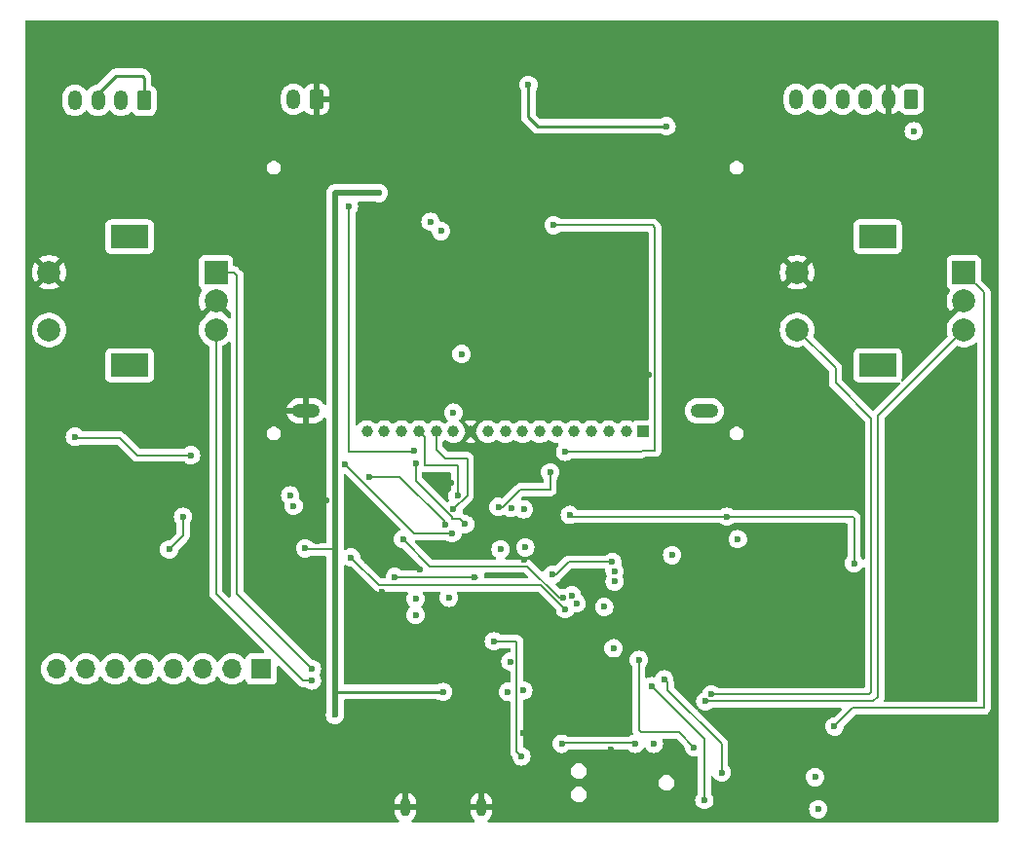
<source format=gbr>
%TF.GenerationSoftware,KiCad,Pcbnew,8.0.6-8.0.6-0~ubuntu24.04.1*%
%TF.CreationDate,2024-11-25T05:53:42-06:00*%
%TF.ProjectId,FRCMotorTester,4652434d-6f74-46f7-9254-65737465722e,rev?*%
%TF.SameCoordinates,Original*%
%TF.FileFunction,Copper,L4,Bot*%
%TF.FilePolarity,Positive*%
%FSLAX46Y46*%
G04 Gerber Fmt 4.6, Leading zero omitted, Abs format (unit mm)*
G04 Created by KiCad (PCBNEW 8.0.6-8.0.6-0~ubuntu24.04.1) date 2024-11-25 05:53:42*
%MOMM*%
%LPD*%
G01*
G04 APERTURE LIST*
G04 Aperture macros list*
%AMRoundRect*
0 Rectangle with rounded corners*
0 $1 Rounding radius*
0 $2 $3 $4 $5 $6 $7 $8 $9 X,Y pos of 4 corners*
0 Add a 4 corners polygon primitive as box body*
4,1,4,$2,$3,$4,$5,$6,$7,$8,$9,$2,$3,0*
0 Add four circle primitives for the rounded corners*
1,1,$1+$1,$2,$3*
1,1,$1+$1,$4,$5*
1,1,$1+$1,$6,$7*
1,1,$1+$1,$8,$9*
0 Add four rect primitives between the rounded corners*
20,1,$1+$1,$2,$3,$4,$5,0*
20,1,$1+$1,$4,$5,$6,$7,0*
20,1,$1+$1,$6,$7,$8,$9,0*
20,1,$1+$1,$8,$9,$2,$3,0*%
G04 Aperture macros list end*
%TA.AperFunction,ComponentPad*%
%ADD10O,0.900000X1.600000*%
%TD*%
%TA.AperFunction,ComponentPad*%
%ADD11RoundRect,0.250000X0.350000X0.625000X-0.350000X0.625000X-0.350000X-0.625000X0.350000X-0.625000X0*%
%TD*%
%TA.AperFunction,ComponentPad*%
%ADD12O,1.200000X1.750000*%
%TD*%
%TA.AperFunction,ComponentPad*%
%ADD13R,1.700000X1.700000*%
%TD*%
%TA.AperFunction,ComponentPad*%
%ADD14O,1.700000X1.700000*%
%TD*%
%TA.AperFunction,ComponentPad*%
%ADD15R,1.000000X1.000000*%
%TD*%
%TA.AperFunction,ComponentPad*%
%ADD16C,1.000000*%
%TD*%
%TA.AperFunction,ComponentPad*%
%ADD17O,2.416000X1.208000*%
%TD*%
%TA.AperFunction,ComponentPad*%
%ADD18R,2.000000X2.000000*%
%TD*%
%TA.AperFunction,ComponentPad*%
%ADD19C,2.000000*%
%TD*%
%TA.AperFunction,ComponentPad*%
%ADD20R,3.200000X2.000000*%
%TD*%
%TA.AperFunction,ViaPad*%
%ADD21C,0.600000*%
%TD*%
%TA.AperFunction,Conductor*%
%ADD22C,0.127000*%
%TD*%
%TA.AperFunction,Conductor*%
%ADD23C,0.508000*%
%TD*%
%TA.AperFunction,Conductor*%
%ADD24C,0.254000*%
%TD*%
G04 APERTURE END LIST*
D10*
%TO.P,J1,6,Shield*%
%TO.N,GND*%
X123700000Y-105000000D03*
X130300000Y-105000000D03*
%TD*%
D11*
%TO.P,J2,1,Pin_1*%
%TO.N,GND*%
X116000000Y-43450000D03*
D12*
%TO.P,J2,2,Pin_2*%
%TO.N,/Power/VIN*%
X114000000Y-43450000D03*
%TD*%
D11*
%TO.P,J10,1,Pin_1*%
%TO.N,Net-(J10-Pin_1)*%
X101000000Y-43550000D03*
D12*
%TO.P,J10,2,Pin_2*%
%TO.N,Net-(J10-Pin_2)*%
X99000000Y-43550000D03*
%TO.P,J10,3,Pin_3*%
%TO.N,Net-(J10-Pin_1)*%
X97000000Y-43550000D03*
%TO.P,J10,4,Pin_4*%
%TO.N,Net-(J10-Pin_2)*%
X95000000Y-43550000D03*
%TD*%
D11*
%TO.P,J3,1,Pin_1*%
%TO.N,3V3*%
X167687000Y-43450000D03*
D12*
%TO.P,J3,2,Pin_2*%
%TO.N,GND*%
X165687000Y-43450000D03*
%TO.P,J3,3,Pin_3*%
%TO.N,GENIO_01*%
X163687000Y-43450000D03*
%TO.P,J3,4,Pin_4*%
%TO.N,GENIO_02*%
X161687000Y-43450000D03*
%TO.P,J3,5,Pin_5*%
%TO.N,GENIO_03*%
X159687000Y-43450000D03*
%TO.P,J3,6,Pin_6*%
%TO.N,ANALOG_IN*%
X157687000Y-43450000D03*
%TD*%
D13*
%TO.P,J9,1,Pin_1*%
%TO.N,SPARE1*%
X111200000Y-93000000D03*
D14*
%TO.P,J9,2,Pin_2*%
%TO.N,SPARE2*%
X108660000Y-93000000D03*
%TO.P,J9,3,Pin_3*%
%TO.N,SPARE3*%
X106120000Y-93000000D03*
%TO.P,J9,4,Pin_4*%
%TO.N,SPARE4*%
X103580000Y-93000000D03*
%TO.P,J9,5,Pin_5*%
%TO.N,SPARE5*%
X101040000Y-93000000D03*
%TO.P,J9,6,Pin_6*%
%TO.N,SPARE6*%
X98500000Y-93000000D03*
%TO.P,J9,7,Pin_7*%
%TO.N,SPARE7*%
X95960000Y-93000000D03*
%TO.P,J9,8,Pin_8*%
%TO.N,SPARE8*%
X93420000Y-93000000D03*
%TD*%
D15*
%TO.P,DS1,1,V0*%
%TO.N,Net-(DS1-V0)*%
X144388500Y-72360000D03*
D16*
%TO.P,DS1,2,V1*%
%TO.N,Net-(DS1-V1)*%
X142888500Y-72360000D03*
%TO.P,DS1,3,V2*%
%TO.N,Net-(DS1-V2)*%
X141388500Y-72360000D03*
%TO.P,DS1,4,V3*%
%TO.N,Net-(DS1-V3)*%
X139888500Y-72360000D03*
%TO.P,DS1,5,V4*%
%TO.N,Net-(DS1-V4)*%
X138388500Y-72360000D03*
%TO.P,DS1,6,C2-*%
%TO.N,Net-(DS1-C2-)*%
X136888500Y-72360000D03*
%TO.P,DS1,7,C2+*%
%TO.N,Net-(DS1-C2+)*%
X135388500Y-72360000D03*
%TO.P,DS1,8,C1+*%
%TO.N,Net-(DS1-C1+)*%
X133888500Y-72360000D03*
%TO.P,DS1,9,C1-*%
%TO.N,Net-(DS1-C1-)*%
X132388500Y-72360000D03*
%TO.P,DS1,10,VOUT*%
%TO.N,Net-(DS1-VOUT)*%
X130888500Y-72360000D03*
%TO.P,DS1,11,VSS*%
%TO.N,GND*%
X129388500Y-72360000D03*
%TO.P,DS1,12,VDD*%
%TO.N,3V3*%
X127888500Y-72360000D03*
%TO.P,DS1,13,SI*%
%TO.N,DISP_SI*%
X126388500Y-72360000D03*
%TO.P,DS1,14,SCL*%
%TO.N,DISP_SCLK*%
X124888500Y-72360000D03*
%TO.P,DS1,15,A0*%
%TO.N,DISP_DATA*%
X123388500Y-72360000D03*
%TO.P,DS1,16,~{RST}*%
%TO.N,DISP_RESET*%
X121888500Y-72360000D03*
%TO.P,DS1,17,~{CS1}*%
%TO.N,DISP_SS*%
X120388500Y-72360000D03*
D17*
%TO.P,DS1,A,LED+*%
%TO.N,3V0*%
X149688500Y-70560000D03*
%TO.P,DS1,K,LED-*%
%TO.N,GND*%
X115088500Y-70560000D03*
%TD*%
D18*
%TO.P,SW3,A,A*%
%TO.N,ENC2A*%
X172250000Y-58500000D03*
D19*
%TO.P,SW3,B,B*%
%TO.N,ENC2B*%
X172250000Y-63500000D03*
%TO.P,SW3,C,C*%
%TO.N,GND*%
X172250000Y-61000000D03*
D20*
%TO.P,SW3,MP*%
%TO.N,N/C*%
X164750000Y-66600000D03*
X164750000Y-55400000D03*
D19*
%TO.P,SW3,S1,S1*%
%TO.N,PRESS2*%
X157750000Y-63500000D03*
%TO.P,SW3,S2,S2*%
%TO.N,GND*%
X157750000Y-58500000D03*
%TD*%
D18*
%TO.P,SW2,A,A*%
%TO.N,ENC1A*%
X107250000Y-58500000D03*
D19*
%TO.P,SW2,B,B*%
%TO.N,ENC1B*%
X107250000Y-63500000D03*
%TO.P,SW2,C,C*%
%TO.N,GND*%
X107250000Y-61000000D03*
D20*
%TO.P,SW2,MP*%
%TO.N,N/C*%
X99750000Y-66600000D03*
X99750000Y-55400000D03*
D19*
%TO.P,SW2,S1,S1*%
%TO.N,PRESS1*%
X92750000Y-63500000D03*
%TO.P,SW2,S2,S2*%
%TO.N,GND*%
X92750000Y-58500000D03*
%TD*%
D21*
%TO.N,3V3*%
X127500000Y-86800000D03*
X145300000Y-99500000D03*
X113700000Y-77900000D03*
X124600000Y-88300000D03*
X152600000Y-81700000D03*
X141000000Y-87600000D03*
X159312500Y-102400000D03*
X125900000Y-54100000D03*
X114000000Y-78800000D03*
X126800000Y-54900000D03*
X132836500Y-92347788D03*
X141900000Y-84500000D03*
X141900000Y-85400000D03*
X124600000Y-86900000D03*
X167894000Y-46228000D03*
X132636500Y-94990721D03*
X132000000Y-82600000D03*
X134134018Y-82417406D03*
X132900000Y-79000000D03*
X128600000Y-65600000D03*
X138600000Y-87300000D03*
X138200000Y-86600000D03*
X141800000Y-91200000D03*
X159600000Y-105200000D03*
X127900000Y-70700000D03*
X146900000Y-83100000D03*
X133963500Y-94860350D03*
X134000000Y-79100000D03*
%TO.N,GND*%
X132588000Y-84836000D03*
X128600000Y-42400000D03*
X131200000Y-41600000D03*
X106000000Y-51600000D03*
X144800000Y-38000000D03*
X116100000Y-81900000D03*
X148700000Y-41900000D03*
X139600000Y-76600000D03*
X116846000Y-78300000D03*
X124968000Y-84328000D03*
X170180000Y-74168000D03*
X122400000Y-89100000D03*
X144836500Y-67443284D03*
X143500000Y-91200000D03*
X127000000Y-100000000D03*
X140700000Y-90100000D03*
X136179478Y-78744680D03*
X132588000Y-87630000D03*
X103600000Y-61000000D03*
X143300000Y-48900000D03*
X141900000Y-68100000D03*
X158300000Y-85500000D03*
X128100000Y-68100000D03*
X102600000Y-51600000D03*
X134000000Y-83500000D03*
X169700000Y-59900000D03*
X103600000Y-59900000D03*
X139500000Y-100300000D03*
X109000000Y-52200000D03*
X95000000Y-59500000D03*
X108204000Y-69342000D03*
X137700000Y-68100000D03*
X146000000Y-76600000D03*
X118600000Y-96000000D03*
X134736500Y-76039699D03*
X127690813Y-76830185D03*
X133400000Y-76200000D03*
X127600000Y-49800000D03*
X132300000Y-97800000D03*
X141600000Y-100000000D03*
X143000000Y-86500000D03*
X121700000Y-86300000D03*
X140400000Y-68200000D03*
X133963500Y-98600000D03*
X143500000Y-68200000D03*
X130600000Y-95750000D03*
X113700000Y-82000000D03*
X124400000Y-49800000D03*
X130800000Y-76100000D03*
X132800000Y-81600000D03*
X170180000Y-79502000D03*
X143800000Y-105700000D03*
X120400000Y-83600000D03*
X129146496Y-101076927D03*
X159700000Y-94100000D03*
X131600000Y-50400000D03*
%TO.N,VCC_MEAS*%
X136300000Y-75900000D03*
X131800000Y-78900000D03*
%TO.N,VCC*%
X127000000Y-95000000D03*
X115000000Y-82500000D03*
X137600000Y-74100000D03*
X136600000Y-54400000D03*
X121400000Y-51600000D03*
X117600000Y-97000000D03*
%TO.N,Net-(D3-A)*%
X146400000Y-45800000D03*
X134400000Y-42200000D03*
%TO.N,ENC1A*%
X115600000Y-93000000D03*
%TO.N,ENC1B*%
X115600000Y-94000000D03*
%TO.N,PRESS1*%
X105100000Y-74400000D03*
X127800000Y-81200000D03*
X118500000Y-75200000D03*
X95000000Y-72800000D03*
%TO.N,ENC2A*%
X161000000Y-98000000D03*
%TO.N,ENC2B*%
X149787851Y-95814579D03*
%TO.N,PRESS2*%
X150300000Y-95200000D03*
%TO.N,DISP_DATA*%
X128900000Y-80400000D03*
X124600000Y-75100000D03*
%TO.N,DISP_SCLK*%
X128254313Y-77948777D03*
%TO.N,ID*%
X133800000Y-100600000D03*
X131400000Y-90600000D03*
%TO.N,DISP_SI*%
X127900000Y-79100000D03*
%TO.N,SWDIO*%
X143700000Y-99500000D03*
X137300000Y-99500000D03*
%TO.N,CAN_TX*%
X137600000Y-87800000D03*
X119000000Y-83300000D03*
%TO.N,VIN_MEAS*%
X118800000Y-52800000D03*
X124500000Y-74000000D03*
%TO.N,Net-(J10-Pin_2)*%
X104394000Y-79756000D03*
X103200000Y-82600000D03*
%TO.N,ANALOG_IN*%
X138000000Y-79600000D03*
X162700000Y-83800000D03*
X151638000Y-79756004D03*
%TO.N,CAN_RX*%
X123500000Y-81700000D03*
X137398455Y-86801545D03*
%TO.N,CAN_EN*%
X127145006Y-80409802D03*
X120598455Y-76301545D03*
%TO.N,CAN_STB*%
X129700000Y-85000000D03*
X122800000Y-85000000D03*
%TO.N,LED1*%
X149700000Y-104400000D03*
X145100000Y-94500000D03*
%TO.N,LED2*%
X146200000Y-93900000D03*
X151200000Y-102000000D03*
%TO.N,NRST*%
X148800000Y-99800000D03*
X136500000Y-84800000D03*
X144000000Y-92200000D03*
X141700000Y-83700000D03*
%TD*%
D22*
%TO.N,VCC_MEAS*%
X136300000Y-77400000D02*
X136300000Y-75900000D01*
X131800000Y-78900000D02*
X132200000Y-78900000D01*
X133700000Y-77400000D02*
X136300000Y-77400000D01*
X132200000Y-78900000D02*
X133700000Y-77400000D01*
D23*
%TO.N,VCC*%
X117600000Y-95000000D02*
X117600000Y-82600000D01*
D22*
X144275500Y-74000000D02*
X144175500Y-74100000D01*
X115000000Y-82500000D02*
X115100000Y-82600000D01*
X145400000Y-54600000D02*
X145400000Y-74000000D01*
D24*
X127000000Y-95000000D02*
X117600000Y-95000000D01*
D22*
X136600000Y-54400000D02*
X145200000Y-54400000D01*
D23*
X117600000Y-97000000D02*
X117600000Y-95000000D01*
X117600000Y-82600000D02*
X117600000Y-51600000D01*
D22*
X144175500Y-74100000D02*
X137600000Y-74100000D01*
X115100000Y-82600000D02*
X117600000Y-82600000D01*
X145400000Y-74000000D02*
X144275500Y-74000000D01*
X145200000Y-54400000D02*
X145400000Y-54600000D01*
D23*
X117600000Y-51600000D02*
X121400000Y-51600000D01*
D24*
%TO.N,Net-(D3-A)*%
X146400000Y-45800000D02*
X135200000Y-45800000D01*
X135200000Y-45800000D02*
X134600000Y-45200000D01*
X134600000Y-45200000D02*
X134400000Y-45000000D01*
X134400000Y-45000000D02*
X134400000Y-42200000D01*
D22*
%TO.N,ENC1A*%
X109100000Y-58800000D02*
X109100000Y-86500000D01*
X109100000Y-86500000D02*
X115600000Y-93000000D01*
X107250000Y-58500000D02*
X108800000Y-58500000D01*
X108800000Y-58500000D02*
X109100000Y-58800000D01*
%TO.N,ENC1B*%
X115600000Y-94000000D02*
X114800000Y-94000000D01*
X107250000Y-63500000D02*
X107250000Y-86450000D01*
X107250000Y-86450000D02*
X114800000Y-94000000D01*
%TO.N,PRESS1*%
X127800000Y-81200000D02*
X124500000Y-81200000D01*
X100400000Y-74400000D02*
X98900000Y-72900000D01*
X98900000Y-72900000D02*
X95100000Y-72900000D01*
X124500000Y-81200000D02*
X118500000Y-75200000D01*
X95100000Y-72900000D02*
X95000000Y-72800000D01*
X105100000Y-74400000D02*
X100400000Y-74400000D01*
%TO.N,ENC2A*%
X174000000Y-60250000D02*
X172250000Y-58500000D01*
X174000000Y-96400000D02*
X174000000Y-60250000D01*
X162600000Y-96400000D02*
X174000000Y-96400000D01*
X161000000Y-98000000D02*
X162600000Y-96400000D01*
%TO.N,ENC2B*%
X164800000Y-95400000D02*
X164385421Y-95814579D01*
X164800000Y-70950000D02*
X164800000Y-95400000D01*
X164385421Y-95814579D02*
X149787851Y-95814579D01*
X172250000Y-63500000D02*
X164800000Y-70950000D01*
%TO.N,PRESS2*%
X161100000Y-68100000D02*
X161100000Y-66850000D01*
X164200000Y-71200000D02*
X161100000Y-68100000D01*
X164200000Y-95000000D02*
X164200000Y-71200000D01*
X164000000Y-95200000D02*
X164200000Y-95000000D01*
X150300000Y-95200000D02*
X164000000Y-95200000D01*
X161100000Y-66850000D02*
X157750000Y-63500000D01*
%TO.N,DISP_DATA*%
X128465324Y-79965324D02*
X128900000Y-80400000D01*
X124600000Y-75100000D02*
X124600000Y-76600000D01*
X127810169Y-79810169D02*
X127810169Y-79965324D01*
X124600000Y-76600000D02*
X127810169Y-79810169D01*
X127810169Y-79965324D02*
X128465324Y-79965324D01*
%TO.N,DISP_SCLK*%
X128254313Y-75354313D02*
X128254313Y-77948777D01*
X125388499Y-75288499D02*
X125400000Y-75300000D01*
X124888500Y-72360000D02*
X125388499Y-72859999D01*
X125388499Y-72859999D02*
X125388499Y-75288499D01*
X125400000Y-75300000D02*
X128200000Y-75300000D01*
X128200000Y-75300000D02*
X128254313Y-75354313D01*
%TO.N,ID*%
X133800000Y-100600000D02*
X133400000Y-100200000D01*
X133400000Y-100200000D02*
X133400000Y-90600000D01*
X133400000Y-90600000D02*
X131400000Y-90600000D01*
%TO.N,DISP_SI*%
X129100000Y-77900000D02*
X129100000Y-74700000D01*
X126388500Y-73888500D02*
X126388500Y-72360000D01*
X129100000Y-74700000D02*
X127200000Y-74700000D01*
X127900000Y-79100000D02*
X129100000Y-77900000D01*
X127200000Y-74700000D02*
X126388500Y-73888500D01*
%TO.N,SWDIO*%
X143636500Y-99436500D02*
X143700000Y-99500000D01*
X137363500Y-99436500D02*
X143636500Y-99436500D01*
X137300000Y-99500000D02*
X137363500Y-99436500D01*
%TO.N,CAN_TX*%
X135500000Y-85700000D02*
X137600000Y-87800000D01*
X121400000Y-85700000D02*
X135500000Y-85700000D01*
X119000000Y-83300000D02*
X121400000Y-85700000D01*
%TO.N,VIN_MEAS*%
X124400000Y-74100000D02*
X124500000Y-74000000D01*
X118800000Y-74100000D02*
X124400000Y-74100000D01*
X118800000Y-74100000D02*
X118800000Y-52800000D01*
%TO.N,Net-(J10-Pin_2)*%
X103200000Y-82600000D02*
X104394000Y-81406000D01*
X104394000Y-81406000D02*
X104394000Y-79756000D01*
D24*
%TO.N,Net-(J10-Pin_1)*%
X97000000Y-43550000D02*
X97000000Y-42954000D01*
X97000000Y-42954000D02*
X98552000Y-41402000D01*
X98552000Y-41402000D02*
X100838000Y-41402000D01*
X101000000Y-41564000D02*
X100838000Y-41402000D01*
X101000000Y-43550000D02*
X101000000Y-41564000D01*
D22*
%TO.N,ANALOG_IN*%
X162700000Y-83800000D02*
X162700000Y-79896000D01*
X162560000Y-79756000D02*
X138156000Y-79756000D01*
X138156000Y-79756000D02*
X138000000Y-79600000D01*
X162700000Y-79896000D02*
X162560000Y-79756000D01*
%TO.N,CAN_RX*%
X125863500Y-84063500D02*
X134325948Y-84063500D01*
X123500000Y-81700000D02*
X125863500Y-84063500D01*
X134325948Y-84063500D02*
X137063993Y-86801545D01*
X137063993Y-86801545D02*
X137398455Y-86801545D01*
%TO.N,CAN_EN*%
X123210985Y-76301545D02*
X127145006Y-80235566D01*
X127145006Y-80235566D02*
X127145006Y-80409802D01*
X120598455Y-76301545D02*
X123210985Y-76301545D01*
%TO.N,CAN_STB*%
X129700000Y-85000000D02*
X130000000Y-85000000D01*
X122800000Y-85000000D02*
X129700000Y-85000000D01*
%TO.N,LED1*%
X145100000Y-94500000D02*
X149700000Y-99100000D01*
X149700000Y-99100000D02*
X149700000Y-104400000D01*
%TO.N,LED2*%
X146500000Y-94200000D02*
X146500000Y-94800000D01*
X146500000Y-94800000D02*
X151200000Y-99500000D01*
X151200000Y-99500000D02*
X151200000Y-102000000D01*
X146200000Y-93900000D02*
X146500000Y-94200000D01*
%TO.N,NRST*%
X144000000Y-92200000D02*
X144000000Y-98300000D01*
X141700000Y-83700000D02*
X137900000Y-83700000D01*
X137900000Y-83700000D02*
X136800000Y-84800000D01*
X147500000Y-98500000D02*
X148800000Y-99800000D01*
X144200000Y-98500000D02*
X147500000Y-98500000D01*
X144000000Y-98300000D02*
X144200000Y-98500000D01*
X136800000Y-84800000D02*
X136500000Y-84800000D01*
%TD*%
%TA.AperFunction,Conductor*%
%TO.N,GND*%
G36*
X173369371Y-64622051D02*
G01*
X173419696Y-64670520D01*
X173436000Y-64731981D01*
X173436000Y-95712000D01*
X173416315Y-95779039D01*
X173363511Y-95824794D01*
X173312000Y-95836000D01*
X165414301Y-95836000D01*
X165347262Y-95816315D01*
X165301507Y-95763511D01*
X165291563Y-95694353D01*
X165306912Y-95650002D01*
X165325565Y-95617696D01*
X165364000Y-95474252D01*
X165364000Y-71234977D01*
X165383685Y-71167938D01*
X165400314Y-71147301D01*
X171608025Y-64939589D01*
X171669346Y-64906106D01*
X171735965Y-64909990D01*
X171822187Y-64939591D01*
X171880385Y-64959571D01*
X172125665Y-65000500D01*
X172374335Y-65000500D01*
X172619614Y-64959571D01*
X172854810Y-64878828D01*
X173073509Y-64760474D01*
X173235839Y-64634127D01*
X173300832Y-64608485D01*
X173369371Y-64622051D01*
G37*
%TD.AperFunction*%
%TA.AperFunction,Conductor*%
G36*
X118559703Y-76057765D02*
G01*
X118566181Y-76063797D01*
X123252517Y-80750133D01*
X123286002Y-80811456D01*
X123281018Y-80881148D01*
X123239146Y-80937081D01*
X123205791Y-80954855D01*
X123150480Y-80974209D01*
X122997737Y-81070184D01*
X122870184Y-81197737D01*
X122774211Y-81350476D01*
X122714631Y-81520745D01*
X122714630Y-81520750D01*
X122694435Y-81699996D01*
X122694435Y-81700003D01*
X122714630Y-81879249D01*
X122714631Y-81879254D01*
X122774211Y-82049523D01*
X122837646Y-82150478D01*
X122870184Y-82202262D01*
X122997738Y-82329816D01*
X123068392Y-82374211D01*
X123142450Y-82420745D01*
X123150478Y-82425789D01*
X123277352Y-82470184D01*
X123320745Y-82485368D01*
X123320749Y-82485369D01*
X123421616Y-82496733D01*
X123465841Y-82501716D01*
X123530255Y-82528782D01*
X123539639Y-82537255D01*
X125226703Y-84224319D01*
X125260188Y-84285642D01*
X125255204Y-84355334D01*
X125213332Y-84411267D01*
X125147868Y-84435684D01*
X125139022Y-84436000D01*
X123419440Y-84436000D01*
X123352401Y-84416315D01*
X123331759Y-84399681D01*
X123302262Y-84370184D01*
X123149523Y-84274211D01*
X122979254Y-84214631D01*
X122979249Y-84214630D01*
X122800004Y-84194435D01*
X122799996Y-84194435D01*
X122620750Y-84214630D01*
X122620745Y-84214631D01*
X122450476Y-84274211D01*
X122297737Y-84370184D01*
X122170184Y-84497737D01*
X122074211Y-84650476D01*
X122014631Y-84820745D01*
X122014630Y-84820750D01*
X121994435Y-84999996D01*
X121994435Y-85006963D01*
X121992671Y-85006963D01*
X121982174Y-85066928D01*
X121934829Y-85118312D01*
X121871003Y-85136000D01*
X121684979Y-85136000D01*
X121617940Y-85116315D01*
X121597298Y-85099681D01*
X119837255Y-83339638D01*
X119803770Y-83278315D01*
X119801716Y-83265840D01*
X119785369Y-83120750D01*
X119785368Y-83120745D01*
X119725789Y-82950478D01*
X119725188Y-82949522D01*
X119629815Y-82797737D01*
X119502262Y-82670184D01*
X119349523Y-82574211D01*
X119179254Y-82514631D01*
X119179249Y-82514630D01*
X119000004Y-82494435D01*
X118999996Y-82494435D01*
X118820750Y-82514630D01*
X118820745Y-82514631D01*
X118650476Y-82574211D01*
X118544472Y-82640819D01*
X118477235Y-82659819D01*
X118410400Y-82639451D01*
X118365186Y-82586184D01*
X118354500Y-82535825D01*
X118354500Y-76151478D01*
X118374185Y-76084439D01*
X118426989Y-76038684D01*
X118496147Y-76028740D01*
X118559703Y-76057765D01*
G37*
%TD.AperFunction*%
%TA.AperFunction,Conductor*%
G36*
X134108009Y-84647185D02*
G01*
X134128651Y-84663819D01*
X134389151Y-84924319D01*
X134422636Y-84985642D01*
X134417652Y-85055334D01*
X134375780Y-85111267D01*
X134310316Y-85135684D01*
X134301470Y-85136000D01*
X130688000Y-85136000D01*
X130620961Y-85116315D01*
X130575206Y-85063511D01*
X130564000Y-85012000D01*
X130564000Y-84925750D01*
X130564000Y-84925748D01*
X130525910Y-84783591D01*
X130527573Y-84713743D01*
X130566736Y-84655881D01*
X130630964Y-84628377D01*
X130645685Y-84627500D01*
X134040970Y-84627500D01*
X134108009Y-84647185D01*
G37*
%TD.AperFunction*%
%TA.AperFunction,Conductor*%
G36*
X125320086Y-75862483D02*
G01*
X125325748Y-75864000D01*
X127566313Y-75864000D01*
X127633352Y-75883685D01*
X127679107Y-75936489D01*
X127690313Y-75988000D01*
X127690313Y-77329337D01*
X127670628Y-77396376D01*
X127653994Y-77417018D01*
X127624497Y-77446514D01*
X127528524Y-77599253D01*
X127468944Y-77769522D01*
X127468943Y-77769527D01*
X127448748Y-77948773D01*
X127448748Y-77948780D01*
X127468943Y-78128026D01*
X127468946Y-78128039D01*
X127521595Y-78278499D01*
X127525157Y-78348278D01*
X127490429Y-78408905D01*
X127470526Y-78424448D01*
X127401670Y-78467713D01*
X127334433Y-78486713D01*
X127267598Y-78466345D01*
X127248017Y-78450400D01*
X125200319Y-76402702D01*
X125166834Y-76341379D01*
X125164000Y-76315021D01*
X125164000Y-75982259D01*
X125183685Y-75915220D01*
X125236489Y-75869465D01*
X125305647Y-75859521D01*
X125320086Y-75862483D01*
G37*
%TD.AperFunction*%
%TA.AperFunction,Conductor*%
G36*
X108450495Y-64518418D02*
G01*
X108508111Y-64557942D01*
X108535213Y-64622341D01*
X108536000Y-64636291D01*
X108536000Y-86574254D01*
X108549506Y-86624661D01*
X108547843Y-86694511D01*
X108508679Y-86752373D01*
X108444450Y-86779876D01*
X108375548Y-86768289D01*
X108342050Y-86744434D01*
X107850319Y-86252703D01*
X107816834Y-86191380D01*
X107814000Y-86165022D01*
X107814000Y-64974801D01*
X107833685Y-64907762D01*
X107878983Y-64865746D01*
X108073509Y-64760474D01*
X108269744Y-64607738D01*
X108320771Y-64552306D01*
X108380657Y-64516318D01*
X108450495Y-64518418D01*
G37*
%TD.AperFunction*%
%TA.AperFunction,Conductor*%
G36*
X108499681Y-61896128D02*
G01*
X108533166Y-61957451D01*
X108536000Y-61983809D01*
X108536000Y-62363708D01*
X108516315Y-62430747D01*
X108463511Y-62476502D01*
X108394353Y-62486446D01*
X108330797Y-62457421D01*
X108320771Y-62447692D01*
X108269742Y-62392260D01*
X108168623Y-62313556D01*
X108127810Y-62256846D01*
X108123697Y-62227249D01*
X107379409Y-61482962D01*
X107442993Y-61465925D01*
X107557007Y-61400099D01*
X107650099Y-61307007D01*
X107715925Y-61192993D01*
X107732962Y-61129410D01*
X108499681Y-61896128D01*
G37*
%TD.AperFunction*%
%TA.AperFunction,Conductor*%
G36*
X175210539Y-36588185D02*
G01*
X175256294Y-36640989D01*
X175267500Y-36692500D01*
X175267500Y-106199500D01*
X175247815Y-106266539D01*
X175195011Y-106312294D01*
X175143500Y-106323500D01*
X130961783Y-106323500D01*
X130894744Y-106303815D01*
X130848989Y-106251011D01*
X130839045Y-106181853D01*
X130868070Y-106118297D01*
X130892892Y-106096398D01*
X130905589Y-106087913D01*
X130905593Y-106087910D01*
X131037910Y-105955593D01*
X131037913Y-105955589D01*
X131141875Y-105800000D01*
X131141880Y-105799991D01*
X131213491Y-105627105D01*
X131213493Y-105627097D01*
X131249999Y-105443571D01*
X131250000Y-105443569D01*
X131250000Y-105250000D01*
X130550000Y-105250000D01*
X130550000Y-104750000D01*
X131250000Y-104750000D01*
X131250000Y-104556430D01*
X131249999Y-104556428D01*
X131213493Y-104372902D01*
X131213491Y-104372894D01*
X131141880Y-104200008D01*
X131141875Y-104199999D01*
X131037913Y-104044410D01*
X131037910Y-104044406D01*
X130905593Y-103912089D01*
X130905589Y-103912086D01*
X130808878Y-103847465D01*
X138094200Y-103847465D01*
X138094200Y-103984534D01*
X138120937Y-104118949D01*
X138120940Y-104118961D01*
X138173386Y-104245578D01*
X138173393Y-104245591D01*
X138249536Y-104359546D01*
X138249539Y-104359550D01*
X138346449Y-104456460D01*
X138346453Y-104456463D01*
X138460408Y-104532606D01*
X138460421Y-104532613D01*
X138573026Y-104579255D01*
X138587043Y-104585061D01*
X138721465Y-104611799D01*
X138721469Y-104611800D01*
X138721470Y-104611800D01*
X138858531Y-104611800D01*
X138858532Y-104611799D01*
X138992957Y-104585061D01*
X139119585Y-104532610D01*
X139233547Y-104456463D01*
X139330463Y-104359547D01*
X139406610Y-104245585D01*
X139459061Y-104118957D01*
X139485800Y-103984530D01*
X139485800Y-103847470D01*
X139459061Y-103713043D01*
X139459059Y-103713038D01*
X139406613Y-103586421D01*
X139406606Y-103586408D01*
X139330463Y-103472453D01*
X139330460Y-103472449D01*
X139233550Y-103375539D01*
X139233546Y-103375536D01*
X139119591Y-103299393D01*
X139119578Y-103299386D01*
X138992961Y-103246940D01*
X138992949Y-103246937D01*
X138858534Y-103220200D01*
X138858530Y-103220200D01*
X138721470Y-103220200D01*
X138721465Y-103220200D01*
X138587050Y-103246937D01*
X138587038Y-103246940D01*
X138460421Y-103299386D01*
X138460408Y-103299393D01*
X138346453Y-103375536D01*
X138346449Y-103375539D01*
X138249539Y-103472449D01*
X138249536Y-103472453D01*
X138173393Y-103586408D01*
X138173386Y-103586421D01*
X138120940Y-103713038D01*
X138120937Y-103713050D01*
X138094200Y-103847465D01*
X130808878Y-103847465D01*
X130750000Y-103808124D01*
X130749991Y-103808119D01*
X130577103Y-103736507D01*
X130577100Y-103736506D01*
X130550000Y-103731115D01*
X130550000Y-104600272D01*
X130511940Y-104508386D01*
X130441614Y-104438060D01*
X130349728Y-104400000D01*
X130250272Y-104400000D01*
X130158386Y-104438060D01*
X130088060Y-104508386D01*
X130050000Y-104600272D01*
X130050000Y-103731116D01*
X130049999Y-103731115D01*
X130022899Y-103736506D01*
X130022896Y-103736507D01*
X129850008Y-103808119D01*
X129849999Y-103808124D01*
X129694410Y-103912086D01*
X129694406Y-103912089D01*
X129562089Y-104044406D01*
X129562086Y-104044410D01*
X129458124Y-104199999D01*
X129458119Y-104200008D01*
X129386508Y-104372894D01*
X129386506Y-104372902D01*
X129350000Y-104556428D01*
X129350000Y-104750000D01*
X130050000Y-104750000D01*
X130050000Y-105250000D01*
X129350000Y-105250000D01*
X129350000Y-105443571D01*
X129386506Y-105627097D01*
X129386508Y-105627105D01*
X129458119Y-105799991D01*
X129458124Y-105800000D01*
X129562086Y-105955589D01*
X129562089Y-105955593D01*
X129694406Y-106087910D01*
X129694410Y-106087913D01*
X129707108Y-106096398D01*
X129751913Y-106150011D01*
X129760620Y-106219336D01*
X129730465Y-106282363D01*
X129671022Y-106319082D01*
X129638217Y-106323500D01*
X124361783Y-106323500D01*
X124294744Y-106303815D01*
X124248989Y-106251011D01*
X124239045Y-106181853D01*
X124268070Y-106118297D01*
X124292892Y-106096398D01*
X124305589Y-106087913D01*
X124305593Y-106087910D01*
X124437910Y-105955593D01*
X124437913Y-105955589D01*
X124541875Y-105800000D01*
X124541880Y-105799991D01*
X124613491Y-105627105D01*
X124613493Y-105627097D01*
X124649999Y-105443571D01*
X124650000Y-105443569D01*
X124650000Y-105250000D01*
X123950000Y-105250000D01*
X123950000Y-104750000D01*
X124650000Y-104750000D01*
X124650000Y-104556430D01*
X124649999Y-104556428D01*
X124613493Y-104372902D01*
X124613491Y-104372894D01*
X124541880Y-104200008D01*
X124541875Y-104199999D01*
X124437913Y-104044410D01*
X124437910Y-104044406D01*
X124305593Y-103912089D01*
X124305589Y-103912086D01*
X124150000Y-103808124D01*
X124149991Y-103808119D01*
X123977103Y-103736507D01*
X123977100Y-103736506D01*
X123950000Y-103731115D01*
X123950000Y-104600272D01*
X123911940Y-104508386D01*
X123841614Y-104438060D01*
X123749728Y-104400000D01*
X123650272Y-104400000D01*
X123558386Y-104438060D01*
X123488060Y-104508386D01*
X123450000Y-104600272D01*
X123450000Y-103731116D01*
X123449999Y-103731115D01*
X123422899Y-103736506D01*
X123422896Y-103736507D01*
X123250008Y-103808119D01*
X123249999Y-103808124D01*
X123094410Y-103912086D01*
X123094406Y-103912089D01*
X122962089Y-104044406D01*
X122962086Y-104044410D01*
X122858124Y-104199999D01*
X122858119Y-104200008D01*
X122786508Y-104372894D01*
X122786506Y-104372902D01*
X122750000Y-104556428D01*
X122750000Y-104750000D01*
X123450000Y-104750000D01*
X123450000Y-105250000D01*
X122750000Y-105250000D01*
X122750000Y-105443571D01*
X122786506Y-105627097D01*
X122786508Y-105627105D01*
X122858119Y-105799991D01*
X122858124Y-105800000D01*
X122962086Y-105955589D01*
X122962089Y-105955593D01*
X123094406Y-106087910D01*
X123094410Y-106087913D01*
X123107108Y-106096398D01*
X123151913Y-106150011D01*
X123160620Y-106219336D01*
X123130465Y-106282363D01*
X123071022Y-106319082D01*
X123038217Y-106323500D01*
X90794500Y-106323500D01*
X90727461Y-106303815D01*
X90681706Y-106251011D01*
X90670500Y-106199500D01*
X90670500Y-102831465D01*
X145714200Y-102831465D01*
X145714200Y-102968534D01*
X145740937Y-103102949D01*
X145740940Y-103102961D01*
X145793386Y-103229578D01*
X145793393Y-103229591D01*
X145869536Y-103343546D01*
X145869539Y-103343550D01*
X145966449Y-103440460D01*
X145966453Y-103440463D01*
X146080408Y-103516606D01*
X146080421Y-103516613D01*
X146207038Y-103569059D01*
X146207043Y-103569061D01*
X146341465Y-103595799D01*
X146341469Y-103595800D01*
X146341470Y-103595800D01*
X146478531Y-103595800D01*
X146478532Y-103595799D01*
X146612957Y-103569061D01*
X146739585Y-103516610D01*
X146853547Y-103440463D01*
X146950463Y-103343547D01*
X147026610Y-103229585D01*
X147079061Y-103102957D01*
X147105800Y-102968530D01*
X147105800Y-102831470D01*
X147079061Y-102697043D01*
X147051215Y-102629816D01*
X147026613Y-102570421D01*
X147026606Y-102570408D01*
X146950463Y-102456453D01*
X146950460Y-102456449D01*
X146853550Y-102359539D01*
X146853546Y-102359536D01*
X146739591Y-102283393D01*
X146739578Y-102283386D01*
X146612961Y-102230940D01*
X146612949Y-102230937D01*
X146478534Y-102204200D01*
X146478530Y-102204200D01*
X146341470Y-102204200D01*
X146341465Y-102204200D01*
X146207050Y-102230937D01*
X146207038Y-102230940D01*
X146080421Y-102283386D01*
X146080408Y-102283393D01*
X145966453Y-102359536D01*
X145966449Y-102359539D01*
X145869539Y-102456449D01*
X145869536Y-102456453D01*
X145793393Y-102570408D01*
X145793386Y-102570421D01*
X145740940Y-102697038D01*
X145740937Y-102697050D01*
X145714200Y-102831465D01*
X90670500Y-102831465D01*
X90670500Y-101815465D01*
X138094200Y-101815465D01*
X138094200Y-101952534D01*
X138120937Y-102086949D01*
X138120940Y-102086961D01*
X138173386Y-102213578D01*
X138173393Y-102213591D01*
X138249536Y-102327546D01*
X138249539Y-102327550D01*
X138346449Y-102424460D01*
X138346453Y-102424463D01*
X138460408Y-102500606D01*
X138460421Y-102500613D01*
X138587038Y-102553059D01*
X138587043Y-102553061D01*
X138718700Y-102579249D01*
X138721465Y-102579799D01*
X138721469Y-102579800D01*
X138721470Y-102579800D01*
X138858531Y-102579800D01*
X138858532Y-102579799D01*
X138992957Y-102553061D01*
X139119585Y-102500610D01*
X139233547Y-102424463D01*
X139330463Y-102327547D01*
X139406610Y-102213585D01*
X139459061Y-102086957D01*
X139485800Y-101952530D01*
X139485800Y-101815470D01*
X139459061Y-101681043D01*
X139456231Y-101674211D01*
X139406613Y-101554421D01*
X139406606Y-101554408D01*
X139330463Y-101440453D01*
X139330460Y-101440449D01*
X139233550Y-101343539D01*
X139233546Y-101343536D01*
X139119591Y-101267393D01*
X139119578Y-101267386D01*
X138992961Y-101214940D01*
X138992949Y-101214937D01*
X138858534Y-101188200D01*
X138858530Y-101188200D01*
X138721470Y-101188200D01*
X138721465Y-101188200D01*
X138587050Y-101214937D01*
X138587038Y-101214940D01*
X138460421Y-101267386D01*
X138460408Y-101267393D01*
X138346453Y-101343536D01*
X138346449Y-101343539D01*
X138249539Y-101440449D01*
X138249536Y-101440453D01*
X138173393Y-101554408D01*
X138173386Y-101554421D01*
X138120940Y-101681038D01*
X138120937Y-101681050D01*
X138094200Y-101815465D01*
X90670500Y-101815465D01*
X90670500Y-92999999D01*
X92064341Y-92999999D01*
X92064341Y-93000000D01*
X92084936Y-93235403D01*
X92084938Y-93235413D01*
X92146094Y-93463655D01*
X92146096Y-93463659D01*
X92146097Y-93463663D01*
X92186579Y-93550476D01*
X92245965Y-93677830D01*
X92245967Y-93677834D01*
X92313453Y-93774213D01*
X92381505Y-93871401D01*
X92548599Y-94038495D01*
X92645384Y-94106265D01*
X92742165Y-94174032D01*
X92742167Y-94174033D01*
X92742170Y-94174035D01*
X92956337Y-94273903D01*
X93184592Y-94335063D01*
X93361034Y-94350500D01*
X93419999Y-94355659D01*
X93420000Y-94355659D01*
X93420001Y-94355659D01*
X93478966Y-94350500D01*
X93655408Y-94335063D01*
X93883663Y-94273903D01*
X94097830Y-94174035D01*
X94291401Y-94038495D01*
X94458495Y-93871401D01*
X94588425Y-93685842D01*
X94643002Y-93642217D01*
X94712500Y-93635023D01*
X94774855Y-93666546D01*
X94791575Y-93685842D01*
X94921500Y-93871395D01*
X94921505Y-93871401D01*
X95088599Y-94038495D01*
X95185384Y-94106265D01*
X95282165Y-94174032D01*
X95282167Y-94174033D01*
X95282170Y-94174035D01*
X95496337Y-94273903D01*
X95724592Y-94335063D01*
X95901034Y-94350500D01*
X95959999Y-94355659D01*
X95960000Y-94355659D01*
X95960001Y-94355659D01*
X96018966Y-94350500D01*
X96195408Y-94335063D01*
X96423663Y-94273903D01*
X96637830Y-94174035D01*
X96831401Y-94038495D01*
X96998495Y-93871401D01*
X97128425Y-93685842D01*
X97183002Y-93642217D01*
X97252500Y-93635023D01*
X97314855Y-93666546D01*
X97331575Y-93685842D01*
X97461500Y-93871395D01*
X97461505Y-93871401D01*
X97628599Y-94038495D01*
X97725384Y-94106265D01*
X97822165Y-94174032D01*
X97822167Y-94174033D01*
X97822170Y-94174035D01*
X98036337Y-94273903D01*
X98264592Y-94335063D01*
X98441034Y-94350500D01*
X98499999Y-94355659D01*
X98500000Y-94355659D01*
X98500001Y-94355659D01*
X98558966Y-94350500D01*
X98735408Y-94335063D01*
X98963663Y-94273903D01*
X99177830Y-94174035D01*
X99371401Y-94038495D01*
X99538495Y-93871401D01*
X99668425Y-93685842D01*
X99723002Y-93642217D01*
X99792500Y-93635023D01*
X99854855Y-93666546D01*
X99871575Y-93685842D01*
X100001500Y-93871395D01*
X100001505Y-93871401D01*
X100168599Y-94038495D01*
X100265384Y-94106265D01*
X100362165Y-94174032D01*
X100362167Y-94174033D01*
X100362170Y-94174035D01*
X100576337Y-94273903D01*
X100804592Y-94335063D01*
X100981034Y-94350500D01*
X101039999Y-94355659D01*
X101040000Y-94355659D01*
X101040001Y-94355659D01*
X101098966Y-94350500D01*
X101275408Y-94335063D01*
X101503663Y-94273903D01*
X101717830Y-94174035D01*
X101911401Y-94038495D01*
X102078495Y-93871401D01*
X102208425Y-93685842D01*
X102263002Y-93642217D01*
X102332500Y-93635023D01*
X102394855Y-93666546D01*
X102411575Y-93685842D01*
X102541500Y-93871395D01*
X102541505Y-93871401D01*
X102708599Y-94038495D01*
X102805384Y-94106265D01*
X102902165Y-94174032D01*
X102902167Y-94174033D01*
X102902170Y-94174035D01*
X103116337Y-94273903D01*
X103344592Y-94335063D01*
X103521034Y-94350500D01*
X103579999Y-94355659D01*
X103580000Y-94355659D01*
X103580001Y-94355659D01*
X103638966Y-94350500D01*
X103815408Y-94335063D01*
X104043663Y-94273903D01*
X104257830Y-94174035D01*
X104451401Y-94038495D01*
X104618495Y-93871401D01*
X104748425Y-93685842D01*
X104803002Y-93642217D01*
X104872500Y-93635023D01*
X104934855Y-93666546D01*
X104951575Y-93685842D01*
X105081500Y-93871395D01*
X105081505Y-93871401D01*
X105248599Y-94038495D01*
X105345384Y-94106265D01*
X105442165Y-94174032D01*
X105442167Y-94174033D01*
X105442170Y-94174035D01*
X105656337Y-94273903D01*
X105884592Y-94335063D01*
X106061034Y-94350500D01*
X106119999Y-94355659D01*
X106120000Y-94355659D01*
X106120001Y-94355659D01*
X106178966Y-94350500D01*
X106355408Y-94335063D01*
X106583663Y-94273903D01*
X106797830Y-94174035D01*
X106991401Y-94038495D01*
X107158495Y-93871401D01*
X107288425Y-93685842D01*
X107343002Y-93642217D01*
X107412500Y-93635023D01*
X107474855Y-93666546D01*
X107491575Y-93685842D01*
X107621500Y-93871395D01*
X107621505Y-93871401D01*
X107788599Y-94038495D01*
X107885384Y-94106265D01*
X107982165Y-94174032D01*
X107982167Y-94174033D01*
X107982170Y-94174035D01*
X108196337Y-94273903D01*
X108424592Y-94335063D01*
X108601034Y-94350500D01*
X108659999Y-94355659D01*
X108660000Y-94355659D01*
X108660001Y-94355659D01*
X108718966Y-94350500D01*
X108895408Y-94335063D01*
X109123663Y-94273903D01*
X109337830Y-94174035D01*
X109531401Y-94038495D01*
X109653329Y-93916566D01*
X109714648Y-93883084D01*
X109784340Y-93888068D01*
X109840274Y-93929939D01*
X109857189Y-93960917D01*
X109906202Y-94092328D01*
X109906206Y-94092335D01*
X109992452Y-94207544D01*
X109992455Y-94207547D01*
X110107664Y-94293793D01*
X110107671Y-94293797D01*
X110242517Y-94344091D01*
X110242516Y-94344091D01*
X110249444Y-94344835D01*
X110302127Y-94350500D01*
X112097872Y-94350499D01*
X112157483Y-94344091D01*
X112292331Y-94293796D01*
X112407546Y-94207546D01*
X112493796Y-94092331D01*
X112544091Y-93957483D01*
X112550500Y-93897873D01*
X112550499Y-92847476D01*
X112570183Y-92780438D01*
X112622987Y-92734683D01*
X112692146Y-92724739D01*
X112755702Y-92753764D01*
X112762180Y-92759796D01*
X114344346Y-94341962D01*
X114344356Y-94341973D01*
X114453697Y-94451314D01*
X114475142Y-94463695D01*
X114518035Y-94488459D01*
X114582303Y-94525565D01*
X114725747Y-94564000D01*
X114725748Y-94564000D01*
X114980560Y-94564000D01*
X115047599Y-94583685D01*
X115068241Y-94600319D01*
X115097738Y-94629816D01*
X115179348Y-94681095D01*
X115205833Y-94697737D01*
X115250478Y-94725789D01*
X115420745Y-94785368D01*
X115420750Y-94785369D01*
X115599996Y-94805565D01*
X115600000Y-94805565D01*
X115600004Y-94805565D01*
X115779249Y-94785369D01*
X115779252Y-94785368D01*
X115779255Y-94785368D01*
X115949522Y-94725789D01*
X116102262Y-94629816D01*
X116229816Y-94502262D01*
X116325789Y-94349522D01*
X116385368Y-94179255D01*
X116385956Y-94174035D01*
X116405565Y-94000003D01*
X116405565Y-93999996D01*
X116385369Y-93820750D01*
X116385368Y-93820745D01*
X116325788Y-93650475D01*
X116272691Y-93565973D01*
X116253690Y-93498736D01*
X116272691Y-93434027D01*
X116325788Y-93349524D01*
X116325789Y-93349522D01*
X116385368Y-93179255D01*
X116385369Y-93179249D01*
X116405565Y-93000003D01*
X116405565Y-92999996D01*
X116385369Y-92820750D01*
X116385368Y-92820745D01*
X116361453Y-92752401D01*
X116325789Y-92650478D01*
X116229816Y-92497738D01*
X116102262Y-92370184D01*
X116025847Y-92322169D01*
X115949523Y-92274211D01*
X115779254Y-92214631D01*
X115779249Y-92214630D01*
X115634158Y-92198283D01*
X115569744Y-92171217D01*
X115560360Y-92162744D01*
X109700319Y-86302703D01*
X109666834Y-86241380D01*
X109664000Y-86215022D01*
X109664000Y-77899996D01*
X112894435Y-77899996D01*
X112894435Y-77900003D01*
X112914630Y-78079249D01*
X112914631Y-78079254D01*
X112974211Y-78249523D01*
X113070184Y-78402262D01*
X113179929Y-78512007D01*
X113213414Y-78573330D01*
X113213282Y-78613585D01*
X113215411Y-78613825D01*
X113194435Y-78799996D01*
X113194435Y-78800003D01*
X113214630Y-78979249D01*
X113214631Y-78979254D01*
X113274211Y-79149523D01*
X113339694Y-79253738D01*
X113370184Y-79302262D01*
X113497738Y-79429816D01*
X113554177Y-79465279D01*
X113631736Y-79514013D01*
X113650478Y-79525789D01*
X113780298Y-79571215D01*
X113820745Y-79585368D01*
X113820750Y-79585369D01*
X113999996Y-79605565D01*
X114000000Y-79605565D01*
X114000004Y-79605565D01*
X114179249Y-79585369D01*
X114179252Y-79585368D01*
X114179255Y-79585368D01*
X114349522Y-79525789D01*
X114502262Y-79429816D01*
X114629816Y-79302262D01*
X114725789Y-79149522D01*
X114785368Y-78979255D01*
X114786339Y-78970636D01*
X114805565Y-78800003D01*
X114805565Y-78799996D01*
X114785369Y-78620750D01*
X114785368Y-78620745D01*
X114782863Y-78613585D01*
X114725789Y-78450478D01*
X114629816Y-78297738D01*
X114520070Y-78187992D01*
X114486585Y-78126669D01*
X114486826Y-78086428D01*
X114484589Y-78086176D01*
X114505565Y-77900003D01*
X114505565Y-77899996D01*
X114485369Y-77720750D01*
X114485368Y-77720745D01*
X114449310Y-77617698D01*
X114425789Y-77550478D01*
X114329816Y-77397738D01*
X114202262Y-77270184D01*
X114049523Y-77174211D01*
X113879254Y-77114631D01*
X113879249Y-77114630D01*
X113700004Y-77094435D01*
X113699996Y-77094435D01*
X113520750Y-77114630D01*
X113520745Y-77114631D01*
X113350476Y-77174211D01*
X113197737Y-77270184D01*
X113070184Y-77397737D01*
X112974211Y-77550476D01*
X112914631Y-77720745D01*
X112914630Y-77720750D01*
X112894435Y-77899996D01*
X109664000Y-77899996D01*
X109664000Y-72430943D01*
X111688000Y-72430943D01*
X111688000Y-72589057D01*
X111690949Y-72600060D01*
X111728923Y-72741783D01*
X111728926Y-72741790D01*
X111807975Y-72878709D01*
X111807979Y-72878714D01*
X111807980Y-72878716D01*
X111919784Y-72990520D01*
X111919786Y-72990521D01*
X111919790Y-72990524D01*
X112056709Y-73069573D01*
X112056716Y-73069577D01*
X112209443Y-73110500D01*
X112209445Y-73110500D01*
X112367555Y-73110500D01*
X112367557Y-73110500D01*
X112520284Y-73069577D01*
X112657216Y-72990520D01*
X112769020Y-72878716D01*
X112848077Y-72741784D01*
X112889000Y-72589057D01*
X112889000Y-72430943D01*
X112848077Y-72278216D01*
X112848073Y-72278209D01*
X112769024Y-72141290D01*
X112769018Y-72141282D01*
X112657217Y-72029481D01*
X112657209Y-72029475D01*
X112520290Y-71950426D01*
X112520286Y-71950424D01*
X112520284Y-71950423D01*
X112367557Y-71909500D01*
X112209443Y-71909500D01*
X112056716Y-71950423D01*
X112056709Y-71950426D01*
X111919790Y-72029475D01*
X111919782Y-72029481D01*
X111807981Y-72141282D01*
X111807975Y-72141290D01*
X111728926Y-72278209D01*
X111728923Y-72278216D01*
X111688000Y-72430943D01*
X109664000Y-72430943D01*
X109664000Y-70310000D01*
X113406334Y-70310000D01*
X114543525Y-70310000D01*
X114508430Y-70345095D01*
X114462352Y-70424905D01*
X114438500Y-70513922D01*
X114438500Y-70606078D01*
X114462352Y-70695095D01*
X114508430Y-70774905D01*
X114543525Y-70810000D01*
X113406334Y-70810000D01*
X113407683Y-70818516D01*
X113407684Y-70818523D01*
X113461384Y-70983791D01*
X113540274Y-71138622D01*
X113642418Y-71279209D01*
X113642418Y-71279210D01*
X113765289Y-71402081D01*
X113905877Y-71504225D01*
X114060706Y-71583115D01*
X114225978Y-71636816D01*
X114397608Y-71664000D01*
X114838500Y-71664000D01*
X114838500Y-70910000D01*
X115338500Y-70910000D01*
X115338500Y-71664000D01*
X115779392Y-71664000D01*
X115951021Y-71636816D01*
X116116293Y-71583115D01*
X116271122Y-71504225D01*
X116411709Y-71402081D01*
X116411710Y-71402081D01*
X116534581Y-71279210D01*
X116534581Y-71279209D01*
X116621182Y-71160016D01*
X116676512Y-71117351D01*
X116746126Y-71111372D01*
X116807921Y-71143978D01*
X116842278Y-71204817D01*
X116845500Y-71232902D01*
X116845500Y-81912000D01*
X116825815Y-81979039D01*
X116773011Y-82024794D01*
X116721500Y-82036000D01*
X115719440Y-82036000D01*
X115652401Y-82016315D01*
X115631759Y-81999681D01*
X115502262Y-81870184D01*
X115349523Y-81774211D01*
X115179254Y-81714631D01*
X115179249Y-81714630D01*
X115000004Y-81694435D01*
X114999996Y-81694435D01*
X114820750Y-81714630D01*
X114820745Y-81714631D01*
X114650476Y-81774211D01*
X114497737Y-81870184D01*
X114370184Y-81997737D01*
X114274211Y-82150476D01*
X114214631Y-82320745D01*
X114214630Y-82320750D01*
X114194435Y-82499996D01*
X114194435Y-82500003D01*
X114214630Y-82679249D01*
X114214631Y-82679254D01*
X114274211Y-82849523D01*
X114337646Y-82950478D01*
X114370184Y-83002262D01*
X114497738Y-83129816D01*
X114561982Y-83170183D01*
X114605833Y-83197737D01*
X114650478Y-83225789D01*
X114764937Y-83265840D01*
X114820745Y-83285368D01*
X114820750Y-83285369D01*
X114999996Y-83305565D01*
X115000000Y-83305565D01*
X115000004Y-83305565D01*
X115179249Y-83285369D01*
X115179251Y-83285368D01*
X115179255Y-83285368D01*
X115179258Y-83285366D01*
X115179262Y-83285366D01*
X115269377Y-83253832D01*
X115349522Y-83225789D01*
X115417611Y-83183005D01*
X115483583Y-83164000D01*
X116721500Y-83164000D01*
X116788539Y-83183685D01*
X116834294Y-83236489D01*
X116845500Y-83288000D01*
X116845500Y-96711459D01*
X116838542Y-96752414D01*
X116814631Y-96820745D01*
X116814630Y-96820750D01*
X116794435Y-96999996D01*
X116794435Y-97000003D01*
X116814630Y-97179249D01*
X116814631Y-97179254D01*
X116874211Y-97349523D01*
X116967341Y-97497737D01*
X116970184Y-97502262D01*
X117097738Y-97629816D01*
X117188080Y-97686582D01*
X117248138Y-97724319D01*
X117250478Y-97725789D01*
X117420745Y-97785368D01*
X117420750Y-97785369D01*
X117599996Y-97805565D01*
X117600000Y-97805565D01*
X117600004Y-97805565D01*
X117779249Y-97785369D01*
X117779252Y-97785368D01*
X117779255Y-97785368D01*
X117949522Y-97725789D01*
X118102262Y-97629816D01*
X118229816Y-97502262D01*
X118325789Y-97349522D01*
X118385368Y-97179255D01*
X118385369Y-97179249D01*
X118405565Y-97000003D01*
X118405565Y-96999996D01*
X118385369Y-96820750D01*
X118385368Y-96820745D01*
X118361458Y-96752414D01*
X118354500Y-96711459D01*
X118354500Y-95751500D01*
X118374185Y-95684461D01*
X118426989Y-95638706D01*
X118478500Y-95627500D01*
X126458328Y-95627500D01*
X126524300Y-95646506D01*
X126635710Y-95716510D01*
X126650478Y-95725789D01*
X126802658Y-95779039D01*
X126820745Y-95785368D01*
X126820750Y-95785369D01*
X126999996Y-95805565D01*
X127000000Y-95805565D01*
X127000004Y-95805565D01*
X127179249Y-95785369D01*
X127179252Y-95785368D01*
X127179255Y-95785368D01*
X127349522Y-95725789D01*
X127502262Y-95629816D01*
X127629816Y-95502262D01*
X127725789Y-95349522D01*
X127785368Y-95179255D01*
X127785369Y-95179249D01*
X127805565Y-95000003D01*
X127805565Y-94999996D01*
X127785369Y-94820750D01*
X127785368Y-94820745D01*
X127742326Y-94697738D01*
X127725789Y-94650478D01*
X127719957Y-94641197D01*
X127671451Y-94564000D01*
X127629816Y-94497738D01*
X127502262Y-94370184D01*
X127475700Y-94353494D01*
X127349523Y-94274211D01*
X127179254Y-94214631D01*
X127179249Y-94214630D01*
X127000004Y-94194435D01*
X126999996Y-94194435D01*
X126820750Y-94214630D01*
X126820745Y-94214631D01*
X126650476Y-94274211D01*
X126524300Y-94353494D01*
X126458328Y-94372500D01*
X118478500Y-94372500D01*
X118411461Y-94352815D01*
X118365706Y-94300011D01*
X118354500Y-94248500D01*
X118354500Y-90599996D01*
X130594435Y-90599996D01*
X130594435Y-90600003D01*
X130614630Y-90779249D01*
X130614631Y-90779254D01*
X130674211Y-90949523D01*
X130770184Y-91102262D01*
X130897738Y-91229816D01*
X131050478Y-91325789D01*
X131203258Y-91379249D01*
X131220745Y-91385368D01*
X131220750Y-91385369D01*
X131399996Y-91405565D01*
X131400000Y-91405565D01*
X131400004Y-91405565D01*
X131579249Y-91385369D01*
X131579252Y-91385368D01*
X131579255Y-91385368D01*
X131749522Y-91325789D01*
X131902262Y-91229816D01*
X131931759Y-91200319D01*
X131993082Y-91166834D01*
X132019440Y-91164000D01*
X132712000Y-91164000D01*
X132779039Y-91183685D01*
X132824794Y-91236489D01*
X132836000Y-91288000D01*
X132836000Y-91431465D01*
X132816315Y-91498504D01*
X132763511Y-91544259D01*
X132725884Y-91554685D01*
X132657250Y-91562418D01*
X132486978Y-91621998D01*
X132334237Y-91717972D01*
X132206684Y-91845525D01*
X132110711Y-91998264D01*
X132051131Y-92168533D01*
X132051130Y-92168538D01*
X132030935Y-92347784D01*
X132030935Y-92347791D01*
X132051130Y-92527037D01*
X132051131Y-92527042D01*
X132110711Y-92697311D01*
X132205067Y-92847477D01*
X132206684Y-92850050D01*
X132334238Y-92977604D01*
X132486978Y-93073577D01*
X132657245Y-93133156D01*
X132725884Y-93140889D01*
X132790296Y-93167954D01*
X132829852Y-93225548D01*
X132836000Y-93264109D01*
X132836000Y-94068877D01*
X132816315Y-94135916D01*
X132763511Y-94181671D01*
X132698118Y-94192098D01*
X132658315Y-94187613D01*
X132636500Y-94185156D01*
X132636498Y-94185156D01*
X132636497Y-94185156D01*
X132636496Y-94185156D01*
X132457250Y-94205351D01*
X132457245Y-94205352D01*
X132286976Y-94264932D01*
X132134237Y-94360905D01*
X132043830Y-94451313D01*
X132006684Y-94488459D01*
X131971016Y-94545224D01*
X131910711Y-94641197D01*
X131851131Y-94811466D01*
X131851130Y-94811471D01*
X131830935Y-94990717D01*
X131830935Y-94990724D01*
X131851130Y-95169970D01*
X131851131Y-95169975D01*
X131910711Y-95340244D01*
X132004913Y-95490165D01*
X132006684Y-95492983D01*
X132134238Y-95620537D01*
X132186619Y-95653450D01*
X132276031Y-95709632D01*
X132286978Y-95716510D01*
X132386974Y-95751500D01*
X132457245Y-95776089D01*
X132457250Y-95776090D01*
X132636496Y-95796286D01*
X132636500Y-95796286D01*
X132636501Y-95796286D01*
X132644824Y-95795348D01*
X132698117Y-95789343D01*
X132766937Y-95801397D01*
X132818317Y-95848745D01*
X132836000Y-95912563D01*
X132836000Y-100274252D01*
X132874435Y-100417696D01*
X132948687Y-100546304D01*
X132948689Y-100546306D01*
X132962743Y-100560360D01*
X132996228Y-100621683D01*
X132998282Y-100634157D01*
X133014630Y-100779250D01*
X133014631Y-100779254D01*
X133074211Y-100949523D01*
X133170184Y-101102262D01*
X133297738Y-101229816D01*
X133450478Y-101325789D01*
X133501199Y-101343537D01*
X133620745Y-101385368D01*
X133620750Y-101385369D01*
X133799996Y-101405565D01*
X133800000Y-101405565D01*
X133800004Y-101405565D01*
X133979249Y-101385369D01*
X133979252Y-101385368D01*
X133979255Y-101385368D01*
X134149522Y-101325789D01*
X134302262Y-101229816D01*
X134429816Y-101102262D01*
X134525789Y-100949522D01*
X134585368Y-100779255D01*
X134585369Y-100779249D01*
X134605565Y-100600003D01*
X134605565Y-100599996D01*
X134585369Y-100420750D01*
X134585368Y-100420745D01*
X134537998Y-100285369D01*
X134525789Y-100250478D01*
X134429816Y-100097738D01*
X134302262Y-99970184D01*
X134188197Y-99898512D01*
X134149521Y-99874210D01*
X134047046Y-99838353D01*
X133990270Y-99797631D01*
X133964522Y-99732678D01*
X133964000Y-99721311D01*
X133964000Y-99499996D01*
X136494435Y-99499996D01*
X136494435Y-99500003D01*
X136514630Y-99679249D01*
X136514631Y-99679254D01*
X136574211Y-99849523D01*
X136655727Y-99979254D01*
X136670184Y-100002262D01*
X136797738Y-100129816D01*
X136950478Y-100225789D01*
X137088977Y-100274252D01*
X137120745Y-100285368D01*
X137120750Y-100285369D01*
X137299996Y-100305565D01*
X137300000Y-100305565D01*
X137300004Y-100305565D01*
X137479249Y-100285369D01*
X137479252Y-100285368D01*
X137479255Y-100285368D01*
X137649522Y-100225789D01*
X137802262Y-100129816D01*
X137895260Y-100036818D01*
X137956584Y-100003334D01*
X137982941Y-100000500D01*
X143017059Y-100000500D01*
X143084098Y-100020185D01*
X143104740Y-100036818D01*
X143197738Y-100129816D01*
X143350478Y-100225789D01*
X143488977Y-100274252D01*
X143520745Y-100285368D01*
X143520750Y-100285369D01*
X143699996Y-100305565D01*
X143700000Y-100305565D01*
X143700004Y-100305565D01*
X143879249Y-100285369D01*
X143879252Y-100285368D01*
X143879255Y-100285368D01*
X144049522Y-100225789D01*
X144202262Y-100129816D01*
X144329816Y-100002262D01*
X144395007Y-99898510D01*
X144447341Y-99852221D01*
X144516394Y-99841573D01*
X144580243Y-99869948D01*
X144604992Y-99898509D01*
X144670184Y-100002262D01*
X144797738Y-100129816D01*
X144950478Y-100225789D01*
X145088977Y-100274252D01*
X145120745Y-100285368D01*
X145120750Y-100285369D01*
X145299996Y-100305565D01*
X145300000Y-100305565D01*
X145300004Y-100305565D01*
X145479249Y-100285369D01*
X145479252Y-100285368D01*
X145479255Y-100285368D01*
X145649522Y-100225789D01*
X145802262Y-100129816D01*
X145929816Y-100002262D01*
X146025789Y-99849522D01*
X146085368Y-99679255D01*
X146085369Y-99679249D01*
X146105565Y-99500003D01*
X146105565Y-99499996D01*
X146085369Y-99320750D01*
X146085366Y-99320737D01*
X146053250Y-99228955D01*
X146049688Y-99159176D01*
X146084416Y-99098549D01*
X146146410Y-99066321D01*
X146170291Y-99064000D01*
X147215022Y-99064000D01*
X147282061Y-99083685D01*
X147302703Y-99100319D01*
X147962743Y-99760360D01*
X147996228Y-99821683D01*
X147998282Y-99834157D01*
X148014630Y-99979250D01*
X148014631Y-99979254D01*
X148074211Y-100149523D01*
X148152584Y-100274252D01*
X148170184Y-100302262D01*
X148297738Y-100429816D01*
X148450478Y-100525789D01*
X148617390Y-100584194D01*
X148620745Y-100585368D01*
X148620750Y-100585369D01*
X148799996Y-100605565D01*
X148800000Y-100605565D01*
X148800004Y-100605565D01*
X148979242Y-100585370D01*
X148979246Y-100585368D01*
X148979255Y-100585368D01*
X148979262Y-100585365D01*
X148984393Y-100584194D01*
X149054132Y-100588459D01*
X149110495Y-100629751D01*
X149135586Y-100694960D01*
X149136000Y-100705082D01*
X149136000Y-103780560D01*
X149116315Y-103847599D01*
X149099681Y-103868241D01*
X149070184Y-103897737D01*
X148974211Y-104050476D01*
X148914631Y-104220745D01*
X148914630Y-104220750D01*
X148894435Y-104399996D01*
X148894435Y-104400003D01*
X148914630Y-104579249D01*
X148914631Y-104579254D01*
X148974211Y-104749523D01*
X149037646Y-104850478D01*
X149070184Y-104902262D01*
X149197738Y-105029816D01*
X149350478Y-105125789D01*
X149520745Y-105185368D01*
X149520750Y-105185369D01*
X149699996Y-105205565D01*
X149700000Y-105205565D01*
X149700004Y-105205565D01*
X149749430Y-105199996D01*
X158794435Y-105199996D01*
X158794435Y-105200003D01*
X158814630Y-105379249D01*
X158814631Y-105379254D01*
X158874211Y-105549523D01*
X158970184Y-105702262D01*
X159097738Y-105829816D01*
X159250478Y-105925789D01*
X159335642Y-105955589D01*
X159420745Y-105985368D01*
X159420750Y-105985369D01*
X159599996Y-106005565D01*
X159600000Y-106005565D01*
X159600004Y-106005565D01*
X159779249Y-105985369D01*
X159779252Y-105985368D01*
X159779255Y-105985368D01*
X159949522Y-105925789D01*
X160102262Y-105829816D01*
X160229816Y-105702262D01*
X160325789Y-105549522D01*
X160385368Y-105379255D01*
X160385369Y-105379249D01*
X160405565Y-105200003D01*
X160405565Y-105199996D01*
X160385369Y-105020750D01*
X160385368Y-105020745D01*
X160325788Y-104850476D01*
X160229815Y-104697737D01*
X160102262Y-104570184D01*
X159949523Y-104474211D01*
X159779254Y-104414631D01*
X159779249Y-104414630D01*
X159600004Y-104394435D01*
X159599996Y-104394435D01*
X159420750Y-104414630D01*
X159420745Y-104414631D01*
X159250476Y-104474211D01*
X159097737Y-104570184D01*
X158970184Y-104697737D01*
X158874211Y-104850476D01*
X158814631Y-105020745D01*
X158814630Y-105020750D01*
X158794435Y-105199996D01*
X149749430Y-105199996D01*
X149879249Y-105185369D01*
X149879252Y-105185368D01*
X149879255Y-105185368D01*
X150049522Y-105125789D01*
X150202262Y-105029816D01*
X150329816Y-104902262D01*
X150425789Y-104749522D01*
X150485368Y-104579255D01*
X150487940Y-104556428D01*
X150505565Y-104400003D01*
X150505565Y-104399996D01*
X150485369Y-104220750D01*
X150485368Y-104220745D01*
X150425788Y-104050476D01*
X150329815Y-103897737D01*
X150300319Y-103868241D01*
X150266834Y-103806918D01*
X150264000Y-103780560D01*
X150264000Y-102445387D01*
X150283685Y-102378348D01*
X150336489Y-102332593D01*
X150405647Y-102322649D01*
X150469203Y-102351674D01*
X150492994Y-102379415D01*
X150570184Y-102502262D01*
X150697738Y-102629816D01*
X150850478Y-102725789D01*
X150918306Y-102749523D01*
X151020745Y-102785368D01*
X151020750Y-102785369D01*
X151199996Y-102805565D01*
X151200000Y-102805565D01*
X151200004Y-102805565D01*
X151379249Y-102785369D01*
X151379252Y-102785368D01*
X151379255Y-102785368D01*
X151549522Y-102725789D01*
X151702262Y-102629816D01*
X151829816Y-102502262D01*
X151894074Y-102399996D01*
X158506935Y-102399996D01*
X158506935Y-102400003D01*
X158527130Y-102579249D01*
X158527131Y-102579254D01*
X158586711Y-102749523D01*
X158638202Y-102831470D01*
X158682684Y-102902262D01*
X158810238Y-103029816D01*
X158962978Y-103125789D01*
X159133245Y-103185368D01*
X159133250Y-103185369D01*
X159312496Y-103205565D01*
X159312500Y-103205565D01*
X159312504Y-103205565D01*
X159491749Y-103185369D01*
X159491752Y-103185368D01*
X159491755Y-103185368D01*
X159662022Y-103125789D01*
X159814762Y-103029816D01*
X159942316Y-102902262D01*
X160038289Y-102749522D01*
X160097868Y-102579255D01*
X160097869Y-102579249D01*
X160118065Y-102400003D01*
X160118065Y-102399996D01*
X160097869Y-102220750D01*
X160097868Y-102220745D01*
X160051055Y-102086961D01*
X160038289Y-102050478D01*
X159942316Y-101897738D01*
X159814762Y-101770184D01*
X159662023Y-101674211D01*
X159491754Y-101614631D01*
X159491749Y-101614630D01*
X159312504Y-101594435D01*
X159312496Y-101594435D01*
X159133250Y-101614630D01*
X159133245Y-101614631D01*
X158962976Y-101674211D01*
X158810237Y-101770184D01*
X158682684Y-101897737D01*
X158586711Y-102050476D01*
X158527131Y-102220745D01*
X158527130Y-102220750D01*
X158506935Y-102399996D01*
X151894074Y-102399996D01*
X151925789Y-102349522D01*
X151985368Y-102179255D01*
X151995767Y-102086961D01*
X152005565Y-102000003D01*
X152005565Y-101999996D01*
X151985369Y-101820750D01*
X151985368Y-101820745D01*
X151967676Y-101770184D01*
X151925789Y-101650478D01*
X151924953Y-101649148D01*
X151865432Y-101554421D01*
X151829816Y-101497738D01*
X151800319Y-101468241D01*
X151766834Y-101406918D01*
X151764000Y-101380560D01*
X151764000Y-99584255D01*
X151764001Y-99584242D01*
X151764001Y-99425750D01*
X151764001Y-99425748D01*
X151725565Y-99282304D01*
X151688903Y-99218804D01*
X151688903Y-99218803D01*
X151651317Y-99153702D01*
X151651314Y-99153698D01*
X151651313Y-99153696D01*
X151546304Y-99048687D01*
X151546303Y-99048686D01*
X151541973Y-99044356D01*
X151541962Y-99044346D01*
X149139334Y-96641718D01*
X149105849Y-96580395D01*
X149110833Y-96510703D01*
X149152705Y-96454770D01*
X149218169Y-96430353D01*
X149286442Y-96445205D01*
X149292975Y-96449036D01*
X149438329Y-96540368D01*
X149580912Y-96590260D01*
X149608596Y-96599947D01*
X149608601Y-96599948D01*
X149787847Y-96620144D01*
X149787851Y-96620144D01*
X149787855Y-96620144D01*
X149967100Y-96599948D01*
X149967103Y-96599947D01*
X149967106Y-96599947D01*
X150137373Y-96540368D01*
X150290113Y-96444395D01*
X150319610Y-96414898D01*
X150380933Y-96381413D01*
X150407291Y-96378579D01*
X161524442Y-96378579D01*
X161591481Y-96398264D01*
X161637236Y-96451068D01*
X161647180Y-96520226D01*
X161618155Y-96583782D01*
X161612123Y-96590260D01*
X161039637Y-97162744D01*
X160978314Y-97196229D01*
X160965840Y-97198283D01*
X160820749Y-97214630D01*
X160820745Y-97214631D01*
X160650476Y-97274211D01*
X160497737Y-97370184D01*
X160370184Y-97497737D01*
X160274211Y-97650476D01*
X160214631Y-97820745D01*
X160214630Y-97820750D01*
X160194435Y-97999996D01*
X160194435Y-98000003D01*
X160214630Y-98179249D01*
X160214631Y-98179254D01*
X160274211Y-98349523D01*
X160370184Y-98502262D01*
X160497738Y-98629816D01*
X160588080Y-98686582D01*
X160632721Y-98714632D01*
X160650478Y-98725789D01*
X160788860Y-98774211D01*
X160820745Y-98785368D01*
X160820750Y-98785369D01*
X160999996Y-98805565D01*
X161000000Y-98805565D01*
X161000004Y-98805565D01*
X161179249Y-98785369D01*
X161179252Y-98785368D01*
X161179255Y-98785368D01*
X161349522Y-98725789D01*
X161502262Y-98629816D01*
X161629816Y-98502262D01*
X161725789Y-98349522D01*
X161785368Y-98179255D01*
X161801716Y-98034156D01*
X161828782Y-97969744D01*
X161837245Y-97960370D01*
X162797298Y-97000319D01*
X162858621Y-96966834D01*
X162884979Y-96964000D01*
X174074250Y-96964000D01*
X174074252Y-96964000D01*
X174217696Y-96925565D01*
X174346304Y-96851313D01*
X174451313Y-96746304D01*
X174525565Y-96617696D01*
X174564000Y-96474252D01*
X174564000Y-60334255D01*
X174564001Y-60334242D01*
X174564001Y-60175750D01*
X174564001Y-60175748D01*
X174525565Y-60032304D01*
X174507328Y-60000717D01*
X174451315Y-59903699D01*
X174451310Y-59903693D01*
X173786818Y-59239201D01*
X173753333Y-59177878D01*
X173750499Y-59151520D01*
X173750499Y-57452129D01*
X173750498Y-57452123D01*
X173750497Y-57452116D01*
X173744091Y-57392517D01*
X173700778Y-57276390D01*
X173693797Y-57257671D01*
X173693793Y-57257664D01*
X173607547Y-57142455D01*
X173607544Y-57142452D01*
X173492335Y-57056206D01*
X173492328Y-57056202D01*
X173357482Y-57005908D01*
X173357483Y-57005908D01*
X173297883Y-56999501D01*
X173297881Y-56999500D01*
X173297873Y-56999500D01*
X173297864Y-56999500D01*
X171202129Y-56999500D01*
X171202123Y-56999501D01*
X171142516Y-57005908D01*
X171007671Y-57056202D01*
X171007664Y-57056206D01*
X170892455Y-57142452D01*
X170892452Y-57142455D01*
X170806206Y-57257664D01*
X170806202Y-57257671D01*
X170755908Y-57392517D01*
X170749501Y-57452116D01*
X170749501Y-57452123D01*
X170749500Y-57452135D01*
X170749500Y-59547870D01*
X170749501Y-59547876D01*
X170755908Y-59607483D01*
X170806202Y-59742328D01*
X170806206Y-59742335D01*
X170892452Y-59857544D01*
X170892455Y-59857547D01*
X171008986Y-59944783D01*
X171050857Y-60000717D01*
X171055841Y-60070408D01*
X171038484Y-60111870D01*
X170926267Y-60283631D01*
X170826412Y-60511282D01*
X170765387Y-60752261D01*
X170765385Y-60752270D01*
X170744859Y-60999994D01*
X170744859Y-61000005D01*
X170765385Y-61247729D01*
X170765387Y-61247738D01*
X170826412Y-61488717D01*
X170926266Y-61716364D01*
X171026564Y-61869882D01*
X171767037Y-61129409D01*
X171784075Y-61192993D01*
X171849901Y-61307007D01*
X171942993Y-61400099D01*
X172057007Y-61465925D01*
X172120588Y-61482962D01*
X171374100Y-62229450D01*
X171363482Y-62276148D01*
X171331376Y-62313556D01*
X171230255Y-62392262D01*
X171061833Y-62575217D01*
X170925826Y-62783393D01*
X170825936Y-63011118D01*
X170764892Y-63252175D01*
X170764890Y-63252187D01*
X170744357Y-63499994D01*
X170744357Y-63500005D01*
X170764890Y-63747812D01*
X170764892Y-63747824D01*
X170825936Y-63988878D01*
X170833850Y-64006922D01*
X170842750Y-64076223D01*
X170812771Y-64139334D01*
X170807973Y-64144409D01*
X167008735Y-67943647D01*
X166947412Y-67977132D01*
X166877720Y-67972148D01*
X166821787Y-67930276D01*
X166797370Y-67864812D01*
X166804871Y-67812636D01*
X166844091Y-67707483D01*
X166850500Y-67647873D01*
X166850499Y-65552128D01*
X166844091Y-65492517D01*
X166793796Y-65357669D01*
X166793795Y-65357668D01*
X166793793Y-65357664D01*
X166707547Y-65242455D01*
X166707544Y-65242452D01*
X166592335Y-65156206D01*
X166592328Y-65156202D01*
X166457482Y-65105908D01*
X166457483Y-65105908D01*
X166397883Y-65099501D01*
X166397881Y-65099500D01*
X166397873Y-65099500D01*
X166397864Y-65099500D01*
X163102129Y-65099500D01*
X163102123Y-65099501D01*
X163042516Y-65105908D01*
X162907671Y-65156202D01*
X162907664Y-65156206D01*
X162792455Y-65242452D01*
X162792452Y-65242455D01*
X162706206Y-65357664D01*
X162706202Y-65357671D01*
X162655908Y-65492517D01*
X162649501Y-65552116D01*
X162649501Y-65552123D01*
X162649500Y-65552135D01*
X162649500Y-67647870D01*
X162649501Y-67647876D01*
X162655908Y-67707483D01*
X162706202Y-67842328D01*
X162706206Y-67842335D01*
X162792452Y-67957544D01*
X162792455Y-67957547D01*
X162907664Y-68043793D01*
X162907671Y-68043797D01*
X163042517Y-68094091D01*
X163042516Y-68094091D01*
X163049444Y-68094835D01*
X163102127Y-68100500D01*
X166397872Y-68100499D01*
X166457483Y-68094091D01*
X166562635Y-68054871D01*
X166632324Y-68049888D01*
X166693647Y-68083373D01*
X166727132Y-68144696D01*
X166722148Y-68214387D01*
X166693647Y-68258735D01*
X164462680Y-70489702D01*
X164401357Y-70523187D01*
X164331665Y-70518203D01*
X164287318Y-70489702D01*
X161700319Y-67902703D01*
X161666834Y-67841380D01*
X161664000Y-67815022D01*
X161664000Y-66775750D01*
X161664000Y-66775748D01*
X161625565Y-66632304D01*
X161625565Y-66632303D01*
X161598386Y-66585229D01*
X161551313Y-66503696D01*
X161446304Y-66398687D01*
X161446303Y-66398686D01*
X161441973Y-66394356D01*
X161441962Y-66394346D01*
X159192025Y-64144409D01*
X159158540Y-64083086D01*
X159163524Y-64013394D01*
X159166149Y-64006922D01*
X159174063Y-63988881D01*
X159235108Y-63747821D01*
X159255643Y-63500000D01*
X159235108Y-63252179D01*
X159174063Y-63011119D01*
X159074173Y-62783393D01*
X159036000Y-62724964D01*
X158938166Y-62575217D01*
X158847292Y-62476502D01*
X158769744Y-62392262D01*
X158573509Y-62239526D01*
X158573507Y-62239525D01*
X158573506Y-62239524D01*
X158354811Y-62121172D01*
X158354802Y-62121169D01*
X158119616Y-62040429D01*
X157874335Y-61999500D01*
X157625665Y-61999500D01*
X157380383Y-62040429D01*
X157145197Y-62121169D01*
X157145188Y-62121172D01*
X156926493Y-62239524D01*
X156730257Y-62392261D01*
X156561833Y-62575217D01*
X156425826Y-62783393D01*
X156325936Y-63011118D01*
X156264892Y-63252175D01*
X156264890Y-63252187D01*
X156244357Y-63499994D01*
X156244357Y-63500005D01*
X156264890Y-63747812D01*
X156264892Y-63747824D01*
X156325936Y-63988881D01*
X156425826Y-64216606D01*
X156561833Y-64424782D01*
X156561836Y-64424785D01*
X156730256Y-64607738D01*
X156926491Y-64760474D01*
X156926493Y-64760475D01*
X157136658Y-64874211D01*
X157145190Y-64878828D01*
X157380386Y-64959571D01*
X157625665Y-65000500D01*
X157874335Y-65000500D01*
X158119614Y-64959571D01*
X158119617Y-64959570D01*
X158264033Y-64909990D01*
X158333828Y-64906841D01*
X158391975Y-64939591D01*
X160499681Y-67047297D01*
X160533166Y-67108620D01*
X160536000Y-67134978D01*
X160536000Y-68174252D01*
X160574435Y-68317696D01*
X160648687Y-68446304D01*
X160648689Y-68446306D01*
X160760761Y-68558378D01*
X160760767Y-68558383D01*
X163599681Y-71397297D01*
X163633166Y-71458620D01*
X163636000Y-71484978D01*
X163636000Y-83354612D01*
X163616315Y-83421651D01*
X163563511Y-83467406D01*
X163494353Y-83477350D01*
X163430797Y-83448325D01*
X163407007Y-83420585D01*
X163329817Y-83297739D01*
X163300319Y-83268241D01*
X163266834Y-83206918D01*
X163264000Y-83180560D01*
X163264000Y-79821748D01*
X163262913Y-79817692D01*
X163262912Y-79817688D01*
X163225565Y-79678304D01*
X163221675Y-79671566D01*
X163221675Y-79671565D01*
X163151315Y-79549699D01*
X163151314Y-79549698D01*
X163151313Y-79549696D01*
X163046304Y-79444687D01*
X163046303Y-79444686D01*
X163041973Y-79440356D01*
X163041962Y-79440346D01*
X163018383Y-79416767D01*
X163018381Y-79416764D01*
X162906306Y-79304689D01*
X162906304Y-79304687D01*
X162777698Y-79230436D01*
X162777697Y-79230435D01*
X162752097Y-79223576D01*
X162726499Y-79216717D01*
X162726498Y-79216716D01*
X162658969Y-79198622D01*
X162634253Y-79192000D01*
X162634252Y-79192000D01*
X152257436Y-79192000D01*
X152190397Y-79172315D01*
X152169755Y-79155681D01*
X152140262Y-79126188D01*
X151987523Y-79030215D01*
X151817254Y-78970635D01*
X151817249Y-78970634D01*
X151638004Y-78950439D01*
X151637996Y-78950439D01*
X151458750Y-78970634D01*
X151458745Y-78970635D01*
X151288476Y-79030215D01*
X151135737Y-79126188D01*
X151106245Y-79155681D01*
X151044922Y-79189166D01*
X151018564Y-79192000D01*
X138757577Y-79192000D01*
X138690538Y-79172315D01*
X138652583Y-79133972D01*
X138647689Y-79126184D01*
X138629816Y-79097738D01*
X138502262Y-78970184D01*
X138470832Y-78950435D01*
X138349523Y-78874211D01*
X138179254Y-78814631D01*
X138179249Y-78814630D01*
X138000004Y-78794435D01*
X137999996Y-78794435D01*
X137820750Y-78814630D01*
X137820745Y-78814631D01*
X137650476Y-78874211D01*
X137497737Y-78970184D01*
X137370184Y-79097737D01*
X137274211Y-79250476D01*
X137214631Y-79420745D01*
X137214630Y-79420750D01*
X137194435Y-79599996D01*
X137194435Y-79600003D01*
X137214630Y-79779249D01*
X137214631Y-79779254D01*
X137274211Y-79949523D01*
X137337646Y-80050478D01*
X137370184Y-80102262D01*
X137497738Y-80229816D01*
X137650478Y-80325789D01*
X137820745Y-80385368D01*
X137820750Y-80385369D01*
X137999996Y-80405565D01*
X138000000Y-80405565D01*
X138000004Y-80405565D01*
X138179249Y-80385369D01*
X138179252Y-80385368D01*
X138179255Y-80385368D01*
X138346181Y-80326957D01*
X138387136Y-80320000D01*
X151018556Y-80320000D01*
X151085595Y-80339685D01*
X151106237Y-80356319D01*
X151135738Y-80385820D01*
X151288478Y-80481793D01*
X151458745Y-80541372D01*
X151458750Y-80541373D01*
X151637996Y-80561569D01*
X151638000Y-80561569D01*
X151638004Y-80561569D01*
X151817249Y-80541373D01*
X151817252Y-80541372D01*
X151817255Y-80541372D01*
X151987522Y-80481793D01*
X152140262Y-80385820D01*
X152169763Y-80356319D01*
X152231086Y-80322834D01*
X152257444Y-80320000D01*
X162012000Y-80320000D01*
X162079039Y-80339685D01*
X162124794Y-80392489D01*
X162136000Y-80444000D01*
X162136000Y-83180560D01*
X162116315Y-83247599D01*
X162099681Y-83268241D01*
X162070184Y-83297737D01*
X161974211Y-83450476D01*
X161914631Y-83620745D01*
X161914630Y-83620750D01*
X161894435Y-83799996D01*
X161894435Y-83800003D01*
X161914630Y-83979249D01*
X161914631Y-83979254D01*
X161974211Y-84149523D01*
X162015122Y-84214632D01*
X162070184Y-84302262D01*
X162197738Y-84429816D01*
X162288080Y-84486582D01*
X162305833Y-84497737D01*
X162350478Y-84525789D01*
X162396958Y-84542053D01*
X162520745Y-84585368D01*
X162520750Y-84585369D01*
X162699996Y-84605565D01*
X162700000Y-84605565D01*
X162700004Y-84605565D01*
X162879249Y-84585369D01*
X162879252Y-84585368D01*
X162879255Y-84585368D01*
X163049522Y-84525789D01*
X163202262Y-84429816D01*
X163329816Y-84302262D01*
X163407006Y-84179415D01*
X163459341Y-84133124D01*
X163528395Y-84122476D01*
X163592243Y-84150851D01*
X163630615Y-84209241D01*
X163636000Y-84245387D01*
X163636000Y-94512000D01*
X163616315Y-94579039D01*
X163563511Y-94624794D01*
X163512000Y-94636000D01*
X150919440Y-94636000D01*
X150852401Y-94616315D01*
X150831759Y-94599681D01*
X150802262Y-94570184D01*
X150649523Y-94474211D01*
X150479254Y-94414631D01*
X150479249Y-94414630D01*
X150300004Y-94394435D01*
X150299996Y-94394435D01*
X150120750Y-94414630D01*
X150120745Y-94414631D01*
X149950476Y-94474211D01*
X149797737Y-94570184D01*
X149670184Y-94697737D01*
X149574210Y-94850478D01*
X149517869Y-95011494D01*
X149477147Y-95068271D01*
X149441789Y-95087579D01*
X149438330Y-95088789D01*
X149438326Y-95088791D01*
X149285588Y-95184763D01*
X149158035Y-95312316D01*
X149062062Y-95465055D01*
X149002482Y-95635324D01*
X149002481Y-95635329D01*
X148982286Y-95814575D01*
X148982286Y-95814582D01*
X149002481Y-95993828D01*
X149002482Y-95993833D01*
X149062062Y-96164102D01*
X149153386Y-96309442D01*
X149172386Y-96376678D01*
X149152018Y-96443514D01*
X149098751Y-96488728D01*
X149029494Y-96497966D01*
X148966238Y-96468294D01*
X148960711Y-96463095D01*
X147100319Y-94602703D01*
X147066834Y-94541380D01*
X147064000Y-94515022D01*
X147064000Y-94125749D01*
X147064000Y-94125748D01*
X147051542Y-94079255D01*
X147040620Y-94038493D01*
X147025567Y-93982310D01*
X147025566Y-93982308D01*
X147025565Y-93982304D01*
X147021470Y-93975211D01*
X147005001Y-93907311D01*
X147005565Y-93900268D01*
X147005565Y-93899997D01*
X146985369Y-93720750D01*
X146985368Y-93720745D01*
X146966403Y-93666546D01*
X146925789Y-93550478D01*
X146829816Y-93397738D01*
X146702262Y-93270184D01*
X146649993Y-93237341D01*
X146549523Y-93174211D01*
X146379254Y-93114631D01*
X146379249Y-93114630D01*
X146200004Y-93094435D01*
X146199996Y-93094435D01*
X146020750Y-93114630D01*
X146020745Y-93114631D01*
X145850476Y-93174211D01*
X145697737Y-93270184D01*
X145570184Y-93397737D01*
X145474211Y-93550476D01*
X145442725Y-93640460D01*
X145402003Y-93697236D01*
X145337050Y-93722983D01*
X145284732Y-93716548D01*
X145279253Y-93714631D01*
X145100004Y-93694435D01*
X145099996Y-93694435D01*
X144920750Y-93714630D01*
X144920745Y-93714631D01*
X144750470Y-93774213D01*
X144744205Y-93777231D01*
X144743164Y-93775070D01*
X144686725Y-93791014D01*
X144619891Y-93770642D01*
X144574682Y-93717370D01*
X144564000Y-93667021D01*
X144564000Y-92819440D01*
X144583685Y-92752401D01*
X144600319Y-92731759D01*
X144607339Y-92724739D01*
X144629816Y-92702262D01*
X144725789Y-92549522D01*
X144785368Y-92379255D01*
X144786977Y-92364977D01*
X144805565Y-92200003D01*
X144805565Y-92199996D01*
X144785369Y-92020750D01*
X144785368Y-92020745D01*
X144725788Y-91850476D01*
X144642530Y-91717972D01*
X144629816Y-91697738D01*
X144502262Y-91570184D01*
X144349523Y-91474211D01*
X144179254Y-91414631D01*
X144179249Y-91414630D01*
X144000004Y-91394435D01*
X143999996Y-91394435D01*
X143820750Y-91414630D01*
X143820745Y-91414631D01*
X143650476Y-91474211D01*
X143497737Y-91570184D01*
X143370184Y-91697737D01*
X143274211Y-91850476D01*
X143214631Y-92020745D01*
X143214630Y-92020750D01*
X143194435Y-92199996D01*
X143194435Y-92200003D01*
X143214630Y-92379249D01*
X143214631Y-92379254D01*
X143274211Y-92549523D01*
X143370184Y-92702262D01*
X143399681Y-92731759D01*
X143433166Y-92793082D01*
X143436000Y-92819440D01*
X143436000Y-98374251D01*
X143474435Y-98517695D01*
X143474436Y-98517698D01*
X143501978Y-98565402D01*
X143518451Y-98633302D01*
X143495598Y-98699329D01*
X143440677Y-98742520D01*
X143435546Y-98744443D01*
X143350480Y-98774209D01*
X143224300Y-98853494D01*
X143158328Y-98872500D01*
X137841672Y-98872500D01*
X137775700Y-98853494D01*
X137649523Y-98774211D01*
X137479254Y-98714631D01*
X137479249Y-98714630D01*
X137300004Y-98694435D01*
X137299996Y-98694435D01*
X137120750Y-98714630D01*
X137120745Y-98714631D01*
X136950476Y-98774211D01*
X136797737Y-98870184D01*
X136670184Y-98997737D01*
X136574211Y-99150476D01*
X136514631Y-99320745D01*
X136514630Y-99320750D01*
X136494435Y-99499996D01*
X133964000Y-99499996D01*
X133964000Y-95776671D01*
X133983685Y-95709632D01*
X134036489Y-95663877D01*
X134074112Y-95653451D01*
X134142755Y-95645718D01*
X134313022Y-95586139D01*
X134465762Y-95490166D01*
X134593316Y-95362612D01*
X134689289Y-95209872D01*
X134748868Y-95039605D01*
X134750993Y-95020745D01*
X134769065Y-94860353D01*
X134769065Y-94860346D01*
X134748869Y-94681100D01*
X134748868Y-94681095D01*
X134734907Y-94641197D01*
X134689289Y-94510828D01*
X134681063Y-94497737D01*
X134616154Y-94394435D01*
X134593316Y-94358088D01*
X134465762Y-94230534D01*
X134436961Y-94212437D01*
X134313021Y-94134560D01*
X134165349Y-94082888D01*
X134142755Y-94074982D01*
X134142754Y-94074981D01*
X134142749Y-94074980D01*
X134074116Y-94067247D01*
X134009702Y-94040180D01*
X133970147Y-93982585D01*
X133964000Y-93944027D01*
X133964000Y-91199996D01*
X140994435Y-91199996D01*
X140994435Y-91200003D01*
X141014630Y-91379249D01*
X141014631Y-91379254D01*
X141074211Y-91549523D01*
X141133790Y-91644341D01*
X141170184Y-91702262D01*
X141297738Y-91829816D01*
X141450478Y-91925789D01*
X141620745Y-91985368D01*
X141620750Y-91985369D01*
X141799996Y-92005565D01*
X141800000Y-92005565D01*
X141800004Y-92005565D01*
X141979249Y-91985369D01*
X141979252Y-91985368D01*
X141979255Y-91985368D01*
X142149522Y-91925789D01*
X142302262Y-91829816D01*
X142429816Y-91702262D01*
X142525789Y-91549522D01*
X142585368Y-91379255D01*
X142591392Y-91325789D01*
X142605565Y-91200003D01*
X142605565Y-91199996D01*
X142585369Y-91020750D01*
X142585368Y-91020745D01*
X142525788Y-90850476D01*
X142429815Y-90697737D01*
X142302262Y-90570184D01*
X142149523Y-90474211D01*
X141979254Y-90414631D01*
X141979249Y-90414630D01*
X141800004Y-90394435D01*
X141799996Y-90394435D01*
X141620750Y-90414630D01*
X141620745Y-90414631D01*
X141450476Y-90474211D01*
X141297737Y-90570184D01*
X141170184Y-90697737D01*
X141074211Y-90850476D01*
X141014631Y-91020745D01*
X141014630Y-91020750D01*
X140994435Y-91199996D01*
X133964000Y-91199996D01*
X133964000Y-90525750D01*
X133964000Y-90525748D01*
X133925565Y-90382304D01*
X133851313Y-90253696D01*
X133746304Y-90148687D01*
X133617696Y-90074435D01*
X133474252Y-90036000D01*
X133474251Y-90036000D01*
X132019440Y-90036000D01*
X131952401Y-90016315D01*
X131931759Y-89999681D01*
X131902262Y-89970184D01*
X131749523Y-89874211D01*
X131579254Y-89814631D01*
X131579249Y-89814630D01*
X131400004Y-89794435D01*
X131399996Y-89794435D01*
X131220750Y-89814630D01*
X131220745Y-89814631D01*
X131050476Y-89874211D01*
X130897737Y-89970184D01*
X130770184Y-90097737D01*
X130674211Y-90250476D01*
X130614631Y-90420745D01*
X130614630Y-90420750D01*
X130594435Y-90599996D01*
X118354500Y-90599996D01*
X118354500Y-84064174D01*
X118374185Y-83997135D01*
X118426989Y-83951380D01*
X118496147Y-83941436D01*
X118544470Y-83959180D01*
X118576410Y-83979249D01*
X118650475Y-84025788D01*
X118820745Y-84085368D01*
X118820750Y-84085369D01*
X118932915Y-84098006D01*
X118965840Y-84101716D01*
X119030254Y-84128782D01*
X119039638Y-84137255D01*
X121053696Y-86151313D01*
X121053697Y-86151314D01*
X121053699Y-86151315D01*
X121182300Y-86225563D01*
X121182301Y-86225563D01*
X121182304Y-86225565D01*
X121325748Y-86264001D01*
X121325751Y-86264001D01*
X121481849Y-86264001D01*
X121481865Y-86264000D01*
X123829856Y-86264000D01*
X123896895Y-86283685D01*
X123942650Y-86336489D01*
X123952594Y-86405647D01*
X123934850Y-86453972D01*
X123874211Y-86550477D01*
X123814631Y-86720745D01*
X123814630Y-86720750D01*
X123794435Y-86899996D01*
X123794435Y-86900003D01*
X123814630Y-87079249D01*
X123814631Y-87079254D01*
X123874211Y-87249523D01*
X123970184Y-87402262D01*
X124080241Y-87512319D01*
X124113726Y-87573642D01*
X124108742Y-87643334D01*
X124080241Y-87687681D01*
X123970184Y-87797737D01*
X123874211Y-87950476D01*
X123814631Y-88120745D01*
X123814630Y-88120750D01*
X123794435Y-88299996D01*
X123794435Y-88300003D01*
X123814630Y-88479249D01*
X123814631Y-88479254D01*
X123874211Y-88649523D01*
X123970184Y-88802262D01*
X124097738Y-88929816D01*
X124250478Y-89025789D01*
X124420745Y-89085368D01*
X124420750Y-89085369D01*
X124599996Y-89105565D01*
X124600000Y-89105565D01*
X124600004Y-89105565D01*
X124779249Y-89085369D01*
X124779252Y-89085368D01*
X124779255Y-89085368D01*
X124949522Y-89025789D01*
X125102262Y-88929816D01*
X125229816Y-88802262D01*
X125325789Y-88649522D01*
X125385368Y-88479255D01*
X125385369Y-88479249D01*
X125405565Y-88300003D01*
X125405565Y-88299996D01*
X125385369Y-88120750D01*
X125385368Y-88120745D01*
X125380056Y-88105565D01*
X125325789Y-87950478D01*
X125325188Y-87949522D01*
X125252700Y-87834158D01*
X125229816Y-87797738D01*
X125119759Y-87687681D01*
X125086274Y-87626358D01*
X125091258Y-87556666D01*
X125119759Y-87512319D01*
X125152829Y-87479249D01*
X125229816Y-87402262D01*
X125325789Y-87249522D01*
X125385368Y-87079255D01*
X125385369Y-87079249D01*
X125405565Y-86900003D01*
X125405565Y-86899996D01*
X125385369Y-86720750D01*
X125385368Y-86720745D01*
X125366805Y-86667695D01*
X125325789Y-86550478D01*
X125265149Y-86453971D01*
X125246150Y-86386736D01*
X125266518Y-86319900D01*
X125319785Y-86274686D01*
X125370144Y-86264000D01*
X126667021Y-86264000D01*
X126734060Y-86283685D01*
X126779815Y-86336489D01*
X126789759Y-86405647D01*
X126775847Y-86443538D01*
X126777231Y-86444205D01*
X126774213Y-86450470D01*
X126714631Y-86620745D01*
X126714630Y-86620750D01*
X126694435Y-86799996D01*
X126694435Y-86800003D01*
X126714630Y-86979249D01*
X126714631Y-86979254D01*
X126774211Y-87149523D01*
X126837646Y-87250478D01*
X126870184Y-87302262D01*
X126997738Y-87429816D01*
X127076410Y-87479249D01*
X127129040Y-87512319D01*
X127150478Y-87525789D01*
X127287234Y-87573642D01*
X127320745Y-87585368D01*
X127320750Y-87585369D01*
X127499996Y-87605565D01*
X127500000Y-87605565D01*
X127500004Y-87605565D01*
X127679249Y-87585369D01*
X127679252Y-87585368D01*
X127679255Y-87585368D01*
X127849522Y-87525789D01*
X128002262Y-87429816D01*
X128129816Y-87302262D01*
X128225789Y-87149522D01*
X128285368Y-86979255D01*
X128288516Y-86951314D01*
X128305565Y-86800003D01*
X128305565Y-86799996D01*
X128285369Y-86620750D01*
X128285368Y-86620745D01*
X128260894Y-86550803D01*
X128225789Y-86450478D01*
X128225788Y-86450477D01*
X128225786Y-86450470D01*
X128222769Y-86444205D01*
X128224929Y-86443164D01*
X128208986Y-86386725D01*
X128229358Y-86319891D01*
X128282630Y-86274682D01*
X128332979Y-86264000D01*
X135215022Y-86264000D01*
X135282061Y-86283685D01*
X135302703Y-86300319D01*
X136762744Y-87760360D01*
X136796229Y-87821683D01*
X136798283Y-87834158D01*
X136814630Y-87979249D01*
X136814631Y-87979254D01*
X136874211Y-88149523D01*
X136924662Y-88229815D01*
X136970184Y-88302262D01*
X137097738Y-88429816D01*
X137250478Y-88525789D01*
X137420745Y-88585368D01*
X137420750Y-88585369D01*
X137599996Y-88605565D01*
X137600000Y-88605565D01*
X137600004Y-88605565D01*
X137779249Y-88585369D01*
X137779252Y-88585368D01*
X137779255Y-88585368D01*
X137949522Y-88525789D01*
X138102262Y-88429816D01*
X138229816Y-88302262D01*
X138325789Y-88149522D01*
X138325789Y-88149519D01*
X138328259Y-88145590D01*
X138380594Y-88099299D01*
X138447136Y-88088342D01*
X138599996Y-88105565D01*
X138600000Y-88105565D01*
X138600004Y-88105565D01*
X138779249Y-88085369D01*
X138779252Y-88085368D01*
X138779255Y-88085368D01*
X138949522Y-88025789D01*
X139102262Y-87929816D01*
X139229816Y-87802262D01*
X139325789Y-87649522D01*
X139343119Y-87599996D01*
X140194435Y-87599996D01*
X140194435Y-87600003D01*
X140214630Y-87779249D01*
X140214631Y-87779254D01*
X140274211Y-87949523D01*
X140345366Y-88062764D01*
X140370184Y-88102262D01*
X140497738Y-88229816D01*
X140650478Y-88325789D01*
X140820745Y-88385368D01*
X140820750Y-88385369D01*
X140999996Y-88405565D01*
X141000000Y-88405565D01*
X141000004Y-88405565D01*
X141179249Y-88385369D01*
X141179252Y-88385368D01*
X141179255Y-88385368D01*
X141349522Y-88325789D01*
X141502262Y-88229816D01*
X141629816Y-88102262D01*
X141725789Y-87949522D01*
X141785368Y-87779255D01*
X141795686Y-87687681D01*
X141805565Y-87600003D01*
X141805565Y-87599996D01*
X141785369Y-87420750D01*
X141785368Y-87420745D01*
X141725789Y-87250478D01*
X141725188Y-87249522D01*
X141629815Y-87097737D01*
X141502262Y-86970184D01*
X141349523Y-86874211D01*
X141179254Y-86814631D01*
X141179249Y-86814630D01*
X141000004Y-86794435D01*
X140999996Y-86794435D01*
X140820750Y-86814630D01*
X140820745Y-86814631D01*
X140650476Y-86874211D01*
X140497737Y-86970184D01*
X140370184Y-87097737D01*
X140274211Y-87250476D01*
X140214631Y-87420745D01*
X140214630Y-87420750D01*
X140194435Y-87599996D01*
X139343119Y-87599996D01*
X139385368Y-87479255D01*
X139385369Y-87479249D01*
X139405565Y-87300003D01*
X139405565Y-87299996D01*
X139385369Y-87120750D01*
X139385368Y-87120745D01*
X139325789Y-86950478D01*
X139229816Y-86797738D01*
X139102262Y-86670184D01*
X139057269Y-86641913D01*
X139010979Y-86589579D01*
X139000022Y-86550803D01*
X138985369Y-86420750D01*
X138985368Y-86420745D01*
X138980085Y-86405647D01*
X138925789Y-86250478D01*
X138920072Y-86241380D01*
X138863479Y-86151313D01*
X138829816Y-86097738D01*
X138702262Y-85970184D01*
X138549523Y-85874211D01*
X138379254Y-85814631D01*
X138379249Y-85814630D01*
X138200004Y-85794435D01*
X138199996Y-85794435D01*
X138020750Y-85814630D01*
X138020745Y-85814631D01*
X137850476Y-85874211D01*
X137697736Y-85970185D01*
X137686444Y-85981477D01*
X137625119Y-86014960D01*
X137584873Y-86014793D01*
X137584630Y-86016956D01*
X137398459Y-85995980D01*
X137398451Y-85995980D01*
X137219201Y-86016176D01*
X137219196Y-86016177D01*
X137186836Y-86027500D01*
X137117057Y-86031061D01*
X137058203Y-85998139D01*
X136793743Y-85733679D01*
X136760258Y-85672356D01*
X136765242Y-85602664D01*
X136807114Y-85546731D01*
X136840475Y-85528955D01*
X136849520Y-85525790D01*
X136849522Y-85525789D01*
X137002262Y-85429816D01*
X137129816Y-85302262D01*
X137180646Y-85221365D01*
X137197950Y-85199665D01*
X137251313Y-85146304D01*
X137251313Y-85146302D01*
X137261518Y-85136098D01*
X137261521Y-85136093D01*
X138097297Y-84300319D01*
X138158620Y-84266834D01*
X138184978Y-84264000D01*
X140982269Y-84264000D01*
X141049308Y-84283685D01*
X141095063Y-84336489D01*
X141105489Y-84401883D01*
X141094435Y-84499995D01*
X141094435Y-84500003D01*
X141114630Y-84679249D01*
X141114633Y-84679262D01*
X141174209Y-84849519D01*
X141195893Y-84884030D01*
X141214892Y-84951267D01*
X141195893Y-85015970D01*
X141174209Y-85050480D01*
X141114633Y-85220737D01*
X141114630Y-85220750D01*
X141094435Y-85399996D01*
X141094435Y-85400003D01*
X141114630Y-85579249D01*
X141114631Y-85579254D01*
X141174211Y-85749523D01*
X141215122Y-85814632D01*
X141270184Y-85902262D01*
X141397738Y-86029816D01*
X141435006Y-86053233D01*
X141505833Y-86097737D01*
X141550478Y-86125789D01*
X141720745Y-86185368D01*
X141720750Y-86185369D01*
X141899996Y-86205565D01*
X141900000Y-86205565D01*
X141900004Y-86205565D01*
X142079249Y-86185369D01*
X142079252Y-86185368D01*
X142079255Y-86185368D01*
X142249522Y-86125789D01*
X142402262Y-86029816D01*
X142529816Y-85902262D01*
X142625789Y-85749522D01*
X142685368Y-85579255D01*
X142689033Y-85546731D01*
X142705565Y-85400003D01*
X142705565Y-85399996D01*
X142685369Y-85220750D01*
X142685368Y-85220745D01*
X142625788Y-85050475D01*
X142604108Y-85015973D01*
X142585107Y-84948737D01*
X142604108Y-84884027D01*
X142625788Y-84849524D01*
X142625790Y-84849519D01*
X142685368Y-84679255D01*
X142685369Y-84679249D01*
X142705565Y-84500003D01*
X142705565Y-84499996D01*
X142685369Y-84320750D01*
X142685368Y-84320745D01*
X142625789Y-84150478D01*
X142625188Y-84149522D01*
X142577867Y-84074211D01*
X142529816Y-83997738D01*
X142520070Y-83987992D01*
X142486585Y-83926669D01*
X142486826Y-83886428D01*
X142484589Y-83886176D01*
X142505565Y-83700003D01*
X142505565Y-83699996D01*
X142485369Y-83520750D01*
X142485368Y-83520745D01*
X142462623Y-83455743D01*
X142425789Y-83350478D01*
X142329816Y-83197738D01*
X142232074Y-83099996D01*
X146094435Y-83099996D01*
X146094435Y-83100003D01*
X146114630Y-83279249D01*
X146114631Y-83279254D01*
X146174211Y-83449523D01*
X146229765Y-83537936D01*
X146270184Y-83602262D01*
X146397738Y-83729816D01*
X146550478Y-83825789D01*
X146703275Y-83879255D01*
X146720745Y-83885368D01*
X146720750Y-83885369D01*
X146899996Y-83905565D01*
X146900000Y-83905565D01*
X146900004Y-83905565D01*
X147079249Y-83885369D01*
X147079252Y-83885368D01*
X147079255Y-83885368D01*
X147249522Y-83825789D01*
X147402262Y-83729816D01*
X147529816Y-83602262D01*
X147625789Y-83449522D01*
X147685368Y-83279255D01*
X147686609Y-83268241D01*
X147705565Y-83100003D01*
X147705565Y-83099996D01*
X147685369Y-82920750D01*
X147685368Y-82920745D01*
X147642326Y-82797738D01*
X147625789Y-82750478D01*
X147529816Y-82597738D01*
X147402262Y-82470184D01*
X147331608Y-82425789D01*
X147249523Y-82374211D01*
X147079254Y-82314631D01*
X147079249Y-82314630D01*
X146900004Y-82294435D01*
X146899996Y-82294435D01*
X146720750Y-82314630D01*
X146720745Y-82314631D01*
X146550476Y-82374211D01*
X146397737Y-82470184D01*
X146270184Y-82597737D01*
X146174211Y-82750476D01*
X146114631Y-82920745D01*
X146114630Y-82920750D01*
X146094435Y-83099996D01*
X142232074Y-83099996D01*
X142202262Y-83070184D01*
X142165717Y-83047221D01*
X142049523Y-82974211D01*
X141879254Y-82914631D01*
X141879249Y-82914630D01*
X141700004Y-82894435D01*
X141699996Y-82894435D01*
X141520750Y-82914630D01*
X141520745Y-82914631D01*
X141350476Y-82974211D01*
X141197737Y-83070184D01*
X141168241Y-83099681D01*
X141106918Y-83133166D01*
X141080560Y-83136000D01*
X137825747Y-83136000D01*
X137698169Y-83170184D01*
X137698168Y-83170183D01*
X137682305Y-83174434D01*
X137682300Y-83174436D01*
X137553699Y-83248684D01*
X137553693Y-83248689D01*
X137448685Y-83353698D01*
X136814721Y-83987661D01*
X136753398Y-84021146D01*
X136686087Y-84017022D01*
X136679254Y-84014631D01*
X136500004Y-83994435D01*
X136499996Y-83994435D01*
X136320750Y-84014630D01*
X136320745Y-84014631D01*
X136150476Y-84074211D01*
X135997737Y-84170184D01*
X135870184Y-84297737D01*
X135774208Y-84450481D01*
X135771041Y-84459533D01*
X135730318Y-84516308D01*
X135665364Y-84542053D01*
X135596803Y-84528595D01*
X135566320Y-84506256D01*
X134784331Y-83724267D01*
X134784329Y-83724264D01*
X134672254Y-83612189D01*
X134672252Y-83612187D01*
X134543646Y-83537936D01*
X134543645Y-83537935D01*
X134505877Y-83527815D01*
X134468110Y-83517696D01*
X134468109Y-83517695D01*
X134418396Y-83504375D01*
X134400201Y-83499500D01*
X134400200Y-83499500D01*
X132503476Y-83499500D01*
X132436437Y-83479815D01*
X132390682Y-83427011D01*
X132380738Y-83357853D01*
X132409763Y-83294297D01*
X132437504Y-83270506D01*
X132444930Y-83265840D01*
X132502262Y-83229816D01*
X132629816Y-83102262D01*
X132725789Y-82949522D01*
X132785368Y-82779255D01*
X132786757Y-82766928D01*
X132805565Y-82600003D01*
X132805565Y-82599996D01*
X132785369Y-82420750D01*
X132785368Y-82420745D01*
X132784198Y-82417402D01*
X133328453Y-82417402D01*
X133328453Y-82417409D01*
X133348648Y-82596655D01*
X133348649Y-82596660D01*
X133408229Y-82766929D01*
X133460126Y-82849522D01*
X133504202Y-82919668D01*
X133631756Y-83047222D01*
X133784496Y-83143195D01*
X133900210Y-83183685D01*
X133954763Y-83202774D01*
X133954768Y-83202775D01*
X134134014Y-83222971D01*
X134134018Y-83222971D01*
X134134022Y-83222971D01*
X134313267Y-83202775D01*
X134313270Y-83202774D01*
X134313273Y-83202774D01*
X134483540Y-83143195D01*
X134636280Y-83047222D01*
X134763834Y-82919668D01*
X134859807Y-82766928D01*
X134919386Y-82596661D01*
X134919815Y-82592855D01*
X134939583Y-82417409D01*
X134939583Y-82417402D01*
X134919387Y-82238156D01*
X134919386Y-82238151D01*
X134859806Y-82067882D01*
X134798418Y-81970184D01*
X134763834Y-81915144D01*
X134636280Y-81787590D01*
X134630065Y-81783685D01*
X134496876Y-81699996D01*
X151794435Y-81699996D01*
X151794435Y-81700003D01*
X151814630Y-81879249D01*
X151814631Y-81879254D01*
X151874211Y-82049523D01*
X151937646Y-82150478D01*
X151970184Y-82202262D01*
X152097738Y-82329816D01*
X152168392Y-82374211D01*
X152242450Y-82420745D01*
X152250478Y-82425789D01*
X152377352Y-82470184D01*
X152420745Y-82485368D01*
X152420750Y-82485369D01*
X152599996Y-82505565D01*
X152600000Y-82505565D01*
X152600004Y-82505565D01*
X152779249Y-82485369D01*
X152779252Y-82485368D01*
X152779255Y-82485368D01*
X152949522Y-82425789D01*
X153102262Y-82329816D01*
X153229816Y-82202262D01*
X153325789Y-82049522D01*
X153385368Y-81879255D01*
X153385369Y-81879249D01*
X153405565Y-81700003D01*
X153405565Y-81699996D01*
X153385369Y-81520750D01*
X153385368Y-81520745D01*
X153371199Y-81480252D01*
X153325789Y-81350478D01*
X153229816Y-81197738D01*
X153102262Y-81070184D01*
X153038017Y-81029816D01*
X152949523Y-80974211D01*
X152779254Y-80914631D01*
X152779249Y-80914630D01*
X152600004Y-80894435D01*
X152599996Y-80894435D01*
X152420750Y-80914630D01*
X152420745Y-80914631D01*
X152250476Y-80974211D01*
X152097737Y-81070184D01*
X151970184Y-81197737D01*
X151874211Y-81350476D01*
X151814631Y-81520745D01*
X151814630Y-81520750D01*
X151794435Y-81699996D01*
X134496876Y-81699996D01*
X134483541Y-81691617D01*
X134313272Y-81632037D01*
X134313267Y-81632036D01*
X134134022Y-81611841D01*
X134134014Y-81611841D01*
X133954768Y-81632036D01*
X133954763Y-81632037D01*
X133784494Y-81691617D01*
X133631755Y-81787590D01*
X133504202Y-81915143D01*
X133408229Y-82067882D01*
X133348649Y-82238151D01*
X133348648Y-82238156D01*
X133328453Y-82417402D01*
X132784198Y-82417402D01*
X132769085Y-82374211D01*
X132725789Y-82250478D01*
X132718043Y-82238151D01*
X132662955Y-82150478D01*
X132629816Y-82097738D01*
X132502262Y-81970184D01*
X132431608Y-81925789D01*
X132349523Y-81874211D01*
X132179254Y-81814631D01*
X132179249Y-81814630D01*
X132000004Y-81794435D01*
X131999996Y-81794435D01*
X131820750Y-81814630D01*
X131820745Y-81814631D01*
X131650476Y-81874211D01*
X131497737Y-81970184D01*
X131370184Y-82097737D01*
X131274211Y-82250476D01*
X131214631Y-82420745D01*
X131214630Y-82420750D01*
X131194435Y-82599996D01*
X131194435Y-82600003D01*
X131214630Y-82779249D01*
X131214631Y-82779254D01*
X131274211Y-82949523D01*
X131335599Y-83047221D01*
X131370184Y-83102262D01*
X131497738Y-83229816D01*
X131555070Y-83265840D01*
X131562496Y-83270506D01*
X131608787Y-83322841D01*
X131619435Y-83391894D01*
X131591060Y-83455743D01*
X131532670Y-83494115D01*
X131496524Y-83499500D01*
X126148478Y-83499500D01*
X126081439Y-83479815D01*
X126060797Y-83463181D01*
X124573297Y-81975681D01*
X124539812Y-81914358D01*
X124544796Y-81844666D01*
X124586668Y-81788733D01*
X124652132Y-81764316D01*
X124660978Y-81764000D01*
X127180560Y-81764000D01*
X127247599Y-81783685D01*
X127268241Y-81800319D01*
X127297738Y-81829816D01*
X127361983Y-81870184D01*
X127433536Y-81915144D01*
X127450478Y-81925789D01*
X127577352Y-81970184D01*
X127620745Y-81985368D01*
X127620750Y-81985369D01*
X127799996Y-82005565D01*
X127800000Y-82005565D01*
X127800004Y-82005565D01*
X127979249Y-81985369D01*
X127979252Y-81985368D01*
X127979255Y-81985368D01*
X128149522Y-81925789D01*
X128302262Y-81829816D01*
X128429816Y-81702262D01*
X128525789Y-81549522D01*
X128585368Y-81379255D01*
X128594753Y-81295957D01*
X128621819Y-81231544D01*
X128679413Y-81191988D01*
X128731857Y-81186620D01*
X128899997Y-81205565D01*
X128900000Y-81205565D01*
X128900004Y-81205565D01*
X129079249Y-81185369D01*
X129079252Y-81185368D01*
X129079255Y-81185368D01*
X129249522Y-81125789D01*
X129402262Y-81029816D01*
X129529816Y-80902262D01*
X129625789Y-80749522D01*
X129685368Y-80579255D01*
X129687361Y-80561569D01*
X129705565Y-80400003D01*
X129705565Y-80399996D01*
X129685369Y-80220750D01*
X129685368Y-80220745D01*
X129625788Y-80050476D01*
X129562354Y-79949522D01*
X129529816Y-79897738D01*
X129402262Y-79770184D01*
X129338017Y-79729816D01*
X129249523Y-79674211D01*
X129079254Y-79614631D01*
X129079250Y-79614630D01*
X128934157Y-79598282D01*
X128869743Y-79571215D01*
X128860360Y-79562743D01*
X128811630Y-79514013D01*
X128811628Y-79514011D01*
X128727222Y-79465279D01*
X128679007Y-79414711D01*
X128665785Y-79346104D01*
X128672180Y-79316941D01*
X128685368Y-79279255D01*
X128701716Y-79134155D01*
X128728782Y-79069743D01*
X128737245Y-79060369D01*
X128897618Y-78899996D01*
X130994435Y-78899996D01*
X130994435Y-78900003D01*
X131014630Y-79079249D01*
X131014631Y-79079254D01*
X131074211Y-79249523D01*
X131170184Y-79402262D01*
X131297738Y-79529816D01*
X131329382Y-79549699D01*
X131432721Y-79614632D01*
X131450478Y-79625789D01*
X131581298Y-79671565D01*
X131620745Y-79685368D01*
X131620750Y-79685369D01*
X131799996Y-79705565D01*
X131800000Y-79705565D01*
X131800004Y-79705565D01*
X131979249Y-79685369D01*
X131979252Y-79685368D01*
X131979255Y-79685368D01*
X132149522Y-79625789D01*
X132215756Y-79584170D01*
X132282988Y-79565171D01*
X132349823Y-79585538D01*
X132369406Y-79601484D01*
X132397738Y-79629816D01*
X132550478Y-79725789D01*
X132636825Y-79756003D01*
X132720745Y-79785368D01*
X132720750Y-79785369D01*
X132899996Y-79805565D01*
X132900000Y-79805565D01*
X132900004Y-79805565D01*
X133079249Y-79785369D01*
X133079252Y-79785368D01*
X133079255Y-79785368D01*
X133249522Y-79725789D01*
X133315756Y-79684170D01*
X133382988Y-79665171D01*
X133449823Y-79685538D01*
X133469406Y-79701484D01*
X133497738Y-79729816D01*
X133561983Y-79770184D01*
X133644046Y-79821748D01*
X133650478Y-79825789D01*
X133820745Y-79885368D01*
X133820750Y-79885369D01*
X133999996Y-79905565D01*
X134000000Y-79905565D01*
X134000004Y-79905565D01*
X134179249Y-79885369D01*
X134179252Y-79885368D01*
X134179255Y-79885368D01*
X134349522Y-79825789D01*
X134502262Y-79729816D01*
X134629816Y-79602262D01*
X134725789Y-79449522D01*
X134785368Y-79279255D01*
X134788243Y-79253737D01*
X134805565Y-79100003D01*
X134805565Y-79099996D01*
X134785369Y-78920750D01*
X134785368Y-78920745D01*
X134748237Y-78814630D01*
X134725789Y-78750478D01*
X134707106Y-78720745D01*
X134629815Y-78597737D01*
X134502262Y-78470184D01*
X134349523Y-78374211D01*
X134179254Y-78314631D01*
X134179249Y-78314630D01*
X134000004Y-78294435D01*
X133999996Y-78294435D01*
X133904935Y-78305145D01*
X133836113Y-78293090D01*
X133784734Y-78245741D01*
X133767110Y-78178130D01*
X133788837Y-78111725D01*
X133803361Y-78094254D01*
X133897299Y-78000316D01*
X133958621Y-77966834D01*
X133984978Y-77964000D01*
X136374250Y-77964000D01*
X136374252Y-77964000D01*
X136517696Y-77925565D01*
X136646304Y-77851313D01*
X136751313Y-77746304D01*
X136825565Y-77617696D01*
X136864000Y-77474252D01*
X136864000Y-76519440D01*
X136883685Y-76452401D01*
X136900319Y-76431759D01*
X136929816Y-76402262D01*
X137025789Y-76249522D01*
X137085368Y-76079255D01*
X137087110Y-76063797D01*
X137105565Y-75900003D01*
X137105565Y-75899996D01*
X137085369Y-75720750D01*
X137085368Y-75720745D01*
X137075688Y-75693082D01*
X137025789Y-75550478D01*
X136929816Y-75397738D01*
X136802262Y-75270184D01*
X136699422Y-75205565D01*
X136649523Y-75174211D01*
X136479254Y-75114631D01*
X136479249Y-75114630D01*
X136300004Y-75094435D01*
X136299996Y-75094435D01*
X136120750Y-75114630D01*
X136120745Y-75114631D01*
X135950476Y-75174211D01*
X135797737Y-75270184D01*
X135670184Y-75397737D01*
X135574211Y-75550476D01*
X135514631Y-75720745D01*
X135514630Y-75720750D01*
X135494435Y-75899996D01*
X135494435Y-75900003D01*
X135514630Y-76079249D01*
X135514631Y-76079254D01*
X135574211Y-76249523D01*
X135670184Y-76402262D01*
X135699681Y-76431759D01*
X135733166Y-76493082D01*
X135736000Y-76519440D01*
X135736000Y-76712000D01*
X135716315Y-76779039D01*
X135663511Y-76824794D01*
X135612000Y-76836000D01*
X133625747Y-76836000D01*
X133482303Y-76874435D01*
X133482300Y-76874436D01*
X133435229Y-76901612D01*
X133435229Y-76901613D01*
X133353696Y-76948687D01*
X133353693Y-76948689D01*
X133248685Y-77053698D01*
X132188799Y-78113583D01*
X132127476Y-78147068D01*
X132060166Y-78142944D01*
X131979255Y-78114632D01*
X131979251Y-78114631D01*
X131979247Y-78114630D01*
X131800004Y-78094435D01*
X131799996Y-78094435D01*
X131620750Y-78114630D01*
X131620745Y-78114631D01*
X131450476Y-78174211D01*
X131297737Y-78270184D01*
X131170184Y-78397737D01*
X131074211Y-78550476D01*
X131014631Y-78720745D01*
X131014630Y-78720750D01*
X130994435Y-78899996D01*
X128897618Y-78899996D01*
X129436094Y-78361521D01*
X129436099Y-78361517D01*
X129446302Y-78351313D01*
X129446304Y-78351313D01*
X129551313Y-78246304D01*
X129625565Y-78117696D01*
X129641877Y-78056818D01*
X129664000Y-77974253D01*
X129664000Y-77825748D01*
X129664000Y-74625748D01*
X129625565Y-74482304D01*
X129551313Y-74353696D01*
X129446304Y-74248687D01*
X129317696Y-74174435D01*
X129174252Y-74136000D01*
X129174251Y-74136000D01*
X127484978Y-74136000D01*
X127417939Y-74116315D01*
X127397297Y-74099681D01*
X126988819Y-73691203D01*
X126955334Y-73629880D01*
X126952500Y-73603522D01*
X126952500Y-73250074D01*
X126972185Y-73183035D01*
X126997833Y-73154222D01*
X127059836Y-73103337D01*
X127124143Y-73076026D01*
X127193011Y-73087817D01*
X127217164Y-73103339D01*
X127329960Y-73195909D01*
X127329967Y-73195913D01*
X127503766Y-73288811D01*
X127503769Y-73288811D01*
X127503773Y-73288814D01*
X127692368Y-73346024D01*
X127888500Y-73365341D01*
X128084632Y-73346024D01*
X128273227Y-73288814D01*
X128300548Y-73274211D01*
X128398087Y-73222075D01*
X128879976Y-73222075D01*
X129003962Y-73288348D01*
X129192469Y-73345531D01*
X129192465Y-73345531D01*
X129388500Y-73364838D01*
X129584532Y-73345531D01*
X129773037Y-73288348D01*
X129897023Y-73222076D01*
X129897023Y-73222075D01*
X129388501Y-72713553D01*
X129388500Y-72713553D01*
X128879976Y-73222075D01*
X128398087Y-73222075D01*
X128409542Y-73215952D01*
X128447038Y-73195910D01*
X128599383Y-73070883D01*
X128724410Y-72918538D01*
X128817314Y-72744727D01*
X128874524Y-72556132D01*
X128874524Y-72556126D01*
X128874526Y-72556122D01*
X128875713Y-72550157D01*
X128878138Y-72550639D01*
X128900206Y-72495926D01*
X128909798Y-72485147D01*
X129034946Y-72359999D01*
X128995451Y-72320504D01*
X129088500Y-72320504D01*
X129088500Y-72399496D01*
X129108944Y-72475796D01*
X129148440Y-72544205D01*
X129204295Y-72600060D01*
X129272704Y-72639556D01*
X129349004Y-72660000D01*
X129427996Y-72660000D01*
X129504296Y-72639556D01*
X129572705Y-72600060D01*
X129628560Y-72544205D01*
X129668056Y-72475796D01*
X129688500Y-72399496D01*
X129688500Y-72359999D01*
X129742053Y-72359999D01*
X129867201Y-72485147D01*
X129900686Y-72546471D01*
X129901267Y-72550160D01*
X129901287Y-72550157D01*
X129902476Y-72556135D01*
X129959686Y-72744728D01*
X130052586Y-72918532D01*
X130052590Y-72918539D01*
X130177616Y-73070883D01*
X130329960Y-73195909D01*
X130329967Y-73195913D01*
X130503766Y-73288811D01*
X130503769Y-73288811D01*
X130503773Y-73288814D01*
X130692368Y-73346024D01*
X130888500Y-73365341D01*
X131084632Y-73346024D01*
X131273227Y-73288814D01*
X131300548Y-73274211D01*
X131409542Y-73215952D01*
X131447038Y-73195910D01*
X131559835Y-73103338D01*
X131624144Y-73076026D01*
X131693012Y-73087817D01*
X131717162Y-73103337D01*
X131759395Y-73137997D01*
X131829960Y-73195909D01*
X131829967Y-73195913D01*
X132003766Y-73288811D01*
X132003769Y-73288811D01*
X132003773Y-73288814D01*
X132192368Y-73346024D01*
X132388500Y-73365341D01*
X132584632Y-73346024D01*
X132773227Y-73288814D01*
X132800548Y-73274211D01*
X132909542Y-73215952D01*
X132947038Y-73195910D01*
X133059835Y-73103338D01*
X133124144Y-73076026D01*
X133193012Y-73087817D01*
X133217162Y-73103337D01*
X133259395Y-73137997D01*
X133329960Y-73195909D01*
X133329967Y-73195913D01*
X133503766Y-73288811D01*
X133503769Y-73288811D01*
X133503773Y-73288814D01*
X133692368Y-73346024D01*
X133888500Y-73365341D01*
X134084632Y-73346024D01*
X134273227Y-73288814D01*
X134300548Y-73274211D01*
X134409542Y-73215952D01*
X134447038Y-73195910D01*
X134559835Y-73103338D01*
X134624144Y-73076026D01*
X134693012Y-73087817D01*
X134717162Y-73103337D01*
X134759395Y-73137997D01*
X134829960Y-73195909D01*
X134829967Y-73195913D01*
X135003766Y-73288811D01*
X135003769Y-73288811D01*
X135003773Y-73288814D01*
X135192368Y-73346024D01*
X135388500Y-73365341D01*
X135584632Y-73346024D01*
X135773227Y-73288814D01*
X135800548Y-73274211D01*
X135909542Y-73215952D01*
X135947038Y-73195910D01*
X136059835Y-73103338D01*
X136124144Y-73076026D01*
X136193012Y-73087817D01*
X136217162Y-73103337D01*
X136259395Y-73137997D01*
X136329960Y-73195909D01*
X136329967Y-73195913D01*
X136503766Y-73288811D01*
X136503769Y-73288811D01*
X136503773Y-73288814D01*
X136692368Y-73346024D01*
X136888500Y-73365341D01*
X136892000Y-73364996D01*
X136893820Y-73365341D01*
X136894592Y-73365341D01*
X136894592Y-73365487D01*
X136960647Y-73378011D01*
X137011360Y-73426073D01*
X137028038Y-73493923D01*
X137005386Y-73560019D01*
X136991844Y-73576078D01*
X136970183Y-73597739D01*
X136874211Y-73750476D01*
X136814631Y-73920745D01*
X136814630Y-73920750D01*
X136794435Y-74099996D01*
X136794435Y-74100003D01*
X136814630Y-74279249D01*
X136814631Y-74279254D01*
X136874211Y-74449523D01*
X136921991Y-74525564D01*
X136970184Y-74602262D01*
X137097738Y-74729816D01*
X137250478Y-74825789D01*
X137323430Y-74851316D01*
X137420745Y-74885368D01*
X137420750Y-74885369D01*
X137599996Y-74905565D01*
X137600000Y-74905565D01*
X137600004Y-74905565D01*
X137779249Y-74885369D01*
X137779252Y-74885368D01*
X137779255Y-74885368D01*
X137949522Y-74825789D01*
X138102262Y-74729816D01*
X138131759Y-74700319D01*
X138193082Y-74666834D01*
X138219440Y-74664000D01*
X144249751Y-74664000D01*
X144249753Y-74664000D01*
X144393196Y-74625565D01*
X144406825Y-74617696D01*
X144471057Y-74580612D01*
X144533055Y-74564000D01*
X145474250Y-74564000D01*
X145474252Y-74564000D01*
X145617696Y-74525565D01*
X145746304Y-74451313D01*
X145851313Y-74346304D01*
X145925565Y-74217696D01*
X145964000Y-74074252D01*
X145964000Y-72430943D01*
X151888000Y-72430943D01*
X151888000Y-72589057D01*
X151890949Y-72600060D01*
X151928923Y-72741783D01*
X151928926Y-72741790D01*
X152007975Y-72878709D01*
X152007979Y-72878714D01*
X152007980Y-72878716D01*
X152119784Y-72990520D01*
X152119786Y-72990521D01*
X152119790Y-72990524D01*
X152256709Y-73069573D01*
X152256716Y-73069577D01*
X152409443Y-73110500D01*
X152409445Y-73110500D01*
X152567555Y-73110500D01*
X152567557Y-73110500D01*
X152720284Y-73069577D01*
X152857216Y-72990520D01*
X152969020Y-72878716D01*
X153048077Y-72741784D01*
X153089000Y-72589057D01*
X153089000Y-72430943D01*
X153048077Y-72278216D01*
X153048073Y-72278209D01*
X152969024Y-72141290D01*
X152969018Y-72141282D01*
X152857217Y-72029481D01*
X152857209Y-72029475D01*
X152720290Y-71950426D01*
X152720286Y-71950424D01*
X152720284Y-71950423D01*
X152567557Y-71909500D01*
X152409443Y-71909500D01*
X152256716Y-71950423D01*
X152256709Y-71950426D01*
X152119790Y-72029475D01*
X152119782Y-72029481D01*
X152007981Y-72141282D01*
X152007975Y-72141290D01*
X151928926Y-72278209D01*
X151928923Y-72278216D01*
X151888000Y-72430943D01*
X145964000Y-72430943D01*
X145964000Y-70473074D01*
X147980000Y-70473074D01*
X147980000Y-70646925D01*
X148007197Y-70818639D01*
X148007197Y-70818642D01*
X148060918Y-70983978D01*
X148060920Y-70983981D01*
X148139847Y-71138884D01*
X148242035Y-71279533D01*
X148364967Y-71402465D01*
X148505616Y-71504653D01*
X148611326Y-71558515D01*
X148660521Y-71583581D01*
X148825858Y-71637302D01*
X148825859Y-71637302D01*
X148825862Y-71637303D01*
X148997574Y-71664500D01*
X148997575Y-71664500D01*
X150379425Y-71664500D01*
X150379426Y-71664500D01*
X150551138Y-71637303D01*
X150551141Y-71637302D01*
X150551142Y-71637302D01*
X150716478Y-71583581D01*
X150716478Y-71583580D01*
X150716481Y-71583580D01*
X150871384Y-71504653D01*
X151012033Y-71402465D01*
X151134965Y-71279533D01*
X151237153Y-71138884D01*
X151316080Y-70983981D01*
X151347868Y-70886148D01*
X151369802Y-70818642D01*
X151369802Y-70818641D01*
X151369803Y-70818638D01*
X151397000Y-70646926D01*
X151397000Y-70473074D01*
X151369803Y-70301362D01*
X151369802Y-70301358D01*
X151369802Y-70301357D01*
X151316081Y-70136021D01*
X151246719Y-69999891D01*
X151237153Y-69981116D01*
X151134965Y-69840467D01*
X151012033Y-69717535D01*
X150871384Y-69615347D01*
X150716478Y-69536418D01*
X150551141Y-69482697D01*
X150422354Y-69462299D01*
X150379426Y-69455500D01*
X148997574Y-69455500D01*
X148940336Y-69464565D01*
X148825860Y-69482697D01*
X148825857Y-69482697D01*
X148660521Y-69536418D01*
X148505615Y-69615347D01*
X148425369Y-69673649D01*
X148364967Y-69717535D01*
X148364965Y-69717537D01*
X148364964Y-69717537D01*
X148242037Y-69840464D01*
X148242037Y-69840465D01*
X148242035Y-69840467D01*
X148208156Y-69887097D01*
X148139847Y-69981115D01*
X148060918Y-70136021D01*
X148007197Y-70301357D01*
X148007197Y-70301360D01*
X147980000Y-70473074D01*
X145964000Y-70473074D01*
X145964000Y-58499994D01*
X156244859Y-58499994D01*
X156244859Y-58500005D01*
X156265385Y-58747729D01*
X156265387Y-58747738D01*
X156326412Y-58988717D01*
X156426266Y-59216364D01*
X156526564Y-59369882D01*
X157267037Y-58629409D01*
X157284075Y-58692993D01*
X157349901Y-58807007D01*
X157442993Y-58900099D01*
X157557007Y-58965925D01*
X157620590Y-58982962D01*
X156879942Y-59723609D01*
X156926768Y-59760055D01*
X156926770Y-59760056D01*
X157145385Y-59878364D01*
X157145396Y-59878369D01*
X157380506Y-59959083D01*
X157625707Y-60000000D01*
X157874293Y-60000000D01*
X158119493Y-59959083D01*
X158354603Y-59878369D01*
X158354614Y-59878364D01*
X158573228Y-59760057D01*
X158573231Y-59760055D01*
X158620056Y-59723609D01*
X157879409Y-58982962D01*
X157942993Y-58965925D01*
X158057007Y-58900099D01*
X158150099Y-58807007D01*
X158215925Y-58692993D01*
X158232962Y-58629410D01*
X158973434Y-59369882D01*
X159073731Y-59216369D01*
X159173587Y-58988717D01*
X159234612Y-58747738D01*
X159234614Y-58747729D01*
X159255141Y-58500005D01*
X159255141Y-58499994D01*
X159234614Y-58252270D01*
X159234612Y-58252261D01*
X159173587Y-58011282D01*
X159073731Y-57783630D01*
X158973434Y-57630116D01*
X158232962Y-58370589D01*
X158215925Y-58307007D01*
X158150099Y-58192993D01*
X158057007Y-58099901D01*
X157942993Y-58034075D01*
X157879410Y-58017037D01*
X158620057Y-57276390D01*
X158620056Y-57276389D01*
X158573229Y-57239943D01*
X158354614Y-57121635D01*
X158354603Y-57121630D01*
X158119493Y-57040916D01*
X157874293Y-57000000D01*
X157625707Y-57000000D01*
X157380506Y-57040916D01*
X157145396Y-57121630D01*
X157145390Y-57121632D01*
X156926761Y-57239949D01*
X156879942Y-57276388D01*
X156879942Y-57276390D01*
X157620590Y-58017037D01*
X157557007Y-58034075D01*
X157442993Y-58099901D01*
X157349901Y-58192993D01*
X157284075Y-58307007D01*
X157267037Y-58370589D01*
X156526564Y-57630116D01*
X156426267Y-57783632D01*
X156326412Y-58011282D01*
X156265387Y-58252261D01*
X156265385Y-58252270D01*
X156244859Y-58499994D01*
X145964000Y-58499994D01*
X145964000Y-54684255D01*
X145964001Y-54684242D01*
X145964001Y-54525750D01*
X145964001Y-54525748D01*
X145925565Y-54382304D01*
X145908146Y-54352135D01*
X162649500Y-54352135D01*
X162649500Y-56447870D01*
X162649501Y-56447876D01*
X162655908Y-56507483D01*
X162706202Y-56642328D01*
X162706206Y-56642335D01*
X162792452Y-56757544D01*
X162792455Y-56757547D01*
X162907664Y-56843793D01*
X162907671Y-56843797D01*
X163042517Y-56894091D01*
X163042516Y-56894091D01*
X163049444Y-56894835D01*
X163102127Y-56900500D01*
X166397872Y-56900499D01*
X166457483Y-56894091D01*
X166592331Y-56843796D01*
X166707546Y-56757546D01*
X166793796Y-56642331D01*
X166844091Y-56507483D01*
X166850500Y-56447873D01*
X166850499Y-54352128D01*
X166844091Y-54292517D01*
X166839144Y-54279254D01*
X166793797Y-54157671D01*
X166793793Y-54157664D01*
X166707547Y-54042455D01*
X166707544Y-54042452D01*
X166592335Y-53956206D01*
X166592328Y-53956202D01*
X166457482Y-53905908D01*
X166457483Y-53905908D01*
X166397883Y-53899501D01*
X166397881Y-53899500D01*
X166397873Y-53899500D01*
X166397864Y-53899500D01*
X163102129Y-53899500D01*
X163102123Y-53899501D01*
X163042516Y-53905908D01*
X162907671Y-53956202D01*
X162907664Y-53956206D01*
X162792455Y-54042452D01*
X162792452Y-54042455D01*
X162706206Y-54157664D01*
X162706202Y-54157671D01*
X162655908Y-54292517D01*
X162649501Y-54352116D01*
X162649501Y-54352123D01*
X162649500Y-54352135D01*
X145908146Y-54352135D01*
X145908143Y-54352129D01*
X145851313Y-54253696D01*
X145818362Y-54220745D01*
X145668752Y-54071136D01*
X145668751Y-54071134D01*
X145546306Y-53948689D01*
X145546304Y-53948687D01*
X145417698Y-53874436D01*
X145417697Y-53874435D01*
X145392097Y-53867576D01*
X145366499Y-53860717D01*
X145366498Y-53860716D01*
X145298969Y-53842622D01*
X145274253Y-53836000D01*
X145274252Y-53836000D01*
X137219440Y-53836000D01*
X137152401Y-53816315D01*
X137131759Y-53799681D01*
X137102262Y-53770184D01*
X136949523Y-53674211D01*
X136779254Y-53614631D01*
X136779249Y-53614630D01*
X136600004Y-53594435D01*
X136599996Y-53594435D01*
X136420750Y-53614630D01*
X136420745Y-53614631D01*
X136250476Y-53674211D01*
X136097737Y-53770184D01*
X135970184Y-53897737D01*
X135874211Y-54050476D01*
X135814631Y-54220745D01*
X135814630Y-54220750D01*
X135794435Y-54399996D01*
X135794435Y-54400003D01*
X135814630Y-54579249D01*
X135814631Y-54579254D01*
X135874211Y-54749523D01*
X135959569Y-54885368D01*
X135970184Y-54902262D01*
X136097738Y-55029816D01*
X136250478Y-55125789D01*
X136420745Y-55185368D01*
X136420750Y-55185369D01*
X136599996Y-55205565D01*
X136600000Y-55205565D01*
X136600004Y-55205565D01*
X136779249Y-55185369D01*
X136779252Y-55185368D01*
X136779255Y-55185368D01*
X136949522Y-55125789D01*
X137102262Y-55029816D01*
X137131759Y-55000319D01*
X137193082Y-54966834D01*
X137219440Y-54964000D01*
X144712000Y-54964000D01*
X144779039Y-54983685D01*
X144824794Y-55036489D01*
X144836000Y-55088000D01*
X144836000Y-71235500D01*
X144816315Y-71302539D01*
X144763511Y-71348294D01*
X144712000Y-71359500D01*
X143840629Y-71359500D01*
X143840623Y-71359501D01*
X143781016Y-71365908D01*
X143646171Y-71416202D01*
X143646169Y-71416203D01*
X143542306Y-71493956D01*
X143476842Y-71518373D01*
X143409542Y-71504047D01*
X143273233Y-71431188D01*
X143273227Y-71431186D01*
X143084632Y-71373976D01*
X143084629Y-71373975D01*
X142888500Y-71354659D01*
X142692370Y-71373975D01*
X142503766Y-71431188D01*
X142329967Y-71524086D01*
X142329960Y-71524090D01*
X142217165Y-71616660D01*
X142152855Y-71643973D01*
X142083987Y-71632182D01*
X142059835Y-71616660D01*
X141947039Y-71524090D01*
X141947032Y-71524086D01*
X141773233Y-71431188D01*
X141773227Y-71431186D01*
X141584632Y-71373976D01*
X141584629Y-71373975D01*
X141388500Y-71354659D01*
X141192370Y-71373975D01*
X141003766Y-71431188D01*
X140829967Y-71524086D01*
X140829960Y-71524090D01*
X140717165Y-71616660D01*
X140652855Y-71643973D01*
X140583987Y-71632182D01*
X140559835Y-71616660D01*
X140447039Y-71524090D01*
X140447032Y-71524086D01*
X140273233Y-71431188D01*
X140273227Y-71431186D01*
X140084632Y-71373976D01*
X140084629Y-71373975D01*
X139888500Y-71354659D01*
X139692370Y-71373975D01*
X139503766Y-71431188D01*
X139329967Y-71524086D01*
X139329960Y-71524090D01*
X139217165Y-71616660D01*
X139152855Y-71643973D01*
X139083987Y-71632182D01*
X139059835Y-71616660D01*
X138947039Y-71524090D01*
X138947032Y-71524086D01*
X138773233Y-71431188D01*
X138773227Y-71431186D01*
X138584632Y-71373976D01*
X138584629Y-71373975D01*
X138388500Y-71354659D01*
X138192370Y-71373975D01*
X138003766Y-71431188D01*
X137829967Y-71524086D01*
X137829960Y-71524090D01*
X137717165Y-71616660D01*
X137652855Y-71643973D01*
X137583987Y-71632182D01*
X137559835Y-71616660D01*
X137447039Y-71524090D01*
X137447032Y-71524086D01*
X137273233Y-71431188D01*
X137273227Y-71431186D01*
X137084632Y-71373976D01*
X137084629Y-71373975D01*
X136888500Y-71354659D01*
X136692370Y-71373975D01*
X136503766Y-71431188D01*
X136329967Y-71524086D01*
X136329960Y-71524090D01*
X136217165Y-71616660D01*
X136152855Y-71643973D01*
X136083987Y-71632182D01*
X136059835Y-71616660D01*
X135947039Y-71524090D01*
X135947032Y-71524086D01*
X135773233Y-71431188D01*
X135773227Y-71431186D01*
X135584632Y-71373976D01*
X135584629Y-71373975D01*
X135388500Y-71354659D01*
X135192370Y-71373975D01*
X135003766Y-71431188D01*
X134829967Y-71524086D01*
X134829960Y-71524090D01*
X134717165Y-71616660D01*
X134652855Y-71643973D01*
X134583987Y-71632182D01*
X134559835Y-71616660D01*
X134447039Y-71524090D01*
X134447032Y-71524086D01*
X134273233Y-71431188D01*
X134273227Y-71431186D01*
X134084632Y-71373976D01*
X134084629Y-71373975D01*
X133888500Y-71354659D01*
X133692370Y-71373975D01*
X133503766Y-71431188D01*
X133329967Y-71524086D01*
X133329960Y-71524090D01*
X133217165Y-71616660D01*
X133152855Y-71643973D01*
X133083987Y-71632182D01*
X133059835Y-71616660D01*
X132947039Y-71524090D01*
X132947032Y-71524086D01*
X132773233Y-71431188D01*
X132773227Y-71431186D01*
X132584632Y-71373976D01*
X132584629Y-71373975D01*
X132388500Y-71354659D01*
X132192370Y-71373975D01*
X132003766Y-71431188D01*
X131829967Y-71524086D01*
X131829960Y-71524090D01*
X131717165Y-71616660D01*
X131652855Y-71643973D01*
X131583987Y-71632182D01*
X131559835Y-71616660D01*
X131447039Y-71524090D01*
X131447032Y-71524086D01*
X131273233Y-71431188D01*
X131273227Y-71431186D01*
X131084632Y-71373976D01*
X131084629Y-71373975D01*
X130888500Y-71354659D01*
X130692370Y-71373975D01*
X130503766Y-71431188D01*
X130329967Y-71524086D01*
X130329960Y-71524090D01*
X130177616Y-71649116D01*
X130052590Y-71801460D01*
X130052586Y-71801467D01*
X129959686Y-71975271D01*
X129902476Y-72163864D01*
X129901287Y-72169843D01*
X129898876Y-72169363D01*
X129876738Y-72224140D01*
X129867202Y-72234848D01*
X129742053Y-72359999D01*
X129688500Y-72359999D01*
X129688500Y-72320504D01*
X129668056Y-72244204D01*
X129628560Y-72175795D01*
X129572705Y-72119940D01*
X129504296Y-72080444D01*
X129427996Y-72060000D01*
X129349004Y-72060000D01*
X129272704Y-72080444D01*
X129204295Y-72119940D01*
X129148440Y-72175795D01*
X129108944Y-72244204D01*
X129088500Y-72320504D01*
X128995451Y-72320504D01*
X128909798Y-72234851D01*
X128876313Y-72173528D01*
X128875732Y-72169839D01*
X128875713Y-72169843D01*
X128874526Y-72163877D01*
X128874524Y-72163871D01*
X128874524Y-72163868D01*
X128817314Y-71975273D01*
X128817311Y-71975269D01*
X128817311Y-71975266D01*
X128724413Y-71801467D01*
X128724409Y-71801460D01*
X128599383Y-71649116D01*
X128447039Y-71524090D01*
X128447031Y-71524085D01*
X128438704Y-71519634D01*
X128416603Y-71497923D01*
X128879976Y-71497923D01*
X129388500Y-72006447D01*
X129388501Y-72006447D01*
X129897022Y-71497923D01*
X129773037Y-71431651D01*
X129584530Y-71374468D01*
X129584534Y-71374468D01*
X129388500Y-71355161D01*
X129192467Y-71374468D01*
X129003966Y-71431649D01*
X128879976Y-71497923D01*
X128416603Y-71497923D01*
X128388861Y-71470670D01*
X128373403Y-71402532D01*
X128397237Y-71336853D01*
X128409467Y-71322610D01*
X128529816Y-71202262D01*
X128625789Y-71049522D01*
X128685368Y-70879255D01*
X128689783Y-70840070D01*
X128705565Y-70700003D01*
X128705565Y-70699996D01*
X128685369Y-70520750D01*
X128685368Y-70520745D01*
X128625788Y-70350476D01*
X128552508Y-70233852D01*
X128529816Y-70197738D01*
X128402262Y-70070184D01*
X128249523Y-69974211D01*
X128079254Y-69914631D01*
X128079249Y-69914630D01*
X127900004Y-69894435D01*
X127899996Y-69894435D01*
X127720750Y-69914630D01*
X127720745Y-69914631D01*
X127550476Y-69974211D01*
X127397737Y-70070184D01*
X127270184Y-70197737D01*
X127174211Y-70350476D01*
X127114631Y-70520745D01*
X127114630Y-70520750D01*
X127094435Y-70699996D01*
X127094435Y-70700003D01*
X127114630Y-70879249D01*
X127114631Y-70879254D01*
X127174211Y-71049523D01*
X127270184Y-71202262D01*
X127382508Y-71314586D01*
X127415993Y-71375909D01*
X127411009Y-71445601D01*
X127369137Y-71501534D01*
X127353281Y-71511625D01*
X127329964Y-71524088D01*
X127329960Y-71524090D01*
X127217165Y-71616660D01*
X127152855Y-71643973D01*
X127083987Y-71632182D01*
X127059835Y-71616660D01*
X126947039Y-71524090D01*
X126947032Y-71524086D01*
X126773233Y-71431188D01*
X126773227Y-71431186D01*
X126584632Y-71373976D01*
X126584629Y-71373975D01*
X126388500Y-71354659D01*
X126192370Y-71373975D01*
X126003766Y-71431188D01*
X125829967Y-71524086D01*
X125829960Y-71524090D01*
X125717165Y-71616660D01*
X125652855Y-71643973D01*
X125583987Y-71632182D01*
X125559835Y-71616660D01*
X125447039Y-71524090D01*
X125447032Y-71524086D01*
X125273233Y-71431188D01*
X125273227Y-71431186D01*
X125084632Y-71373976D01*
X125084629Y-71373975D01*
X124888500Y-71354659D01*
X124692370Y-71373975D01*
X124503766Y-71431188D01*
X124329967Y-71524086D01*
X124329960Y-71524090D01*
X124217165Y-71616660D01*
X124152855Y-71643973D01*
X124083987Y-71632182D01*
X124059835Y-71616660D01*
X123947039Y-71524090D01*
X123947032Y-71524086D01*
X123773233Y-71431188D01*
X123773227Y-71431186D01*
X123584632Y-71373976D01*
X123584629Y-71373975D01*
X123388500Y-71354659D01*
X123192370Y-71373975D01*
X123003766Y-71431188D01*
X122829967Y-71524086D01*
X122829960Y-71524090D01*
X122717165Y-71616660D01*
X122652855Y-71643973D01*
X122583987Y-71632182D01*
X122559835Y-71616660D01*
X122447039Y-71524090D01*
X122447032Y-71524086D01*
X122273233Y-71431188D01*
X122273227Y-71431186D01*
X122084632Y-71373976D01*
X122084629Y-71373975D01*
X121888500Y-71354659D01*
X121692370Y-71373975D01*
X121503766Y-71431188D01*
X121329967Y-71524086D01*
X121329960Y-71524090D01*
X121217165Y-71616660D01*
X121152855Y-71643973D01*
X121083987Y-71632182D01*
X121059835Y-71616660D01*
X120947039Y-71524090D01*
X120947032Y-71524086D01*
X120773233Y-71431188D01*
X120773227Y-71431186D01*
X120584632Y-71373976D01*
X120584629Y-71373975D01*
X120388500Y-71354659D01*
X120192370Y-71373975D01*
X120003766Y-71431188D01*
X119829967Y-71524086D01*
X119829960Y-71524090D01*
X119677616Y-71649116D01*
X119583853Y-71763367D01*
X119526107Y-71802701D01*
X119456262Y-71804572D01*
X119396494Y-71768384D01*
X119365778Y-71705628D01*
X119364000Y-71684702D01*
X119364000Y-65599996D01*
X127794435Y-65599996D01*
X127794435Y-65600003D01*
X127814630Y-65779249D01*
X127814631Y-65779254D01*
X127874211Y-65949523D01*
X127970184Y-66102262D01*
X128097738Y-66229816D01*
X128250478Y-66325789D01*
X128420745Y-66385368D01*
X128420750Y-66385369D01*
X128599996Y-66405565D01*
X128600000Y-66405565D01*
X128600004Y-66405565D01*
X128779249Y-66385369D01*
X128779252Y-66385368D01*
X128779255Y-66385368D01*
X128949522Y-66325789D01*
X129102262Y-66229816D01*
X129229816Y-66102262D01*
X129325789Y-65949522D01*
X129385368Y-65779255D01*
X129405565Y-65600000D01*
X129400171Y-65552129D01*
X129385369Y-65420750D01*
X129385368Y-65420745D01*
X129325788Y-65250476D01*
X129234950Y-65105909D01*
X129229816Y-65097738D01*
X129102262Y-64970184D01*
X129014382Y-64914965D01*
X128949523Y-64874211D01*
X128779254Y-64814631D01*
X128779249Y-64814630D01*
X128600004Y-64794435D01*
X128599996Y-64794435D01*
X128420750Y-64814630D01*
X128420745Y-64814631D01*
X128250476Y-64874211D01*
X128097737Y-64970184D01*
X127970184Y-65097737D01*
X127874211Y-65250476D01*
X127814631Y-65420745D01*
X127814630Y-65420750D01*
X127794435Y-65599996D01*
X119364000Y-65599996D01*
X119364000Y-54099996D01*
X125094435Y-54099996D01*
X125094435Y-54100003D01*
X125114630Y-54279249D01*
X125114631Y-54279254D01*
X125174211Y-54449523D01*
X125237646Y-54550478D01*
X125270184Y-54602262D01*
X125397738Y-54729816D01*
X125550478Y-54825789D01*
X125720745Y-54885368D01*
X125720750Y-54885369D01*
X125898018Y-54905342D01*
X125962432Y-54932408D01*
X126001987Y-54990003D01*
X126007355Y-55014678D01*
X126014630Y-55079250D01*
X126014631Y-55079254D01*
X126074211Y-55249523D01*
X126170184Y-55402262D01*
X126297738Y-55529816D01*
X126450478Y-55625789D01*
X126620745Y-55685368D01*
X126620750Y-55685369D01*
X126799996Y-55705565D01*
X126800000Y-55705565D01*
X126800004Y-55705565D01*
X126979249Y-55685369D01*
X126979252Y-55685368D01*
X126979255Y-55685368D01*
X127149522Y-55625789D01*
X127302262Y-55529816D01*
X127429816Y-55402262D01*
X127525789Y-55249522D01*
X127585368Y-55079255D01*
X127590187Y-55036489D01*
X127605565Y-54900003D01*
X127605565Y-54899996D01*
X127585369Y-54720750D01*
X127585368Y-54720745D01*
X127543909Y-54602262D01*
X127525789Y-54550478D01*
X127510251Y-54525750D01*
X127431237Y-54400000D01*
X127429816Y-54397738D01*
X127302262Y-54270184D01*
X127276022Y-54253696D01*
X127149523Y-54174211D01*
X126979254Y-54114631D01*
X126979250Y-54114630D01*
X126801980Y-54094657D01*
X126737566Y-54067590D01*
X126698011Y-54009995D01*
X126692644Y-53985320D01*
X126685369Y-53920749D01*
X126685368Y-53920745D01*
X126677934Y-53899500D01*
X126625789Y-53750478D01*
X126529816Y-53597738D01*
X126402262Y-53470184D01*
X126249523Y-53374211D01*
X126079254Y-53314631D01*
X126079249Y-53314630D01*
X125900004Y-53294435D01*
X125899996Y-53294435D01*
X125720750Y-53314630D01*
X125720745Y-53314631D01*
X125550476Y-53374211D01*
X125397737Y-53470184D01*
X125270184Y-53597737D01*
X125174211Y-53750476D01*
X125114631Y-53920745D01*
X125114630Y-53920750D01*
X125094435Y-54099996D01*
X119364000Y-54099996D01*
X119364000Y-53419440D01*
X119383685Y-53352401D01*
X119400319Y-53331759D01*
X119429816Y-53302262D01*
X119525789Y-53149522D01*
X119585368Y-52979255D01*
X119605565Y-52800000D01*
X119585368Y-52620745D01*
X119585367Y-52620743D01*
X119585366Y-52620737D01*
X119549926Y-52519455D01*
X119546364Y-52449676D01*
X119581092Y-52389049D01*
X119643086Y-52356821D01*
X119666967Y-52354500D01*
X121111460Y-52354500D01*
X121152415Y-52361459D01*
X121220737Y-52385366D01*
X121220743Y-52385367D01*
X121220745Y-52385368D01*
X121220746Y-52385368D01*
X121220750Y-52385369D01*
X121399996Y-52405565D01*
X121400000Y-52405565D01*
X121400004Y-52405565D01*
X121579249Y-52385369D01*
X121579252Y-52385368D01*
X121579255Y-52385368D01*
X121749522Y-52325789D01*
X121902262Y-52229816D01*
X122029816Y-52102262D01*
X122125789Y-51949522D01*
X122185368Y-51779255D01*
X122205565Y-51600000D01*
X122197192Y-51525688D01*
X122185369Y-51420750D01*
X122185368Y-51420745D01*
X122125788Y-51250476D01*
X122029815Y-51097737D01*
X121902262Y-50970184D01*
X121749523Y-50874211D01*
X121579254Y-50814631D01*
X121579249Y-50814630D01*
X121400004Y-50794435D01*
X121399996Y-50794435D01*
X121220750Y-50814630D01*
X121220737Y-50814633D01*
X121152415Y-50838541D01*
X121111460Y-50845500D01*
X117525683Y-50845500D01*
X117379927Y-50874493D01*
X117379919Y-50874495D01*
X117242608Y-50931371D01*
X117119035Y-51013939D01*
X117119028Y-51013945D01*
X117013945Y-51119028D01*
X117013939Y-51119035D01*
X116931371Y-51242608D01*
X116874495Y-51379919D01*
X116874493Y-51379927D01*
X116845500Y-51525683D01*
X116845500Y-69887097D01*
X116825815Y-69954136D01*
X116773011Y-69999891D01*
X116703853Y-70009835D01*
X116640297Y-69980810D01*
X116621182Y-69959983D01*
X116534582Y-69840790D01*
X116411710Y-69717918D01*
X116271122Y-69615774D01*
X116116293Y-69536884D01*
X115951021Y-69483183D01*
X115779392Y-69456000D01*
X115338500Y-69456000D01*
X115338500Y-70210000D01*
X114838500Y-70210000D01*
X114838500Y-69456000D01*
X114397608Y-69456000D01*
X114225978Y-69483183D01*
X114060706Y-69536884D01*
X113905877Y-69615774D01*
X113765290Y-69717918D01*
X113765289Y-69717918D01*
X113642418Y-69840789D01*
X113642418Y-69840790D01*
X113540274Y-69981377D01*
X113461384Y-70136208D01*
X113407684Y-70301476D01*
X113407683Y-70301483D01*
X113406334Y-70310000D01*
X109664000Y-70310000D01*
X109664000Y-58725750D01*
X109664000Y-58725748D01*
X109625565Y-58582304D01*
X109551313Y-58453696D01*
X109446304Y-58348687D01*
X109446303Y-58348686D01*
X109441973Y-58344356D01*
X109441962Y-58344346D01*
X109258383Y-58160767D01*
X109258381Y-58160764D01*
X109146306Y-58048689D01*
X109146304Y-58048687D01*
X109017696Y-57974435D01*
X108874253Y-57936000D01*
X108874252Y-57936000D01*
X108866193Y-57934939D01*
X108866367Y-57933612D01*
X108807460Y-57916315D01*
X108761705Y-57863511D01*
X108750499Y-57812000D01*
X108750499Y-57452129D01*
X108750498Y-57452123D01*
X108750497Y-57452116D01*
X108744091Y-57392517D01*
X108700778Y-57276390D01*
X108693797Y-57257671D01*
X108693793Y-57257664D01*
X108607547Y-57142455D01*
X108607544Y-57142452D01*
X108492335Y-57056206D01*
X108492328Y-57056202D01*
X108357482Y-57005908D01*
X108357483Y-57005908D01*
X108297883Y-56999501D01*
X108297881Y-56999500D01*
X108297873Y-56999500D01*
X108297864Y-56999500D01*
X106202129Y-56999500D01*
X106202123Y-56999501D01*
X106142516Y-57005908D01*
X106007671Y-57056202D01*
X106007664Y-57056206D01*
X105892455Y-57142452D01*
X105892452Y-57142455D01*
X105806206Y-57257664D01*
X105806202Y-57257671D01*
X105755908Y-57392517D01*
X105749501Y-57452116D01*
X105749501Y-57452123D01*
X105749500Y-57452135D01*
X105749500Y-59547870D01*
X105749501Y-59547876D01*
X105755908Y-59607483D01*
X105806202Y-59742328D01*
X105806206Y-59742335D01*
X105892452Y-59857544D01*
X105892455Y-59857547D01*
X106008986Y-59944783D01*
X106050857Y-60000717D01*
X106055841Y-60070408D01*
X106038484Y-60111870D01*
X105926267Y-60283631D01*
X105826412Y-60511282D01*
X105765387Y-60752261D01*
X105765385Y-60752270D01*
X105744859Y-60999994D01*
X105744859Y-61000005D01*
X105765385Y-61247729D01*
X105765387Y-61247738D01*
X105826412Y-61488717D01*
X105926266Y-61716364D01*
X106026564Y-61869882D01*
X106767037Y-61129408D01*
X106784075Y-61192993D01*
X106849901Y-61307007D01*
X106942993Y-61400099D01*
X107057007Y-61465925D01*
X107120590Y-61482962D01*
X106374100Y-62229450D01*
X106363482Y-62276148D01*
X106331376Y-62313556D01*
X106230255Y-62392262D01*
X106061833Y-62575217D01*
X105925826Y-62783393D01*
X105825936Y-63011118D01*
X105764892Y-63252175D01*
X105764890Y-63252187D01*
X105744357Y-63499994D01*
X105744357Y-63500005D01*
X105764890Y-63747812D01*
X105764892Y-63747824D01*
X105825936Y-63988881D01*
X105925826Y-64216606D01*
X106061833Y-64424782D01*
X106061836Y-64424785D01*
X106230256Y-64607738D01*
X106426491Y-64760474D01*
X106426494Y-64760476D01*
X106426496Y-64760477D01*
X106621017Y-64865746D01*
X106670608Y-64914965D01*
X106686000Y-64974801D01*
X106686000Y-86524252D01*
X106724435Y-86667696D01*
X106798687Y-86796304D01*
X106798689Y-86796306D01*
X106910761Y-86908378D01*
X106910767Y-86908383D01*
X111440203Y-91437819D01*
X111473688Y-91499142D01*
X111468704Y-91568834D01*
X111426832Y-91624767D01*
X111361368Y-91649184D01*
X111352522Y-91649500D01*
X110302129Y-91649500D01*
X110302123Y-91649501D01*
X110242516Y-91655908D01*
X110107671Y-91706202D01*
X110107664Y-91706206D01*
X109992455Y-91792452D01*
X109992452Y-91792455D01*
X109906206Y-91907664D01*
X109906203Y-91907669D01*
X109857189Y-92039083D01*
X109815317Y-92095016D01*
X109749853Y-92119433D01*
X109681580Y-92104581D01*
X109653326Y-92083430D01*
X109531402Y-91961506D01*
X109531395Y-91961501D01*
X109337834Y-91825967D01*
X109337830Y-91825965D01*
X109337828Y-91825964D01*
X109123663Y-91726097D01*
X109123659Y-91726096D01*
X109123655Y-91726094D01*
X108895413Y-91664938D01*
X108895403Y-91664936D01*
X108660001Y-91644341D01*
X108659999Y-91644341D01*
X108424596Y-91664936D01*
X108424586Y-91664938D01*
X108196344Y-91726094D01*
X108196335Y-91726098D01*
X107982171Y-91825964D01*
X107982169Y-91825965D01*
X107788597Y-91961505D01*
X107621505Y-92128597D01*
X107491575Y-92314158D01*
X107436998Y-92357783D01*
X107367500Y-92364977D01*
X107305145Y-92333454D01*
X107288425Y-92314158D01*
X107158494Y-92128597D01*
X106991402Y-91961506D01*
X106991395Y-91961501D01*
X106797834Y-91825967D01*
X106797830Y-91825965D01*
X106797828Y-91825964D01*
X106583663Y-91726097D01*
X106583659Y-91726096D01*
X106583655Y-91726094D01*
X106355413Y-91664938D01*
X106355403Y-91664936D01*
X106120001Y-91644341D01*
X106119999Y-91644341D01*
X105884596Y-91664936D01*
X105884586Y-91664938D01*
X105656344Y-91726094D01*
X105656335Y-91726098D01*
X105442171Y-91825964D01*
X105442169Y-91825965D01*
X105248597Y-91961505D01*
X105081505Y-92128597D01*
X104951575Y-92314158D01*
X104896998Y-92357783D01*
X104827500Y-92364977D01*
X104765145Y-92333454D01*
X104748425Y-92314158D01*
X104618494Y-92128597D01*
X104451402Y-91961506D01*
X104451395Y-91961501D01*
X104257834Y-91825967D01*
X104257830Y-91825965D01*
X104257828Y-91825964D01*
X104043663Y-91726097D01*
X104043659Y-91726096D01*
X104043655Y-91726094D01*
X103815413Y-91664938D01*
X103815403Y-91664936D01*
X103580001Y-91644341D01*
X103579999Y-91644341D01*
X103344596Y-91664936D01*
X103344586Y-91664938D01*
X103116344Y-91726094D01*
X103116335Y-91726098D01*
X102902171Y-91825964D01*
X102902169Y-91825965D01*
X102708597Y-91961505D01*
X102541505Y-92128597D01*
X102411575Y-92314158D01*
X102356998Y-92357783D01*
X102287500Y-92364977D01*
X102225145Y-92333454D01*
X102208425Y-92314158D01*
X102078494Y-92128597D01*
X101911402Y-91961506D01*
X101911395Y-91961501D01*
X101717834Y-91825967D01*
X101717830Y-91825965D01*
X101717828Y-91825964D01*
X101503663Y-91726097D01*
X101503659Y-91726096D01*
X101503655Y-91726094D01*
X101275413Y-91664938D01*
X101275403Y-91664936D01*
X101040001Y-91644341D01*
X101039999Y-91644341D01*
X100804596Y-91664936D01*
X100804586Y-91664938D01*
X100576344Y-91726094D01*
X100576335Y-91726098D01*
X100362171Y-91825964D01*
X100362169Y-91825965D01*
X100168597Y-91961505D01*
X100001505Y-92128597D01*
X99871575Y-92314158D01*
X99816998Y-92357783D01*
X99747500Y-92364977D01*
X99685145Y-92333454D01*
X99668425Y-92314158D01*
X99538494Y-92128597D01*
X99371402Y-91961506D01*
X99371395Y-91961501D01*
X99177834Y-91825967D01*
X99177830Y-91825965D01*
X99177828Y-91825964D01*
X98963663Y-91726097D01*
X98963659Y-91726096D01*
X98963655Y-91726094D01*
X98735413Y-91664938D01*
X98735403Y-91664936D01*
X98500001Y-91644341D01*
X98499999Y-91644341D01*
X98264596Y-91664936D01*
X98264586Y-91664938D01*
X98036344Y-91726094D01*
X98036335Y-91726098D01*
X97822171Y-91825964D01*
X97822169Y-91825965D01*
X97628597Y-91961505D01*
X97461505Y-92128597D01*
X97331575Y-92314158D01*
X97276998Y-92357783D01*
X97207500Y-92364977D01*
X97145145Y-92333454D01*
X97128425Y-92314158D01*
X96998494Y-92128597D01*
X96831402Y-91961506D01*
X96831395Y-91961501D01*
X96637834Y-91825967D01*
X96637830Y-91825965D01*
X96637828Y-91825964D01*
X96423663Y-91726097D01*
X96423659Y-91726096D01*
X96423655Y-91726094D01*
X96195413Y-91664938D01*
X96195403Y-91664936D01*
X95960001Y-91644341D01*
X95959999Y-91644341D01*
X95724596Y-91664936D01*
X95724586Y-91664938D01*
X95496344Y-91726094D01*
X95496335Y-91726098D01*
X95282171Y-91825964D01*
X95282169Y-91825965D01*
X95088597Y-91961505D01*
X94921505Y-92128597D01*
X94791575Y-92314158D01*
X94736998Y-92357783D01*
X94667500Y-92364977D01*
X94605145Y-92333454D01*
X94588425Y-92314158D01*
X94458494Y-92128597D01*
X94291402Y-91961506D01*
X94291395Y-91961501D01*
X94097834Y-91825967D01*
X94097830Y-91825965D01*
X94097828Y-91825964D01*
X93883663Y-91726097D01*
X93883659Y-91726096D01*
X93883655Y-91726094D01*
X93655413Y-91664938D01*
X93655403Y-91664936D01*
X93420001Y-91644341D01*
X93419999Y-91644341D01*
X93184596Y-91664936D01*
X93184586Y-91664938D01*
X92956344Y-91726094D01*
X92956335Y-91726098D01*
X92742171Y-91825964D01*
X92742169Y-91825965D01*
X92548597Y-91961505D01*
X92381505Y-92128597D01*
X92245965Y-92322169D01*
X92245964Y-92322171D01*
X92146098Y-92536335D01*
X92146094Y-92536344D01*
X92084938Y-92764586D01*
X92084936Y-92764596D01*
X92064341Y-92999999D01*
X90670500Y-92999999D01*
X90670500Y-82599996D01*
X102394435Y-82599996D01*
X102394435Y-82600003D01*
X102414630Y-82779249D01*
X102414631Y-82779254D01*
X102474211Y-82949523D01*
X102535599Y-83047221D01*
X102570184Y-83102262D01*
X102697738Y-83229816D01*
X102755070Y-83265840D01*
X102805833Y-83297737D01*
X102850478Y-83325789D01*
X102942112Y-83357853D01*
X103020745Y-83385368D01*
X103020750Y-83385369D01*
X103199996Y-83405565D01*
X103200000Y-83405565D01*
X103200004Y-83405565D01*
X103379249Y-83385369D01*
X103379252Y-83385368D01*
X103379255Y-83385368D01*
X103549522Y-83325789D01*
X103702262Y-83229816D01*
X103829816Y-83102262D01*
X103925789Y-82949522D01*
X103985368Y-82779255D01*
X103988611Y-82750478D01*
X103998825Y-82659819D01*
X104001716Y-82634155D01*
X104028782Y-82569743D01*
X104037245Y-82560369D01*
X104730094Y-81867521D01*
X104730099Y-81867517D01*
X104740302Y-81857313D01*
X104740304Y-81857313D01*
X104845313Y-81752304D01*
X104919565Y-81623696D01*
X104958000Y-81480253D01*
X104958000Y-81331747D01*
X104958000Y-80375440D01*
X104977685Y-80308401D01*
X104994319Y-80287759D01*
X105023816Y-80258262D01*
X105119789Y-80105522D01*
X105179368Y-79935255D01*
X105179369Y-79935249D01*
X105199565Y-79756003D01*
X105199565Y-79755996D01*
X105179369Y-79576750D01*
X105179368Y-79576745D01*
X105131640Y-79440346D01*
X105119789Y-79406478D01*
X105023816Y-79253738D01*
X104896262Y-79126184D01*
X104854595Y-79100003D01*
X104743523Y-79030211D01*
X104573254Y-78970631D01*
X104573249Y-78970630D01*
X104394004Y-78950435D01*
X104393996Y-78950435D01*
X104214750Y-78970630D01*
X104214745Y-78970631D01*
X104044476Y-79030211D01*
X103891737Y-79126184D01*
X103764184Y-79253737D01*
X103668211Y-79406476D01*
X103608631Y-79576745D01*
X103608630Y-79576750D01*
X103588435Y-79755996D01*
X103588435Y-79756003D01*
X103608630Y-79935249D01*
X103608631Y-79935254D01*
X103668211Y-80105523D01*
X103764184Y-80258262D01*
X103793681Y-80287759D01*
X103827166Y-80349082D01*
X103830000Y-80375440D01*
X103830000Y-81121021D01*
X103810315Y-81188060D01*
X103793681Y-81208702D01*
X103239639Y-81762743D01*
X103178316Y-81796228D01*
X103165842Y-81798282D01*
X103020749Y-81814630D01*
X103020745Y-81814631D01*
X102850476Y-81874211D01*
X102697737Y-81970184D01*
X102570184Y-82097737D01*
X102474211Y-82250476D01*
X102414631Y-82420745D01*
X102414630Y-82420750D01*
X102394435Y-82599996D01*
X90670500Y-82599996D01*
X90670500Y-72799996D01*
X94194435Y-72799996D01*
X94194435Y-72800003D01*
X94214630Y-72979249D01*
X94214631Y-72979254D01*
X94274211Y-73149523D01*
X94322292Y-73226043D01*
X94370184Y-73302262D01*
X94497738Y-73429816D01*
X94650478Y-73525789D01*
X94748302Y-73560019D01*
X94820745Y-73585368D01*
X94820750Y-73585369D01*
X94999996Y-73605565D01*
X95000000Y-73605565D01*
X95000004Y-73605565D01*
X95179249Y-73585369D01*
X95179251Y-73585368D01*
X95179255Y-73585368D01*
X95179258Y-73585366D01*
X95179262Y-73585366D01*
X95269377Y-73553832D01*
X95349522Y-73525789D01*
X95417611Y-73483005D01*
X95483583Y-73464000D01*
X98615022Y-73464000D01*
X98682061Y-73483685D01*
X98702703Y-73500319D01*
X99944346Y-74741962D01*
X99944356Y-74741973D01*
X99948686Y-74746303D01*
X99948687Y-74746304D01*
X100053696Y-74851313D01*
X100093954Y-74874556D01*
X100107372Y-74882303D01*
X100107373Y-74882304D01*
X100107374Y-74882304D01*
X100173954Y-74920745D01*
X100182303Y-74925565D01*
X100325747Y-74964000D01*
X100325748Y-74964000D01*
X104480560Y-74964000D01*
X104547599Y-74983685D01*
X104568241Y-75000319D01*
X104597738Y-75029816D01*
X104688080Y-75086582D01*
X104732721Y-75114632D01*
X104750478Y-75125789D01*
X104864940Y-75165841D01*
X104920745Y-75185368D01*
X104920750Y-75185369D01*
X105099996Y-75205565D01*
X105100000Y-75205565D01*
X105100004Y-75205565D01*
X105279249Y-75185369D01*
X105279252Y-75185368D01*
X105279255Y-75185368D01*
X105449522Y-75125789D01*
X105602262Y-75029816D01*
X105729816Y-74902262D01*
X105825789Y-74749522D01*
X105885368Y-74579255D01*
X105887087Y-74563999D01*
X105905565Y-74400003D01*
X105905565Y-74399996D01*
X105885369Y-74220750D01*
X105885368Y-74220745D01*
X105848826Y-74116315D01*
X105825789Y-74050478D01*
X105729816Y-73897738D01*
X105602262Y-73770184D01*
X105476565Y-73691203D01*
X105449523Y-73674211D01*
X105279254Y-73614631D01*
X105279249Y-73614630D01*
X105100004Y-73594435D01*
X105099996Y-73594435D01*
X104920750Y-73614630D01*
X104920745Y-73614631D01*
X104750476Y-73674211D01*
X104597737Y-73770184D01*
X104568241Y-73799681D01*
X104506918Y-73833166D01*
X104480560Y-73836000D01*
X100684978Y-73836000D01*
X100617939Y-73816315D01*
X100597297Y-73799681D01*
X99358383Y-72560767D01*
X99358381Y-72560764D01*
X99246306Y-72448689D01*
X99246304Y-72448687D01*
X99117698Y-72374436D01*
X99117697Y-72374435D01*
X99090759Y-72367217D01*
X99063823Y-72360000D01*
X99063822Y-72359999D01*
X98998252Y-72342430D01*
X98974253Y-72336000D01*
X98974252Y-72336000D01*
X95719440Y-72336000D01*
X95652401Y-72316315D01*
X95631759Y-72299681D01*
X95502262Y-72170184D01*
X95349523Y-72074211D01*
X95179254Y-72014631D01*
X95179249Y-72014630D01*
X95000004Y-71994435D01*
X94999996Y-71994435D01*
X94820750Y-72014630D01*
X94820745Y-72014631D01*
X94650476Y-72074211D01*
X94497737Y-72170184D01*
X94370184Y-72297737D01*
X94274211Y-72450476D01*
X94214631Y-72620745D01*
X94214630Y-72620750D01*
X94194435Y-72799996D01*
X90670500Y-72799996D01*
X90670500Y-65552135D01*
X97649500Y-65552135D01*
X97649500Y-67647870D01*
X97649501Y-67647876D01*
X97655908Y-67707483D01*
X97706202Y-67842328D01*
X97706206Y-67842335D01*
X97792452Y-67957544D01*
X97792455Y-67957547D01*
X97907664Y-68043793D01*
X97907671Y-68043797D01*
X98042517Y-68094091D01*
X98042516Y-68094091D01*
X98049444Y-68094835D01*
X98102127Y-68100500D01*
X101397872Y-68100499D01*
X101457483Y-68094091D01*
X101592331Y-68043796D01*
X101707546Y-67957546D01*
X101793796Y-67842331D01*
X101844091Y-67707483D01*
X101850500Y-67647873D01*
X101850499Y-65552128D01*
X101844091Y-65492517D01*
X101793796Y-65357669D01*
X101793795Y-65357668D01*
X101793793Y-65357664D01*
X101707547Y-65242455D01*
X101707544Y-65242452D01*
X101592335Y-65156206D01*
X101592328Y-65156202D01*
X101457482Y-65105908D01*
X101457483Y-65105908D01*
X101397883Y-65099501D01*
X101397881Y-65099500D01*
X101397873Y-65099500D01*
X101397864Y-65099500D01*
X98102129Y-65099500D01*
X98102123Y-65099501D01*
X98042516Y-65105908D01*
X97907671Y-65156202D01*
X97907664Y-65156206D01*
X97792455Y-65242452D01*
X97792452Y-65242455D01*
X97706206Y-65357664D01*
X97706202Y-65357671D01*
X97655908Y-65492517D01*
X97649501Y-65552116D01*
X97649501Y-65552123D01*
X97649500Y-65552135D01*
X90670500Y-65552135D01*
X90670500Y-63499994D01*
X91244357Y-63499994D01*
X91244357Y-63500005D01*
X91264890Y-63747812D01*
X91264892Y-63747824D01*
X91325936Y-63988881D01*
X91425826Y-64216606D01*
X91561833Y-64424782D01*
X91561836Y-64424785D01*
X91730256Y-64607738D01*
X91926491Y-64760474D01*
X91926493Y-64760475D01*
X92136658Y-64874211D01*
X92145190Y-64878828D01*
X92380386Y-64959571D01*
X92625665Y-65000500D01*
X92874335Y-65000500D01*
X93119614Y-64959571D01*
X93354810Y-64878828D01*
X93573509Y-64760474D01*
X93769744Y-64607738D01*
X93938164Y-64424785D01*
X94074173Y-64216607D01*
X94174063Y-63988881D01*
X94235108Y-63747821D01*
X94255643Y-63500000D01*
X94235108Y-63252179D01*
X94174063Y-63011119D01*
X94074173Y-62783393D01*
X94036000Y-62724964D01*
X93938166Y-62575217D01*
X93847292Y-62476502D01*
X93769744Y-62392262D01*
X93573509Y-62239526D01*
X93573507Y-62239525D01*
X93573506Y-62239524D01*
X93354811Y-62121172D01*
X93354802Y-62121169D01*
X93119616Y-62040429D01*
X92874335Y-61999500D01*
X92625665Y-61999500D01*
X92380383Y-62040429D01*
X92145197Y-62121169D01*
X92145188Y-62121172D01*
X91926493Y-62239524D01*
X91730257Y-62392261D01*
X91561833Y-62575217D01*
X91425826Y-62783393D01*
X91325936Y-63011118D01*
X91264892Y-63252175D01*
X91264890Y-63252187D01*
X91244357Y-63499994D01*
X90670500Y-63499994D01*
X90670500Y-58499994D01*
X91244859Y-58499994D01*
X91244859Y-58500005D01*
X91265385Y-58747729D01*
X91265387Y-58747738D01*
X91326412Y-58988717D01*
X91426266Y-59216364D01*
X91526564Y-59369882D01*
X92267037Y-58629409D01*
X92284075Y-58692993D01*
X92349901Y-58807007D01*
X92442993Y-58900099D01*
X92557007Y-58965925D01*
X92620590Y-58982962D01*
X91879942Y-59723609D01*
X91926768Y-59760055D01*
X91926770Y-59760056D01*
X92145385Y-59878364D01*
X92145396Y-59878369D01*
X92380506Y-59959083D01*
X92625707Y-60000000D01*
X92874293Y-60000000D01*
X93119493Y-59959083D01*
X93354603Y-59878369D01*
X93354614Y-59878364D01*
X93573228Y-59760057D01*
X93573231Y-59760055D01*
X93620056Y-59723609D01*
X92879409Y-58982962D01*
X92942993Y-58965925D01*
X93057007Y-58900099D01*
X93150099Y-58807007D01*
X93215925Y-58692993D01*
X93232962Y-58629410D01*
X93973434Y-59369882D01*
X94073731Y-59216369D01*
X94173587Y-58988717D01*
X94234612Y-58747738D01*
X94234614Y-58747729D01*
X94255141Y-58500005D01*
X94255141Y-58499994D01*
X94234614Y-58252270D01*
X94234612Y-58252261D01*
X94173587Y-58011282D01*
X94073731Y-57783630D01*
X93973434Y-57630116D01*
X93232962Y-58370589D01*
X93215925Y-58307007D01*
X93150099Y-58192993D01*
X93057007Y-58099901D01*
X92942993Y-58034075D01*
X92879410Y-58017037D01*
X93620057Y-57276390D01*
X93620056Y-57276389D01*
X93573229Y-57239943D01*
X93354614Y-57121635D01*
X93354603Y-57121630D01*
X93119493Y-57040916D01*
X92874293Y-57000000D01*
X92625707Y-57000000D01*
X92380506Y-57040916D01*
X92145396Y-57121630D01*
X92145390Y-57121632D01*
X91926761Y-57239949D01*
X91879942Y-57276388D01*
X91879942Y-57276390D01*
X92620590Y-58017037D01*
X92557007Y-58034075D01*
X92442993Y-58099901D01*
X92349901Y-58192993D01*
X92284075Y-58307007D01*
X92267037Y-58370589D01*
X91526564Y-57630116D01*
X91426267Y-57783632D01*
X91326412Y-58011282D01*
X91265387Y-58252261D01*
X91265385Y-58252270D01*
X91244859Y-58499994D01*
X90670500Y-58499994D01*
X90670500Y-54352135D01*
X97649500Y-54352135D01*
X97649500Y-56447870D01*
X97649501Y-56447876D01*
X97655908Y-56507483D01*
X97706202Y-56642328D01*
X97706206Y-56642335D01*
X97792452Y-56757544D01*
X97792455Y-56757547D01*
X97907664Y-56843793D01*
X97907671Y-56843797D01*
X98042517Y-56894091D01*
X98042516Y-56894091D01*
X98049444Y-56894835D01*
X98102127Y-56900500D01*
X101397872Y-56900499D01*
X101457483Y-56894091D01*
X101592331Y-56843796D01*
X101707546Y-56757546D01*
X101793796Y-56642331D01*
X101844091Y-56507483D01*
X101850500Y-56447873D01*
X101850499Y-54352128D01*
X101844091Y-54292517D01*
X101839144Y-54279254D01*
X101793797Y-54157671D01*
X101793793Y-54157664D01*
X101707547Y-54042455D01*
X101707544Y-54042452D01*
X101592335Y-53956206D01*
X101592328Y-53956202D01*
X101457482Y-53905908D01*
X101457483Y-53905908D01*
X101397883Y-53899501D01*
X101397881Y-53899500D01*
X101397873Y-53899500D01*
X101397864Y-53899500D01*
X98102129Y-53899500D01*
X98102123Y-53899501D01*
X98042516Y-53905908D01*
X97907671Y-53956202D01*
X97907664Y-53956206D01*
X97792455Y-54042452D01*
X97792452Y-54042455D01*
X97706206Y-54157664D01*
X97706202Y-54157671D01*
X97655908Y-54292517D01*
X97649501Y-54352116D01*
X97649501Y-54352123D01*
X97649500Y-54352135D01*
X90670500Y-54352135D01*
X90670500Y-49330943D01*
X111688000Y-49330943D01*
X111688000Y-49489056D01*
X111728923Y-49641783D01*
X111728926Y-49641790D01*
X111807975Y-49778709D01*
X111807979Y-49778714D01*
X111807980Y-49778716D01*
X111919784Y-49890520D01*
X111919786Y-49890521D01*
X111919790Y-49890524D01*
X112056709Y-49969573D01*
X112056716Y-49969577D01*
X112209443Y-50010500D01*
X112209445Y-50010500D01*
X112367555Y-50010500D01*
X112367557Y-50010500D01*
X112520284Y-49969577D01*
X112657216Y-49890520D01*
X112769020Y-49778716D01*
X112848077Y-49641784D01*
X112889000Y-49489057D01*
X112889000Y-49330943D01*
X151888000Y-49330943D01*
X151888000Y-49489056D01*
X151928923Y-49641783D01*
X151928926Y-49641790D01*
X152007975Y-49778709D01*
X152007979Y-49778714D01*
X152007980Y-49778716D01*
X152119784Y-49890520D01*
X152119786Y-49890521D01*
X152119790Y-49890524D01*
X152256709Y-49969573D01*
X152256716Y-49969577D01*
X152409443Y-50010500D01*
X152409445Y-50010500D01*
X152567555Y-50010500D01*
X152567557Y-50010500D01*
X152720284Y-49969577D01*
X152857216Y-49890520D01*
X152969020Y-49778716D01*
X153048077Y-49641784D01*
X153089000Y-49489057D01*
X153089000Y-49330943D01*
X153048077Y-49178216D01*
X153048073Y-49178209D01*
X152969024Y-49041290D01*
X152969018Y-49041282D01*
X152857217Y-48929481D01*
X152857209Y-48929475D01*
X152720290Y-48850426D01*
X152720286Y-48850424D01*
X152720284Y-48850423D01*
X152567557Y-48809500D01*
X152409443Y-48809500D01*
X152256716Y-48850423D01*
X152256709Y-48850426D01*
X152119790Y-48929475D01*
X152119782Y-48929481D01*
X152007981Y-49041282D01*
X152007975Y-49041290D01*
X151928926Y-49178209D01*
X151928923Y-49178216D01*
X151888000Y-49330943D01*
X112889000Y-49330943D01*
X112848077Y-49178216D01*
X112848073Y-49178209D01*
X112769024Y-49041290D01*
X112769018Y-49041282D01*
X112657217Y-48929481D01*
X112657209Y-48929475D01*
X112520290Y-48850426D01*
X112520286Y-48850424D01*
X112520284Y-48850423D01*
X112367557Y-48809500D01*
X112209443Y-48809500D01*
X112056716Y-48850423D01*
X112056709Y-48850426D01*
X111919790Y-48929475D01*
X111919782Y-48929481D01*
X111807981Y-49041282D01*
X111807975Y-49041290D01*
X111728926Y-49178209D01*
X111728923Y-49178216D01*
X111688000Y-49330943D01*
X90670500Y-49330943D01*
X90670500Y-43188389D01*
X93899500Y-43188389D01*
X93899500Y-43911610D01*
X93910759Y-43982701D01*
X93926598Y-44082701D01*
X93980127Y-44247445D01*
X94058768Y-44401788D01*
X94160586Y-44541928D01*
X94283072Y-44664414D01*
X94423212Y-44766232D01*
X94577555Y-44844873D01*
X94742299Y-44898402D01*
X94913389Y-44925500D01*
X94913390Y-44925500D01*
X95086610Y-44925500D01*
X95086611Y-44925500D01*
X95257701Y-44898402D01*
X95422445Y-44844873D01*
X95576788Y-44766232D01*
X95716928Y-44664414D01*
X95839414Y-44541928D01*
X95899682Y-44458975D01*
X95955012Y-44416311D01*
X96024626Y-44410332D01*
X96086421Y-44442938D01*
X96100315Y-44458973D01*
X96160586Y-44541928D01*
X96283072Y-44664414D01*
X96423212Y-44766232D01*
X96577555Y-44844873D01*
X96742299Y-44898402D01*
X96913389Y-44925500D01*
X96913390Y-44925500D01*
X97086610Y-44925500D01*
X97086611Y-44925500D01*
X97257701Y-44898402D01*
X97422445Y-44844873D01*
X97576788Y-44766232D01*
X97716928Y-44664414D01*
X97839414Y-44541928D01*
X97899682Y-44458975D01*
X97955012Y-44416311D01*
X98024626Y-44410332D01*
X98086421Y-44442938D01*
X98100315Y-44458973D01*
X98160586Y-44541928D01*
X98283072Y-44664414D01*
X98423212Y-44766232D01*
X98577555Y-44844873D01*
X98742299Y-44898402D01*
X98913389Y-44925500D01*
X98913390Y-44925500D01*
X99086610Y-44925500D01*
X99086611Y-44925500D01*
X99257701Y-44898402D01*
X99422445Y-44844873D01*
X99576788Y-44766232D01*
X99716928Y-44664414D01*
X99824472Y-44556869D01*
X99885791Y-44523387D01*
X99955483Y-44528371D01*
X100011417Y-44570242D01*
X100017688Y-44579456D01*
X100057285Y-44643652D01*
X100057288Y-44643656D01*
X100181344Y-44767712D01*
X100330666Y-44859814D01*
X100497203Y-44914999D01*
X100599991Y-44925500D01*
X101400008Y-44925499D01*
X101400016Y-44925498D01*
X101400019Y-44925498D01*
X101456302Y-44919748D01*
X101502797Y-44914999D01*
X101669334Y-44859814D01*
X101818656Y-44767712D01*
X101942712Y-44643656D01*
X102034814Y-44494334D01*
X102089999Y-44327797D01*
X102100500Y-44225009D01*
X102100499Y-43088389D01*
X112899500Y-43088389D01*
X112899500Y-43811611D01*
X112926598Y-43982701D01*
X112980127Y-44147445D01*
X113058768Y-44301788D01*
X113160586Y-44441928D01*
X113283072Y-44564414D01*
X113423212Y-44666232D01*
X113577555Y-44744873D01*
X113742299Y-44798402D01*
X113913389Y-44825500D01*
X113913390Y-44825500D01*
X114086610Y-44825500D01*
X114086611Y-44825500D01*
X114257701Y-44798402D01*
X114422445Y-44744873D01*
X114576788Y-44666232D01*
X114716928Y-44564414D01*
X114824836Y-44456505D01*
X114886155Y-44423023D01*
X114955847Y-44428007D01*
X115011781Y-44469878D01*
X115018053Y-44479093D01*
X115057682Y-44543343D01*
X115181654Y-44667315D01*
X115330875Y-44759356D01*
X115330880Y-44759358D01*
X115497302Y-44814505D01*
X115497309Y-44814506D01*
X115600019Y-44824999D01*
X115749999Y-44824999D01*
X115750000Y-44824998D01*
X115750000Y-43730330D01*
X115769745Y-43750075D01*
X115855255Y-43799444D01*
X115950630Y-43825000D01*
X116049370Y-43825000D01*
X116144745Y-43799444D01*
X116230255Y-43750075D01*
X116250000Y-43730330D01*
X116250000Y-44824999D01*
X116399972Y-44824999D01*
X116399986Y-44824998D01*
X116502697Y-44814505D01*
X116669119Y-44759358D01*
X116669124Y-44759356D01*
X116818345Y-44667315D01*
X116942315Y-44543345D01*
X117034356Y-44394124D01*
X117034358Y-44394119D01*
X117089505Y-44227697D01*
X117089506Y-44227690D01*
X117099999Y-44124986D01*
X117100000Y-44124973D01*
X117100000Y-43700000D01*
X116280330Y-43700000D01*
X116300075Y-43680255D01*
X116349444Y-43594745D01*
X116375000Y-43499370D01*
X116375000Y-43400630D01*
X116349444Y-43305255D01*
X116300075Y-43219745D01*
X116280330Y-43200000D01*
X117099999Y-43200000D01*
X117099999Y-42775028D01*
X117099998Y-42775013D01*
X117089505Y-42672302D01*
X117034358Y-42505880D01*
X117034356Y-42505875D01*
X116942315Y-42356654D01*
X116818345Y-42232684D01*
X116765350Y-42199996D01*
X133594435Y-42199996D01*
X133594435Y-42200003D01*
X133614630Y-42379249D01*
X133614631Y-42379254D01*
X133674211Y-42549524D01*
X133753493Y-42675698D01*
X133772500Y-42741671D01*
X133772500Y-45061807D01*
X133796612Y-45183028D01*
X133796614Y-45183035D01*
X133821833Y-45243917D01*
X133843913Y-45297225D01*
X133843920Y-45297238D01*
X133901248Y-45383035D01*
X133901249Y-45383036D01*
X133912590Y-45400010D01*
X133912591Y-45400011D01*
X134014792Y-45502211D01*
X134112589Y-45600008D01*
X134712589Y-46200008D01*
X134799992Y-46287411D01*
X134799993Y-46287412D01*
X134902760Y-46356079D01*
X134902764Y-46356081D01*
X134902767Y-46356083D01*
X134972140Y-46384818D01*
X135016965Y-46403385D01*
X135016969Y-46403385D01*
X135016970Y-46403386D01*
X135138194Y-46427500D01*
X135138197Y-46427500D01*
X135261803Y-46427500D01*
X145858328Y-46427500D01*
X145924299Y-46446505D01*
X146050478Y-46525789D01*
X146198325Y-46577523D01*
X146220745Y-46585368D01*
X146220750Y-46585369D01*
X146399996Y-46605565D01*
X146400000Y-46605565D01*
X146400004Y-46605565D01*
X146579249Y-46585369D01*
X146579252Y-46585368D01*
X146579255Y-46585368D01*
X146749522Y-46525789D01*
X146902262Y-46429816D01*
X147029816Y-46302262D01*
X147076480Y-46227996D01*
X167088435Y-46227996D01*
X167088435Y-46228003D01*
X167108630Y-46407249D01*
X167108631Y-46407254D01*
X167168211Y-46577523D01*
X167264184Y-46730262D01*
X167391738Y-46857816D01*
X167544478Y-46953789D01*
X167714745Y-47013368D01*
X167714750Y-47013369D01*
X167893996Y-47033565D01*
X167894000Y-47033565D01*
X167894004Y-47033565D01*
X168073249Y-47013369D01*
X168073252Y-47013368D01*
X168073255Y-47013368D01*
X168243522Y-46953789D01*
X168396262Y-46857816D01*
X168523816Y-46730262D01*
X168619789Y-46577522D01*
X168679368Y-46407255D01*
X168699565Y-46228000D01*
X168696411Y-46200008D01*
X168679369Y-46048750D01*
X168679368Y-46048745D01*
X168619788Y-45878476D01*
X168523815Y-45725737D01*
X168396262Y-45598184D01*
X168243523Y-45502211D01*
X168073254Y-45442631D01*
X168073249Y-45442630D01*
X167894004Y-45422435D01*
X167893996Y-45422435D01*
X167714750Y-45442630D01*
X167714745Y-45442631D01*
X167544476Y-45502211D01*
X167391737Y-45598184D01*
X167264184Y-45725737D01*
X167168211Y-45878476D01*
X167108631Y-46048745D01*
X167108630Y-46048750D01*
X167088435Y-46227996D01*
X147076480Y-46227996D01*
X147125789Y-46149522D01*
X147185368Y-45979255D01*
X147205565Y-45800000D01*
X147185368Y-45620745D01*
X147125789Y-45450478D01*
X147120858Y-45442631D01*
X147029815Y-45297737D01*
X146902262Y-45170184D01*
X146749523Y-45074211D01*
X146579254Y-45014631D01*
X146579249Y-45014630D01*
X146400004Y-44994435D01*
X146399996Y-44994435D01*
X146220750Y-45014630D01*
X146220745Y-45014631D01*
X146050476Y-45074211D01*
X145924300Y-45153494D01*
X145858328Y-45172500D01*
X135511281Y-45172500D01*
X135444242Y-45152815D01*
X135423600Y-45136181D01*
X135063819Y-44776400D01*
X135030334Y-44715077D01*
X135027500Y-44688719D01*
X135027500Y-43088389D01*
X156586500Y-43088389D01*
X156586500Y-43811611D01*
X156613598Y-43982701D01*
X156667127Y-44147445D01*
X156745768Y-44301788D01*
X156847586Y-44441928D01*
X156970072Y-44564414D01*
X157110212Y-44666232D01*
X157264555Y-44744873D01*
X157429299Y-44798402D01*
X157600389Y-44825500D01*
X157600390Y-44825500D01*
X157773610Y-44825500D01*
X157773611Y-44825500D01*
X157944701Y-44798402D01*
X158109445Y-44744873D01*
X158263788Y-44666232D01*
X158403928Y-44564414D01*
X158526414Y-44441928D01*
X158586682Y-44358975D01*
X158642012Y-44316311D01*
X158711626Y-44310332D01*
X158773421Y-44342938D01*
X158787315Y-44358973D01*
X158847586Y-44441928D01*
X158970072Y-44564414D01*
X159110212Y-44666232D01*
X159264555Y-44744873D01*
X159429299Y-44798402D01*
X159600389Y-44825500D01*
X159600390Y-44825500D01*
X159773610Y-44825500D01*
X159773611Y-44825500D01*
X159944701Y-44798402D01*
X160109445Y-44744873D01*
X160263788Y-44666232D01*
X160403928Y-44564414D01*
X160526414Y-44441928D01*
X160586682Y-44358975D01*
X160642012Y-44316311D01*
X160711626Y-44310332D01*
X160773421Y-44342938D01*
X160787315Y-44358973D01*
X160847586Y-44441928D01*
X160970072Y-44564414D01*
X161110212Y-44666232D01*
X161264555Y-44744873D01*
X161429299Y-44798402D01*
X161600389Y-44825500D01*
X161600390Y-44825500D01*
X161773610Y-44825500D01*
X161773611Y-44825500D01*
X161944701Y-44798402D01*
X162109445Y-44744873D01*
X162263788Y-44666232D01*
X162403928Y-44564414D01*
X162526414Y-44441928D01*
X162586682Y-44358975D01*
X162642012Y-44316311D01*
X162711626Y-44310332D01*
X162773421Y-44342938D01*
X162787315Y-44358973D01*
X162847586Y-44441928D01*
X162970072Y-44564414D01*
X163110212Y-44666232D01*
X163264555Y-44744873D01*
X163429299Y-44798402D01*
X163600389Y-44825500D01*
X163600390Y-44825500D01*
X163773610Y-44825500D01*
X163773611Y-44825500D01*
X163944701Y-44798402D01*
X164109445Y-44744873D01*
X164263788Y-44666232D01*
X164403928Y-44564414D01*
X164526414Y-44441928D01*
X164586991Y-44358550D01*
X164642321Y-44315885D01*
X164711934Y-44309906D01*
X164773729Y-44342512D01*
X164787628Y-44358551D01*
X164847967Y-44441602D01*
X164970397Y-44564032D01*
X165110475Y-44665804D01*
X165264744Y-44744408D01*
X165429415Y-44797914D01*
X165429414Y-44797914D01*
X165436999Y-44799115D01*
X165437000Y-44799114D01*
X165437000Y-43730330D01*
X165456745Y-43750075D01*
X165542255Y-43799444D01*
X165637630Y-43825000D01*
X165736370Y-43825000D01*
X165831745Y-43799444D01*
X165917255Y-43750075D01*
X165937000Y-43730330D01*
X165937000Y-44799115D01*
X165944584Y-44797914D01*
X166109255Y-44744408D01*
X166263524Y-44665804D01*
X166403598Y-44564035D01*
X166511199Y-44456434D01*
X166572522Y-44422949D01*
X166642214Y-44427933D01*
X166698148Y-44469804D01*
X166704418Y-44479016D01*
X166713864Y-44494331D01*
X166743222Y-44541929D01*
X166744288Y-44543656D01*
X166868344Y-44667712D01*
X167017666Y-44759814D01*
X167184203Y-44814999D01*
X167286991Y-44825500D01*
X168087008Y-44825499D01*
X168087016Y-44825498D01*
X168087019Y-44825498D01*
X168143302Y-44819748D01*
X168189797Y-44814999D01*
X168356334Y-44759814D01*
X168505656Y-44667712D01*
X168629712Y-44543656D01*
X168721814Y-44394334D01*
X168776999Y-44227797D01*
X168787500Y-44125009D01*
X168787499Y-42774992D01*
X168776999Y-42672203D01*
X168721814Y-42505666D01*
X168629712Y-42356344D01*
X168505656Y-42232288D01*
X168380559Y-42155128D01*
X168356336Y-42140187D01*
X168356331Y-42140185D01*
X168354862Y-42139698D01*
X168189797Y-42085001D01*
X168189795Y-42085000D01*
X168087010Y-42074500D01*
X167286998Y-42074500D01*
X167286980Y-42074501D01*
X167184203Y-42085000D01*
X167184200Y-42085001D01*
X167017668Y-42140185D01*
X167017663Y-42140187D01*
X166868342Y-42232289D01*
X166744289Y-42356342D01*
X166744288Y-42356344D01*
X166704466Y-42420907D01*
X166704420Y-42420981D01*
X166652472Y-42467705D01*
X166583509Y-42478928D01*
X166519427Y-42451084D01*
X166511200Y-42443565D01*
X166403602Y-42335967D01*
X166263524Y-42234195D01*
X166109257Y-42155591D01*
X165944589Y-42102087D01*
X165944581Y-42102085D01*
X165937000Y-42100884D01*
X165937000Y-43169670D01*
X165917255Y-43149925D01*
X165831745Y-43100556D01*
X165736370Y-43075000D01*
X165637630Y-43075000D01*
X165542255Y-43100556D01*
X165456745Y-43149925D01*
X165437000Y-43169670D01*
X165437000Y-42100884D01*
X165436999Y-42100884D01*
X165429418Y-42102085D01*
X165429410Y-42102087D01*
X165264742Y-42155591D01*
X165110475Y-42234195D01*
X164970397Y-42335967D01*
X164847965Y-42458399D01*
X164847961Y-42458404D01*
X164787627Y-42541448D01*
X164732297Y-42584114D01*
X164662684Y-42590093D01*
X164600889Y-42557488D01*
X164586991Y-42541449D01*
X164586990Y-42541448D01*
X164526414Y-42458072D01*
X164403928Y-42335586D01*
X164263788Y-42233768D01*
X164109445Y-42155127D01*
X163944701Y-42101598D01*
X163944699Y-42101597D01*
X163944698Y-42101597D01*
X163813271Y-42080781D01*
X163773611Y-42074500D01*
X163600389Y-42074500D01*
X163560728Y-42080781D01*
X163429302Y-42101597D01*
X163264552Y-42155128D01*
X163110211Y-42233768D01*
X163068622Y-42263985D01*
X162970072Y-42335586D01*
X162970070Y-42335588D01*
X162970069Y-42335588D01*
X162847588Y-42458069D01*
X162847581Y-42458078D01*
X162787317Y-42541023D01*
X162731987Y-42583689D01*
X162662374Y-42589667D01*
X162600579Y-42557061D01*
X162586683Y-42541023D01*
X162526655Y-42458404D01*
X162526414Y-42458072D01*
X162403928Y-42335586D01*
X162263788Y-42233768D01*
X162109445Y-42155127D01*
X161944701Y-42101598D01*
X161944699Y-42101597D01*
X161944698Y-42101597D01*
X161813271Y-42080781D01*
X161773611Y-42074500D01*
X161600389Y-42074500D01*
X161560728Y-42080781D01*
X161429302Y-42101597D01*
X161264552Y-42155128D01*
X161110211Y-42233768D01*
X161068622Y-42263985D01*
X160970072Y-42335586D01*
X160970070Y-42335588D01*
X160970069Y-42335588D01*
X160847588Y-42458069D01*
X160847581Y-42458078D01*
X160787317Y-42541023D01*
X160731987Y-42583689D01*
X160662374Y-42589667D01*
X160600579Y-42557061D01*
X160586683Y-42541023D01*
X160526655Y-42458404D01*
X160526414Y-42458072D01*
X160403928Y-42335586D01*
X160263788Y-42233768D01*
X160109445Y-42155127D01*
X159944701Y-42101598D01*
X159944699Y-42101597D01*
X159944698Y-42101597D01*
X159813271Y-42080781D01*
X159773611Y-42074500D01*
X159600389Y-42074500D01*
X159560728Y-42080781D01*
X159429302Y-42101597D01*
X159264552Y-42155128D01*
X159110211Y-42233768D01*
X159068622Y-42263985D01*
X158970072Y-42335586D01*
X158970070Y-42335588D01*
X158970069Y-42335588D01*
X158847588Y-42458069D01*
X158847581Y-42458078D01*
X158787317Y-42541023D01*
X158731987Y-42583689D01*
X158662374Y-42589667D01*
X158600579Y-42557061D01*
X158586683Y-42541023D01*
X158526655Y-42458404D01*
X158526414Y-42458072D01*
X158403928Y-42335586D01*
X158263788Y-42233768D01*
X158109445Y-42155127D01*
X157944701Y-42101598D01*
X157944699Y-42101597D01*
X157944698Y-42101597D01*
X157813271Y-42080781D01*
X157773611Y-42074500D01*
X157600389Y-42074500D01*
X157560728Y-42080781D01*
X157429302Y-42101597D01*
X157264552Y-42155128D01*
X157110211Y-42233768D01*
X157068622Y-42263985D01*
X156970072Y-42335586D01*
X156970070Y-42335588D01*
X156970069Y-42335588D01*
X156847588Y-42458069D01*
X156847588Y-42458070D01*
X156847586Y-42458072D01*
X156813009Y-42505663D01*
X156745768Y-42598211D01*
X156667128Y-42752552D01*
X156613597Y-42917302D01*
X156597759Y-43017302D01*
X156586500Y-43088389D01*
X135027500Y-43088389D01*
X135027500Y-42741671D01*
X135046507Y-42675698D01*
X135058218Y-42657061D01*
X135104053Y-42584114D01*
X135125788Y-42549524D01*
X135125789Y-42549522D01*
X135185368Y-42379255D01*
X135185369Y-42379249D01*
X135205565Y-42200003D01*
X135205565Y-42199996D01*
X135185369Y-42020750D01*
X135185368Y-42020745D01*
X135125788Y-41850476D01*
X135029815Y-41697737D01*
X134902262Y-41570184D01*
X134749523Y-41474211D01*
X134579254Y-41414631D01*
X134579249Y-41414630D01*
X134400004Y-41394435D01*
X134399996Y-41394435D01*
X134220750Y-41414630D01*
X134220745Y-41414631D01*
X134050476Y-41474211D01*
X133897737Y-41570184D01*
X133770184Y-41697737D01*
X133674211Y-41850476D01*
X133614631Y-42020745D01*
X133614630Y-42020750D01*
X133594435Y-42199996D01*
X116765350Y-42199996D01*
X116669124Y-42140643D01*
X116669119Y-42140641D01*
X116502697Y-42085494D01*
X116502690Y-42085493D01*
X116399986Y-42075000D01*
X116250000Y-42075000D01*
X116250000Y-43169670D01*
X116230255Y-43149925D01*
X116144745Y-43100556D01*
X116049370Y-43075000D01*
X115950630Y-43075000D01*
X115855255Y-43100556D01*
X115769745Y-43149925D01*
X115750000Y-43169670D01*
X115750000Y-42075000D01*
X115600027Y-42075000D01*
X115600012Y-42075001D01*
X115497302Y-42085494D01*
X115330880Y-42140641D01*
X115330875Y-42140643D01*
X115181654Y-42232684D01*
X115057684Y-42356654D01*
X115018053Y-42420907D01*
X114966105Y-42467631D01*
X114897142Y-42478853D01*
X114833060Y-42451010D01*
X114824833Y-42443491D01*
X114716930Y-42335588D01*
X114716928Y-42335586D01*
X114576788Y-42233768D01*
X114422445Y-42155127D01*
X114257701Y-42101598D01*
X114257699Y-42101597D01*
X114257698Y-42101597D01*
X114126271Y-42080781D01*
X114086611Y-42074500D01*
X113913389Y-42074500D01*
X113873728Y-42080781D01*
X113742302Y-42101597D01*
X113577552Y-42155128D01*
X113423211Y-42233768D01*
X113381622Y-42263985D01*
X113283072Y-42335586D01*
X113283070Y-42335588D01*
X113283069Y-42335588D01*
X113160588Y-42458069D01*
X113160588Y-42458070D01*
X113160586Y-42458072D01*
X113126009Y-42505663D01*
X113058768Y-42598211D01*
X112980128Y-42752552D01*
X112926597Y-42917302D01*
X112910759Y-43017302D01*
X112899500Y-43088389D01*
X102100499Y-43088389D01*
X102100499Y-42874992D01*
X102089999Y-42772203D01*
X102034814Y-42605666D01*
X101942712Y-42456344D01*
X101818656Y-42332288D01*
X101693559Y-42255128D01*
X101686403Y-42250714D01*
X101639679Y-42198766D01*
X101627500Y-42145175D01*
X101627500Y-41502194D01*
X101610082Y-41414632D01*
X101610082Y-41414631D01*
X101603386Y-41380966D01*
X101558407Y-41272379D01*
X101556763Y-41267784D01*
X101487414Y-41163996D01*
X101487413Y-41163994D01*
X101487411Y-41163992D01*
X101400008Y-41076589D01*
X101238008Y-40914589D01*
X101238007Y-40914588D01*
X101238006Y-40914587D01*
X101135239Y-40845920D01*
X101135226Y-40845913D01*
X101101785Y-40832062D01*
X101021035Y-40798614D01*
X101021027Y-40798612D01*
X100899807Y-40774500D01*
X100899803Y-40774500D01*
X98613803Y-40774500D01*
X98490196Y-40774500D01*
X98490194Y-40774500D01*
X98368970Y-40798613D01*
X98368960Y-40798616D01*
X98254774Y-40845913D01*
X98254756Y-40845923D01*
X98151992Y-40914587D01*
X98151985Y-40914593D01*
X96916559Y-42150020D01*
X96855236Y-42183505D01*
X96848277Y-42184812D01*
X96742301Y-42201597D01*
X96577552Y-42255128D01*
X96423211Y-42333768D01*
X96391712Y-42356654D01*
X96283072Y-42435586D01*
X96283070Y-42435588D01*
X96283069Y-42435588D01*
X96160588Y-42558069D01*
X96160581Y-42558078D01*
X96100317Y-42641023D01*
X96044987Y-42683689D01*
X95975374Y-42689667D01*
X95913579Y-42657061D01*
X95899683Y-42641023D01*
X95839418Y-42558078D01*
X95839414Y-42558072D01*
X95716928Y-42435586D01*
X95576788Y-42333768D01*
X95422445Y-42255127D01*
X95257701Y-42201598D01*
X95257699Y-42201597D01*
X95257698Y-42201597D01*
X95111929Y-42178510D01*
X95086611Y-42174500D01*
X94913389Y-42174500D01*
X94888071Y-42178510D01*
X94742302Y-42201597D01*
X94577552Y-42255128D01*
X94423211Y-42333768D01*
X94391712Y-42356654D01*
X94283072Y-42435586D01*
X94283070Y-42435588D01*
X94283069Y-42435588D01*
X94160588Y-42558069D01*
X94160588Y-42558070D01*
X94160586Y-42558072D01*
X94126009Y-42605663D01*
X94058768Y-42698211D01*
X93980128Y-42852552D01*
X93926597Y-43017302D01*
X93899500Y-43188389D01*
X90670500Y-43188389D01*
X90670500Y-36692500D01*
X90690185Y-36625461D01*
X90742989Y-36579706D01*
X90794500Y-36568500D01*
X175143500Y-36568500D01*
X175210539Y-36588185D01*
G37*
%TD.AperFunction*%
%TD*%
M02*

</source>
